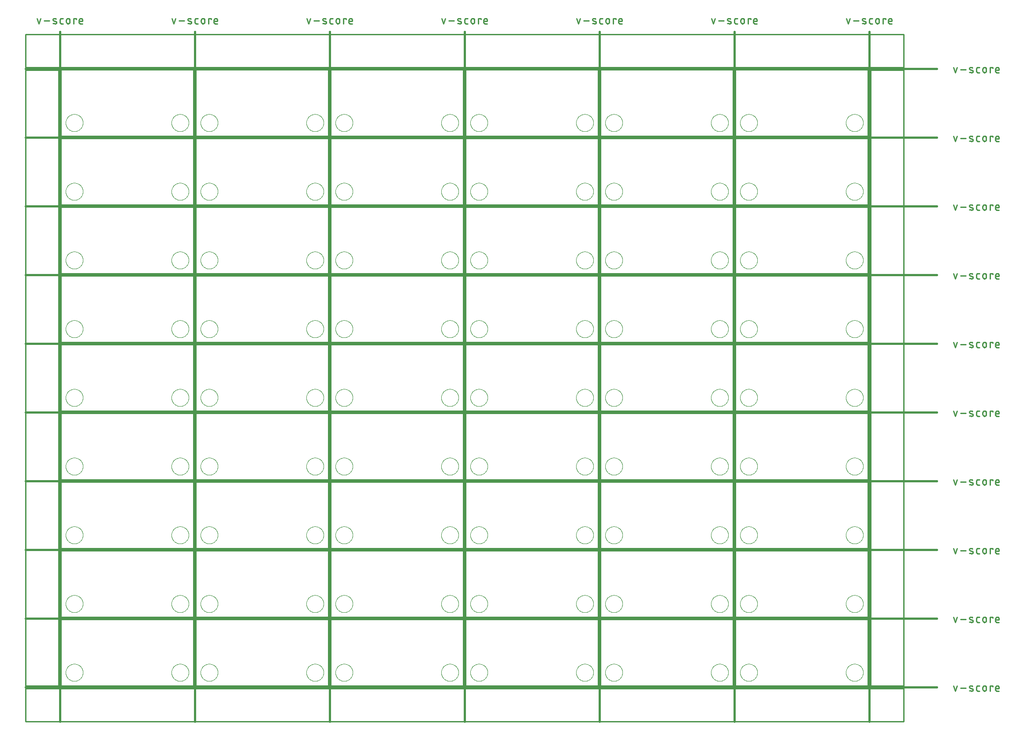
<source format=gko>
G04 EAGLE Gerber RS-274X export*
G75*
%MOMM*%
%FSLAX34Y34*%
%LPD*%
%IN*%
%IPPOS*%
%AMOC8*
5,1,8,0,0,1.08239X$1,22.5*%
G01*
%ADD10C,0.127000*%
%ADD11C,0.381000*%
%ADD12C,0.279400*%
%ADD13C,0.254000*%
%ADD14C,0.000000*%


D10*
X0Y0D02*
X0Y127000D01*
X254000Y127000D01*
X254000Y0D01*
X0Y0D01*
X259080Y0D02*
X259080Y127000D01*
X513080Y127000D01*
X513080Y0D01*
X259080Y0D01*
X518160Y0D02*
X518160Y127000D01*
X772160Y127000D01*
X772160Y0D01*
X518160Y0D01*
X777240Y0D02*
X777240Y127000D01*
X1031240Y127000D01*
X1031240Y0D01*
X777240Y0D01*
X1036320Y0D02*
X1036320Y127000D01*
X1290320Y127000D01*
X1290320Y0D01*
X1036320Y0D01*
X1295400Y0D02*
X1295400Y127000D01*
X1549400Y127000D01*
X1549400Y0D01*
X1295400Y0D01*
X0Y132080D02*
X0Y259080D01*
X254000Y259080D01*
X254000Y132080D01*
X0Y132080D01*
X259080Y132080D02*
X259080Y259080D01*
X513080Y259080D01*
X513080Y132080D01*
X259080Y132080D01*
X518160Y132080D02*
X518160Y259080D01*
X772160Y259080D01*
X772160Y132080D01*
X518160Y132080D01*
X777240Y132080D02*
X777240Y259080D01*
X1031240Y259080D01*
X1031240Y132080D01*
X777240Y132080D01*
X1036320Y132080D02*
X1036320Y259080D01*
X1290320Y259080D01*
X1290320Y132080D01*
X1036320Y132080D01*
X1295400Y132080D02*
X1295400Y259080D01*
X1549400Y259080D01*
X1549400Y132080D01*
X1295400Y132080D01*
X0Y264160D02*
X0Y391160D01*
X254000Y391160D01*
X254000Y264160D01*
X0Y264160D01*
X259080Y264160D02*
X259080Y391160D01*
X513080Y391160D01*
X513080Y264160D01*
X259080Y264160D01*
X518160Y264160D02*
X518160Y391160D01*
X772160Y391160D01*
X772160Y264160D01*
X518160Y264160D01*
X777240Y264160D02*
X777240Y391160D01*
X1031240Y391160D01*
X1031240Y264160D01*
X777240Y264160D01*
X1036320Y264160D02*
X1036320Y391160D01*
X1290320Y391160D01*
X1290320Y264160D01*
X1036320Y264160D01*
X1295400Y264160D02*
X1295400Y391160D01*
X1549400Y391160D01*
X1549400Y264160D01*
X1295400Y264160D01*
X0Y396240D02*
X0Y523240D01*
X254000Y523240D01*
X254000Y396240D01*
X0Y396240D01*
X259080Y396240D02*
X259080Y523240D01*
X513080Y523240D01*
X513080Y396240D01*
X259080Y396240D01*
X518160Y396240D02*
X518160Y523240D01*
X772160Y523240D01*
X772160Y396240D01*
X518160Y396240D01*
X777240Y396240D02*
X777240Y523240D01*
X1031240Y523240D01*
X1031240Y396240D01*
X777240Y396240D01*
X1036320Y396240D02*
X1036320Y523240D01*
X1290320Y523240D01*
X1290320Y396240D01*
X1036320Y396240D01*
X1295400Y396240D02*
X1295400Y523240D01*
X1549400Y523240D01*
X1549400Y396240D01*
X1295400Y396240D01*
X0Y528320D02*
X0Y655320D01*
X254000Y655320D01*
X254000Y528320D01*
X0Y528320D01*
X259080Y528320D02*
X259080Y655320D01*
X513080Y655320D01*
X513080Y528320D01*
X259080Y528320D01*
X518160Y528320D02*
X518160Y655320D01*
X772160Y655320D01*
X772160Y528320D01*
X518160Y528320D01*
X777240Y528320D02*
X777240Y655320D01*
X1031240Y655320D01*
X1031240Y528320D01*
X777240Y528320D01*
X1036320Y528320D02*
X1036320Y655320D01*
X1290320Y655320D01*
X1290320Y528320D01*
X1036320Y528320D01*
X1295400Y528320D02*
X1295400Y655320D01*
X1549400Y655320D01*
X1549400Y528320D01*
X1295400Y528320D01*
X0Y660400D02*
X0Y787400D01*
X254000Y787400D01*
X254000Y660400D01*
X0Y660400D01*
X259080Y660400D02*
X259080Y787400D01*
X513080Y787400D01*
X513080Y660400D01*
X259080Y660400D01*
X518160Y660400D02*
X518160Y787400D01*
X772160Y787400D01*
X772160Y660400D01*
X518160Y660400D01*
X777240Y660400D02*
X777240Y787400D01*
X1031240Y787400D01*
X1031240Y660400D01*
X777240Y660400D01*
X1036320Y660400D02*
X1036320Y787400D01*
X1290320Y787400D01*
X1290320Y660400D01*
X1036320Y660400D01*
X1295400Y660400D02*
X1295400Y787400D01*
X1549400Y787400D01*
X1549400Y660400D01*
X1295400Y660400D01*
X0Y792480D02*
X0Y919480D01*
X254000Y919480D01*
X254000Y792480D01*
X0Y792480D01*
X259080Y792480D02*
X259080Y919480D01*
X513080Y919480D01*
X513080Y792480D01*
X259080Y792480D01*
X518160Y792480D02*
X518160Y919480D01*
X772160Y919480D01*
X772160Y792480D01*
X518160Y792480D01*
X777240Y792480D02*
X777240Y919480D01*
X1031240Y919480D01*
X1031240Y792480D01*
X777240Y792480D01*
X1036320Y792480D02*
X1036320Y919480D01*
X1290320Y919480D01*
X1290320Y792480D01*
X1036320Y792480D01*
X1295400Y792480D02*
X1295400Y919480D01*
X1549400Y919480D01*
X1549400Y792480D01*
X1295400Y792480D01*
X0Y924560D02*
X0Y1051560D01*
X254000Y1051560D01*
X254000Y924560D01*
X0Y924560D01*
X259080Y924560D02*
X259080Y1051560D01*
X513080Y1051560D01*
X513080Y924560D01*
X259080Y924560D01*
X518160Y924560D02*
X518160Y1051560D01*
X772160Y1051560D01*
X772160Y924560D01*
X518160Y924560D01*
X777240Y924560D02*
X777240Y1051560D01*
X1031240Y1051560D01*
X1031240Y924560D01*
X777240Y924560D01*
X1036320Y924560D02*
X1036320Y1051560D01*
X1290320Y1051560D01*
X1290320Y924560D01*
X1036320Y924560D01*
X1295400Y924560D02*
X1295400Y1051560D01*
X1549400Y1051560D01*
X1549400Y924560D01*
X1295400Y924560D01*
X0Y1056640D02*
X0Y1183640D01*
X254000Y1183640D01*
X254000Y1056640D01*
X0Y1056640D01*
X259080Y1056640D02*
X259080Y1183640D01*
X513080Y1183640D01*
X513080Y1056640D01*
X259080Y1056640D01*
X518160Y1056640D02*
X518160Y1183640D01*
X772160Y1183640D01*
X772160Y1056640D01*
X518160Y1056640D01*
X777240Y1056640D02*
X777240Y1183640D01*
X1031240Y1183640D01*
X1031240Y1056640D01*
X777240Y1056640D01*
X1036320Y1056640D02*
X1036320Y1183640D01*
X1290320Y1183640D01*
X1290320Y1056640D01*
X1036320Y1056640D01*
X1295400Y1056640D02*
X1295400Y1183640D01*
X1549400Y1183640D01*
X1549400Y1056640D01*
X1295400Y1056640D01*
D11*
X-2540Y1257300D02*
X-2540Y-68580D01*
D12*
X-42921Y1272667D02*
X-46251Y1282658D01*
X-39590Y1282658D02*
X-42921Y1272667D01*
X-32806Y1278495D02*
X-22815Y1278495D01*
X-14261Y1278495D02*
X-10098Y1276830D01*
X-14261Y1278494D02*
X-14346Y1278530D01*
X-14429Y1278570D01*
X-14510Y1278613D01*
X-14590Y1278660D01*
X-14667Y1278710D01*
X-14743Y1278763D01*
X-14816Y1278819D01*
X-14886Y1278879D01*
X-14954Y1278941D01*
X-15019Y1279006D01*
X-15081Y1279074D01*
X-15141Y1279145D01*
X-15197Y1279218D01*
X-15250Y1279293D01*
X-15300Y1279371D01*
X-15346Y1279450D01*
X-15389Y1279532D01*
X-15429Y1279615D01*
X-15465Y1279700D01*
X-15497Y1279786D01*
X-15526Y1279874D01*
X-15550Y1279963D01*
X-15571Y1280053D01*
X-15588Y1280143D01*
X-15602Y1280234D01*
X-15611Y1280326D01*
X-15616Y1280418D01*
X-15618Y1280510D01*
X-15616Y1280602D01*
X-15609Y1280694D01*
X-15599Y1280786D01*
X-15585Y1280877D01*
X-15567Y1280968D01*
X-15545Y1281057D01*
X-15519Y1281146D01*
X-15489Y1281233D01*
X-15456Y1281319D01*
X-15419Y1281403D01*
X-15379Y1281486D01*
X-15335Y1281567D01*
X-15288Y1281646D01*
X-15237Y1281723D01*
X-15183Y1281798D01*
X-15126Y1281871D01*
X-15066Y1281941D01*
X-15003Y1282008D01*
X-14937Y1282072D01*
X-14869Y1282134D01*
X-14798Y1282193D01*
X-14724Y1282248D01*
X-14648Y1282301D01*
X-14570Y1282350D01*
X-14490Y1282396D01*
X-14409Y1282438D01*
X-14325Y1282477D01*
X-14240Y1282512D01*
X-14153Y1282543D01*
X-14065Y1282571D01*
X-13976Y1282595D01*
X-13886Y1282615D01*
X-13796Y1282632D01*
X-13704Y1282644D01*
X-13612Y1282653D01*
X-13520Y1282657D01*
X-13428Y1282658D01*
X-13201Y1282652D01*
X-12974Y1282641D01*
X-12747Y1282624D01*
X-12521Y1282601D01*
X-12295Y1282574D01*
X-12070Y1282540D01*
X-11846Y1282502D01*
X-11623Y1282458D01*
X-11401Y1282409D01*
X-11180Y1282354D01*
X-10961Y1282294D01*
X-10743Y1282229D01*
X-10527Y1282158D01*
X-10313Y1282083D01*
X-10100Y1282002D01*
X-9890Y1281916D01*
X-9681Y1281825D01*
X-10098Y1276830D02*
X-10013Y1276794D01*
X-9930Y1276754D01*
X-9849Y1276711D01*
X-9769Y1276664D01*
X-9692Y1276614D01*
X-9616Y1276561D01*
X-9543Y1276505D01*
X-9473Y1276445D01*
X-9405Y1276383D01*
X-9340Y1276318D01*
X-9278Y1276250D01*
X-9218Y1276179D01*
X-9162Y1276106D01*
X-9109Y1276031D01*
X-9059Y1275953D01*
X-9013Y1275874D01*
X-8970Y1275792D01*
X-8930Y1275709D01*
X-8894Y1275624D01*
X-8862Y1275538D01*
X-8833Y1275450D01*
X-8809Y1275361D01*
X-8788Y1275271D01*
X-8771Y1275181D01*
X-8757Y1275090D01*
X-8748Y1274998D01*
X-8743Y1274906D01*
X-8741Y1274814D01*
X-8743Y1274722D01*
X-8750Y1274630D01*
X-8760Y1274538D01*
X-8774Y1274447D01*
X-8792Y1274356D01*
X-8814Y1274267D01*
X-8840Y1274178D01*
X-8870Y1274091D01*
X-8903Y1274005D01*
X-8940Y1273921D01*
X-8980Y1273838D01*
X-9024Y1273757D01*
X-9071Y1273678D01*
X-9122Y1273601D01*
X-9176Y1273526D01*
X-9233Y1273453D01*
X-9293Y1273383D01*
X-9356Y1273316D01*
X-9422Y1273252D01*
X-9490Y1273190D01*
X-9561Y1273131D01*
X-9635Y1273076D01*
X-9711Y1273023D01*
X-9789Y1272974D01*
X-9869Y1272928D01*
X-9950Y1272886D01*
X-10034Y1272847D01*
X-10119Y1272812D01*
X-10206Y1272781D01*
X-10294Y1272753D01*
X-10383Y1272729D01*
X-10473Y1272709D01*
X-10563Y1272692D01*
X-10655Y1272680D01*
X-10747Y1272671D01*
X-10839Y1272667D01*
X-10931Y1272666D01*
X-10931Y1272667D02*
X-11265Y1272676D01*
X-11598Y1272693D01*
X-11931Y1272717D01*
X-12264Y1272750D01*
X-12595Y1272790D01*
X-12926Y1272838D01*
X-13255Y1272894D01*
X-13583Y1272957D01*
X-13909Y1273029D01*
X-14233Y1273108D01*
X-14556Y1273194D01*
X-14876Y1273289D01*
X-15194Y1273391D01*
X-15510Y1273500D01*
X562Y1272667D02*
X3892Y1272667D01*
X562Y1272667D02*
X464Y1272669D01*
X366Y1272675D01*
X268Y1272684D01*
X171Y1272698D01*
X75Y1272715D01*
X-21Y1272736D01*
X-116Y1272761D01*
X-210Y1272789D01*
X-303Y1272821D01*
X-394Y1272857D01*
X-484Y1272896D01*
X-572Y1272939D01*
X-659Y1272986D01*
X-743Y1273035D01*
X-826Y1273088D01*
X-906Y1273144D01*
X-985Y1273203D01*
X-1060Y1273266D01*
X-1134Y1273331D01*
X-1204Y1273399D01*
X-1272Y1273469D01*
X-1338Y1273543D01*
X-1400Y1273619D01*
X-1459Y1273697D01*
X-1515Y1273777D01*
X-1568Y1273860D01*
X-1618Y1273944D01*
X-1664Y1274031D01*
X-1707Y1274119D01*
X-1746Y1274209D01*
X-1782Y1274300D01*
X-1814Y1274393D01*
X-1842Y1274487D01*
X-1867Y1274582D01*
X-1888Y1274678D01*
X-1905Y1274774D01*
X-1919Y1274871D01*
X-1928Y1274969D01*
X-1934Y1275067D01*
X-1936Y1275165D01*
X-1936Y1280160D01*
X-1934Y1280258D01*
X-1928Y1280356D01*
X-1919Y1280454D01*
X-1905Y1280551D01*
X-1888Y1280647D01*
X-1867Y1280743D01*
X-1842Y1280838D01*
X-1814Y1280932D01*
X-1782Y1281025D01*
X-1746Y1281116D01*
X-1707Y1281206D01*
X-1664Y1281294D01*
X-1617Y1281381D01*
X-1568Y1281465D01*
X-1515Y1281548D01*
X-1459Y1281628D01*
X-1400Y1281706D01*
X-1337Y1281782D01*
X-1272Y1281856D01*
X-1204Y1281926D01*
X-1134Y1281994D01*
X-1060Y1282059D01*
X-984Y1282122D01*
X-906Y1282181D01*
X-826Y1282237D01*
X-743Y1282290D01*
X-659Y1282339D01*
X-572Y1282386D01*
X-484Y1282429D01*
X-394Y1282468D01*
X-303Y1282504D01*
X-210Y1282536D01*
X-116Y1282564D01*
X-21Y1282589D01*
X75Y1282610D01*
X171Y1282627D01*
X268Y1282641D01*
X366Y1282650D01*
X464Y1282656D01*
X562Y1282658D01*
X3892Y1282658D01*
X10022Y1279327D02*
X10022Y1275997D01*
X10022Y1279327D02*
X10024Y1279441D01*
X10030Y1279554D01*
X10039Y1279668D01*
X10053Y1279780D01*
X10070Y1279893D01*
X10092Y1280005D01*
X10117Y1280115D01*
X10145Y1280225D01*
X10178Y1280334D01*
X10214Y1280442D01*
X10254Y1280549D01*
X10298Y1280654D01*
X10345Y1280757D01*
X10395Y1280859D01*
X10449Y1280959D01*
X10507Y1281057D01*
X10568Y1281153D01*
X10631Y1281247D01*
X10699Y1281339D01*
X10769Y1281429D01*
X10842Y1281515D01*
X10918Y1281600D01*
X10997Y1281682D01*
X11079Y1281761D01*
X11164Y1281837D01*
X11250Y1281910D01*
X11340Y1281980D01*
X11432Y1282048D01*
X11526Y1282111D01*
X11622Y1282172D01*
X11720Y1282230D01*
X11820Y1282284D01*
X11922Y1282334D01*
X12025Y1282381D01*
X12130Y1282425D01*
X12237Y1282465D01*
X12345Y1282501D01*
X12454Y1282534D01*
X12564Y1282562D01*
X12674Y1282587D01*
X12786Y1282609D01*
X12899Y1282626D01*
X13011Y1282640D01*
X13125Y1282649D01*
X13238Y1282655D01*
X13352Y1282657D01*
X13466Y1282655D01*
X13579Y1282649D01*
X13693Y1282640D01*
X13805Y1282626D01*
X13918Y1282609D01*
X14030Y1282587D01*
X14140Y1282562D01*
X14250Y1282534D01*
X14359Y1282501D01*
X14467Y1282465D01*
X14574Y1282425D01*
X14679Y1282381D01*
X14782Y1282334D01*
X14884Y1282284D01*
X14984Y1282230D01*
X15082Y1282172D01*
X15178Y1282111D01*
X15272Y1282048D01*
X15364Y1281980D01*
X15454Y1281910D01*
X15540Y1281837D01*
X15625Y1281761D01*
X15707Y1281682D01*
X15786Y1281600D01*
X15862Y1281515D01*
X15935Y1281429D01*
X16005Y1281339D01*
X16073Y1281247D01*
X16136Y1281153D01*
X16197Y1281057D01*
X16255Y1280959D01*
X16309Y1280859D01*
X16359Y1280757D01*
X16406Y1280654D01*
X16450Y1280549D01*
X16490Y1280442D01*
X16526Y1280334D01*
X16559Y1280225D01*
X16587Y1280115D01*
X16612Y1280005D01*
X16634Y1279893D01*
X16651Y1279780D01*
X16665Y1279668D01*
X16674Y1279554D01*
X16680Y1279441D01*
X16682Y1279327D01*
X16682Y1275997D01*
X16680Y1275883D01*
X16674Y1275770D01*
X16665Y1275656D01*
X16651Y1275544D01*
X16634Y1275431D01*
X16612Y1275319D01*
X16587Y1275209D01*
X16559Y1275099D01*
X16526Y1274990D01*
X16490Y1274882D01*
X16450Y1274775D01*
X16406Y1274670D01*
X16359Y1274567D01*
X16309Y1274465D01*
X16255Y1274365D01*
X16197Y1274267D01*
X16136Y1274171D01*
X16073Y1274077D01*
X16005Y1273985D01*
X15935Y1273895D01*
X15862Y1273809D01*
X15786Y1273724D01*
X15707Y1273642D01*
X15625Y1273563D01*
X15540Y1273487D01*
X15454Y1273414D01*
X15364Y1273344D01*
X15272Y1273276D01*
X15178Y1273213D01*
X15082Y1273152D01*
X14984Y1273094D01*
X14884Y1273040D01*
X14782Y1272990D01*
X14679Y1272943D01*
X14574Y1272899D01*
X14467Y1272859D01*
X14359Y1272823D01*
X14250Y1272790D01*
X14140Y1272762D01*
X14030Y1272737D01*
X13918Y1272715D01*
X13805Y1272698D01*
X13693Y1272684D01*
X13579Y1272675D01*
X13466Y1272669D01*
X13352Y1272667D01*
X13238Y1272669D01*
X13125Y1272675D01*
X13011Y1272684D01*
X12899Y1272698D01*
X12786Y1272715D01*
X12674Y1272737D01*
X12564Y1272762D01*
X12454Y1272790D01*
X12345Y1272823D01*
X12237Y1272859D01*
X12130Y1272899D01*
X12025Y1272943D01*
X11922Y1272990D01*
X11820Y1273040D01*
X11720Y1273094D01*
X11622Y1273152D01*
X11526Y1273213D01*
X11432Y1273276D01*
X11340Y1273344D01*
X11250Y1273414D01*
X11164Y1273487D01*
X11079Y1273563D01*
X10997Y1273642D01*
X10918Y1273724D01*
X10842Y1273809D01*
X10769Y1273895D01*
X10699Y1273985D01*
X10631Y1274077D01*
X10568Y1274171D01*
X10507Y1274267D01*
X10449Y1274365D01*
X10395Y1274465D01*
X10345Y1274567D01*
X10298Y1274670D01*
X10254Y1274775D01*
X10214Y1274882D01*
X10178Y1274990D01*
X10145Y1275099D01*
X10117Y1275209D01*
X10092Y1275319D01*
X10070Y1275431D01*
X10053Y1275544D01*
X10039Y1275656D01*
X10030Y1275770D01*
X10024Y1275883D01*
X10022Y1275997D01*
X24218Y1272667D02*
X24218Y1282658D01*
X29213Y1282658D01*
X29213Y1280993D01*
X37008Y1272667D02*
X41171Y1272667D01*
X37008Y1272667D02*
X36910Y1272669D01*
X36812Y1272675D01*
X36714Y1272684D01*
X36617Y1272698D01*
X36521Y1272715D01*
X36425Y1272736D01*
X36330Y1272761D01*
X36236Y1272789D01*
X36143Y1272821D01*
X36052Y1272857D01*
X35962Y1272896D01*
X35874Y1272939D01*
X35787Y1272986D01*
X35703Y1273035D01*
X35620Y1273088D01*
X35540Y1273144D01*
X35462Y1273203D01*
X35386Y1273266D01*
X35312Y1273331D01*
X35242Y1273399D01*
X35174Y1273469D01*
X35109Y1273543D01*
X35046Y1273619D01*
X34987Y1273697D01*
X34931Y1273777D01*
X34878Y1273860D01*
X34829Y1273944D01*
X34782Y1274031D01*
X34739Y1274119D01*
X34700Y1274209D01*
X34664Y1274300D01*
X34632Y1274393D01*
X34604Y1274487D01*
X34579Y1274582D01*
X34558Y1274678D01*
X34541Y1274774D01*
X34527Y1274871D01*
X34518Y1274969D01*
X34512Y1275067D01*
X34510Y1275165D01*
X34510Y1279327D01*
X34511Y1279327D02*
X34513Y1279441D01*
X34519Y1279554D01*
X34528Y1279668D01*
X34542Y1279780D01*
X34559Y1279893D01*
X34581Y1280005D01*
X34606Y1280115D01*
X34634Y1280225D01*
X34667Y1280334D01*
X34703Y1280442D01*
X34743Y1280549D01*
X34787Y1280654D01*
X34834Y1280757D01*
X34884Y1280859D01*
X34938Y1280959D01*
X34996Y1281057D01*
X35057Y1281153D01*
X35120Y1281247D01*
X35188Y1281339D01*
X35258Y1281429D01*
X35331Y1281515D01*
X35407Y1281600D01*
X35486Y1281682D01*
X35568Y1281761D01*
X35653Y1281837D01*
X35739Y1281910D01*
X35829Y1281980D01*
X35921Y1282048D01*
X36015Y1282111D01*
X36111Y1282172D01*
X36209Y1282230D01*
X36309Y1282284D01*
X36411Y1282334D01*
X36514Y1282381D01*
X36619Y1282425D01*
X36726Y1282465D01*
X36834Y1282501D01*
X36943Y1282534D01*
X37053Y1282562D01*
X37163Y1282587D01*
X37275Y1282609D01*
X37388Y1282626D01*
X37500Y1282640D01*
X37614Y1282649D01*
X37727Y1282655D01*
X37841Y1282657D01*
X37955Y1282655D01*
X38068Y1282649D01*
X38182Y1282640D01*
X38294Y1282626D01*
X38407Y1282609D01*
X38519Y1282587D01*
X38629Y1282562D01*
X38739Y1282534D01*
X38848Y1282501D01*
X38956Y1282465D01*
X39063Y1282425D01*
X39168Y1282381D01*
X39271Y1282334D01*
X39373Y1282284D01*
X39473Y1282230D01*
X39571Y1282172D01*
X39667Y1282111D01*
X39761Y1282048D01*
X39853Y1281980D01*
X39943Y1281910D01*
X40029Y1281837D01*
X40114Y1281761D01*
X40196Y1281682D01*
X40275Y1281600D01*
X40351Y1281515D01*
X40424Y1281429D01*
X40494Y1281339D01*
X40562Y1281247D01*
X40625Y1281153D01*
X40686Y1281057D01*
X40744Y1280959D01*
X40798Y1280859D01*
X40848Y1280757D01*
X40895Y1280654D01*
X40939Y1280549D01*
X40979Y1280442D01*
X41015Y1280334D01*
X41048Y1280225D01*
X41076Y1280115D01*
X41101Y1280005D01*
X41123Y1279893D01*
X41140Y1279780D01*
X41154Y1279668D01*
X41163Y1279554D01*
X41169Y1279441D01*
X41171Y1279327D01*
X41171Y1277662D01*
X34510Y1277662D01*
D11*
X256540Y1257300D02*
X256540Y-68580D01*
D12*
X216159Y1272667D02*
X212829Y1282658D01*
X219490Y1282658D02*
X216159Y1272667D01*
X226274Y1278495D02*
X236265Y1278495D01*
X244819Y1278495D02*
X248982Y1276830D01*
X244819Y1278494D02*
X244734Y1278530D01*
X244651Y1278570D01*
X244570Y1278613D01*
X244490Y1278660D01*
X244413Y1278710D01*
X244337Y1278763D01*
X244264Y1278819D01*
X244194Y1278879D01*
X244126Y1278941D01*
X244061Y1279006D01*
X243999Y1279074D01*
X243939Y1279145D01*
X243883Y1279218D01*
X243830Y1279293D01*
X243780Y1279371D01*
X243734Y1279450D01*
X243691Y1279532D01*
X243651Y1279615D01*
X243615Y1279700D01*
X243583Y1279786D01*
X243554Y1279874D01*
X243530Y1279963D01*
X243509Y1280053D01*
X243492Y1280143D01*
X243478Y1280234D01*
X243469Y1280326D01*
X243464Y1280418D01*
X243462Y1280510D01*
X243464Y1280602D01*
X243471Y1280694D01*
X243481Y1280786D01*
X243495Y1280877D01*
X243513Y1280968D01*
X243535Y1281057D01*
X243561Y1281146D01*
X243591Y1281233D01*
X243624Y1281319D01*
X243661Y1281403D01*
X243701Y1281486D01*
X243745Y1281567D01*
X243792Y1281646D01*
X243843Y1281723D01*
X243897Y1281798D01*
X243954Y1281871D01*
X244014Y1281941D01*
X244077Y1282008D01*
X244143Y1282072D01*
X244211Y1282134D01*
X244282Y1282193D01*
X244356Y1282248D01*
X244432Y1282301D01*
X244510Y1282350D01*
X244590Y1282396D01*
X244671Y1282438D01*
X244755Y1282477D01*
X244840Y1282512D01*
X244927Y1282543D01*
X245015Y1282571D01*
X245104Y1282595D01*
X245194Y1282615D01*
X245284Y1282632D01*
X245376Y1282644D01*
X245468Y1282653D01*
X245560Y1282657D01*
X245652Y1282658D01*
X245879Y1282652D01*
X246106Y1282641D01*
X246333Y1282624D01*
X246559Y1282601D01*
X246785Y1282574D01*
X247010Y1282540D01*
X247234Y1282502D01*
X247457Y1282458D01*
X247679Y1282409D01*
X247900Y1282354D01*
X248119Y1282294D01*
X248337Y1282229D01*
X248553Y1282158D01*
X248767Y1282083D01*
X248980Y1282002D01*
X249190Y1281916D01*
X249399Y1281825D01*
X248982Y1276830D02*
X249067Y1276794D01*
X249150Y1276754D01*
X249231Y1276711D01*
X249311Y1276664D01*
X249388Y1276614D01*
X249464Y1276561D01*
X249537Y1276505D01*
X249607Y1276445D01*
X249675Y1276383D01*
X249740Y1276318D01*
X249802Y1276250D01*
X249862Y1276179D01*
X249918Y1276106D01*
X249971Y1276031D01*
X250021Y1275953D01*
X250067Y1275874D01*
X250110Y1275792D01*
X250150Y1275709D01*
X250186Y1275624D01*
X250218Y1275538D01*
X250247Y1275450D01*
X250271Y1275361D01*
X250292Y1275271D01*
X250309Y1275181D01*
X250323Y1275090D01*
X250332Y1274998D01*
X250337Y1274906D01*
X250339Y1274814D01*
X250337Y1274722D01*
X250330Y1274630D01*
X250320Y1274538D01*
X250306Y1274447D01*
X250288Y1274356D01*
X250266Y1274267D01*
X250240Y1274178D01*
X250210Y1274091D01*
X250177Y1274005D01*
X250140Y1273921D01*
X250100Y1273838D01*
X250056Y1273757D01*
X250009Y1273678D01*
X249958Y1273601D01*
X249904Y1273526D01*
X249847Y1273453D01*
X249787Y1273383D01*
X249724Y1273316D01*
X249658Y1273252D01*
X249590Y1273190D01*
X249519Y1273131D01*
X249445Y1273076D01*
X249369Y1273023D01*
X249291Y1272974D01*
X249211Y1272928D01*
X249130Y1272886D01*
X249046Y1272847D01*
X248961Y1272812D01*
X248874Y1272781D01*
X248786Y1272753D01*
X248697Y1272729D01*
X248607Y1272709D01*
X248517Y1272692D01*
X248425Y1272680D01*
X248333Y1272671D01*
X248241Y1272667D01*
X248149Y1272666D01*
X248149Y1272667D02*
X247815Y1272676D01*
X247482Y1272693D01*
X247149Y1272717D01*
X246816Y1272750D01*
X246485Y1272790D01*
X246154Y1272838D01*
X245825Y1272894D01*
X245497Y1272957D01*
X245171Y1273029D01*
X244847Y1273108D01*
X244524Y1273194D01*
X244204Y1273289D01*
X243886Y1273391D01*
X243570Y1273500D01*
X259642Y1272667D02*
X262972Y1272667D01*
X259642Y1272667D02*
X259544Y1272669D01*
X259446Y1272675D01*
X259348Y1272684D01*
X259251Y1272698D01*
X259155Y1272715D01*
X259059Y1272736D01*
X258964Y1272761D01*
X258870Y1272789D01*
X258777Y1272821D01*
X258686Y1272857D01*
X258596Y1272896D01*
X258508Y1272939D01*
X258421Y1272986D01*
X258337Y1273035D01*
X258254Y1273088D01*
X258174Y1273144D01*
X258096Y1273203D01*
X258020Y1273266D01*
X257946Y1273331D01*
X257876Y1273399D01*
X257808Y1273469D01*
X257743Y1273543D01*
X257680Y1273619D01*
X257621Y1273697D01*
X257565Y1273777D01*
X257512Y1273860D01*
X257463Y1273944D01*
X257416Y1274031D01*
X257373Y1274119D01*
X257334Y1274209D01*
X257298Y1274300D01*
X257266Y1274393D01*
X257238Y1274487D01*
X257213Y1274582D01*
X257192Y1274678D01*
X257175Y1274774D01*
X257161Y1274871D01*
X257152Y1274969D01*
X257146Y1275067D01*
X257144Y1275165D01*
X257144Y1280160D01*
X257146Y1280258D01*
X257152Y1280356D01*
X257161Y1280454D01*
X257175Y1280551D01*
X257192Y1280647D01*
X257213Y1280743D01*
X257238Y1280838D01*
X257266Y1280932D01*
X257298Y1281025D01*
X257334Y1281116D01*
X257373Y1281206D01*
X257416Y1281294D01*
X257463Y1281381D01*
X257512Y1281465D01*
X257565Y1281548D01*
X257621Y1281628D01*
X257680Y1281707D01*
X257743Y1281782D01*
X257808Y1281856D01*
X257876Y1281926D01*
X257946Y1281994D01*
X258020Y1282060D01*
X258096Y1282122D01*
X258174Y1282181D01*
X258254Y1282237D01*
X258337Y1282290D01*
X258421Y1282340D01*
X258508Y1282386D01*
X258596Y1282429D01*
X258686Y1282468D01*
X258777Y1282504D01*
X258870Y1282536D01*
X258964Y1282564D01*
X259059Y1282589D01*
X259155Y1282610D01*
X259251Y1282627D01*
X259348Y1282641D01*
X259446Y1282650D01*
X259544Y1282656D01*
X259642Y1282658D01*
X262972Y1282658D01*
X269102Y1279327D02*
X269102Y1275997D01*
X269102Y1279327D02*
X269104Y1279441D01*
X269110Y1279554D01*
X269119Y1279668D01*
X269133Y1279780D01*
X269150Y1279893D01*
X269172Y1280005D01*
X269197Y1280115D01*
X269225Y1280225D01*
X269258Y1280334D01*
X269294Y1280442D01*
X269334Y1280549D01*
X269378Y1280654D01*
X269425Y1280757D01*
X269475Y1280859D01*
X269529Y1280959D01*
X269587Y1281057D01*
X269648Y1281153D01*
X269711Y1281247D01*
X269779Y1281339D01*
X269849Y1281429D01*
X269922Y1281515D01*
X269998Y1281600D01*
X270077Y1281682D01*
X270159Y1281761D01*
X270244Y1281837D01*
X270330Y1281910D01*
X270420Y1281980D01*
X270512Y1282048D01*
X270606Y1282111D01*
X270702Y1282172D01*
X270800Y1282230D01*
X270900Y1282284D01*
X271002Y1282334D01*
X271105Y1282381D01*
X271210Y1282425D01*
X271317Y1282465D01*
X271425Y1282501D01*
X271534Y1282534D01*
X271644Y1282562D01*
X271754Y1282587D01*
X271866Y1282609D01*
X271979Y1282626D01*
X272091Y1282640D01*
X272205Y1282649D01*
X272318Y1282655D01*
X272432Y1282657D01*
X272546Y1282655D01*
X272659Y1282649D01*
X272773Y1282640D01*
X272885Y1282626D01*
X272998Y1282609D01*
X273110Y1282587D01*
X273220Y1282562D01*
X273330Y1282534D01*
X273439Y1282501D01*
X273547Y1282465D01*
X273654Y1282425D01*
X273759Y1282381D01*
X273862Y1282334D01*
X273964Y1282284D01*
X274064Y1282230D01*
X274162Y1282172D01*
X274258Y1282111D01*
X274352Y1282048D01*
X274444Y1281980D01*
X274534Y1281910D01*
X274620Y1281837D01*
X274705Y1281761D01*
X274787Y1281682D01*
X274866Y1281600D01*
X274942Y1281515D01*
X275015Y1281429D01*
X275085Y1281339D01*
X275153Y1281247D01*
X275216Y1281153D01*
X275277Y1281057D01*
X275335Y1280959D01*
X275389Y1280859D01*
X275439Y1280757D01*
X275486Y1280654D01*
X275530Y1280549D01*
X275570Y1280442D01*
X275606Y1280334D01*
X275639Y1280225D01*
X275667Y1280115D01*
X275692Y1280005D01*
X275714Y1279893D01*
X275731Y1279780D01*
X275745Y1279668D01*
X275754Y1279554D01*
X275760Y1279441D01*
X275762Y1279327D01*
X275762Y1275997D01*
X275760Y1275883D01*
X275754Y1275770D01*
X275745Y1275656D01*
X275731Y1275544D01*
X275714Y1275431D01*
X275692Y1275319D01*
X275667Y1275209D01*
X275639Y1275099D01*
X275606Y1274990D01*
X275570Y1274882D01*
X275530Y1274775D01*
X275486Y1274670D01*
X275439Y1274567D01*
X275389Y1274465D01*
X275335Y1274365D01*
X275277Y1274267D01*
X275216Y1274171D01*
X275153Y1274077D01*
X275085Y1273985D01*
X275015Y1273895D01*
X274942Y1273809D01*
X274866Y1273724D01*
X274787Y1273642D01*
X274705Y1273563D01*
X274620Y1273487D01*
X274534Y1273414D01*
X274444Y1273344D01*
X274352Y1273276D01*
X274258Y1273213D01*
X274162Y1273152D01*
X274064Y1273094D01*
X273964Y1273040D01*
X273862Y1272990D01*
X273759Y1272943D01*
X273654Y1272899D01*
X273547Y1272859D01*
X273439Y1272823D01*
X273330Y1272790D01*
X273220Y1272762D01*
X273110Y1272737D01*
X272998Y1272715D01*
X272885Y1272698D01*
X272773Y1272684D01*
X272659Y1272675D01*
X272546Y1272669D01*
X272432Y1272667D01*
X272318Y1272669D01*
X272205Y1272675D01*
X272091Y1272684D01*
X271979Y1272698D01*
X271866Y1272715D01*
X271754Y1272737D01*
X271644Y1272762D01*
X271534Y1272790D01*
X271425Y1272823D01*
X271317Y1272859D01*
X271210Y1272899D01*
X271105Y1272943D01*
X271002Y1272990D01*
X270900Y1273040D01*
X270800Y1273094D01*
X270702Y1273152D01*
X270606Y1273213D01*
X270512Y1273276D01*
X270420Y1273344D01*
X270330Y1273414D01*
X270244Y1273487D01*
X270159Y1273563D01*
X270077Y1273642D01*
X269998Y1273724D01*
X269922Y1273809D01*
X269849Y1273895D01*
X269779Y1273985D01*
X269711Y1274077D01*
X269648Y1274171D01*
X269587Y1274267D01*
X269529Y1274365D01*
X269475Y1274465D01*
X269425Y1274567D01*
X269378Y1274670D01*
X269334Y1274775D01*
X269294Y1274882D01*
X269258Y1274990D01*
X269225Y1275099D01*
X269197Y1275209D01*
X269172Y1275319D01*
X269150Y1275431D01*
X269133Y1275544D01*
X269119Y1275656D01*
X269110Y1275770D01*
X269104Y1275883D01*
X269102Y1275997D01*
X283298Y1272667D02*
X283298Y1282658D01*
X288293Y1282658D01*
X288293Y1280993D01*
X296088Y1272667D02*
X300251Y1272667D01*
X296088Y1272667D02*
X295990Y1272669D01*
X295892Y1272675D01*
X295794Y1272684D01*
X295697Y1272698D01*
X295601Y1272715D01*
X295505Y1272736D01*
X295410Y1272761D01*
X295316Y1272789D01*
X295223Y1272821D01*
X295132Y1272857D01*
X295042Y1272896D01*
X294954Y1272939D01*
X294867Y1272986D01*
X294783Y1273035D01*
X294700Y1273088D01*
X294620Y1273144D01*
X294542Y1273203D01*
X294466Y1273266D01*
X294392Y1273331D01*
X294322Y1273399D01*
X294254Y1273469D01*
X294189Y1273543D01*
X294126Y1273619D01*
X294067Y1273697D01*
X294011Y1273777D01*
X293958Y1273860D01*
X293909Y1273944D01*
X293862Y1274031D01*
X293819Y1274119D01*
X293780Y1274209D01*
X293744Y1274300D01*
X293712Y1274393D01*
X293684Y1274487D01*
X293659Y1274582D01*
X293638Y1274678D01*
X293621Y1274774D01*
X293607Y1274871D01*
X293598Y1274969D01*
X293592Y1275067D01*
X293590Y1275165D01*
X293590Y1279327D01*
X293591Y1279327D02*
X293593Y1279441D01*
X293599Y1279554D01*
X293608Y1279668D01*
X293622Y1279780D01*
X293639Y1279893D01*
X293661Y1280005D01*
X293686Y1280115D01*
X293714Y1280225D01*
X293747Y1280334D01*
X293783Y1280442D01*
X293823Y1280549D01*
X293867Y1280654D01*
X293914Y1280757D01*
X293964Y1280859D01*
X294018Y1280959D01*
X294076Y1281057D01*
X294137Y1281153D01*
X294200Y1281247D01*
X294268Y1281339D01*
X294338Y1281429D01*
X294411Y1281515D01*
X294487Y1281600D01*
X294566Y1281682D01*
X294648Y1281761D01*
X294733Y1281837D01*
X294819Y1281910D01*
X294909Y1281980D01*
X295001Y1282048D01*
X295095Y1282111D01*
X295191Y1282172D01*
X295289Y1282230D01*
X295389Y1282284D01*
X295491Y1282334D01*
X295594Y1282381D01*
X295699Y1282425D01*
X295806Y1282465D01*
X295914Y1282501D01*
X296023Y1282534D01*
X296133Y1282562D01*
X296243Y1282587D01*
X296355Y1282609D01*
X296468Y1282626D01*
X296580Y1282640D01*
X296694Y1282649D01*
X296807Y1282655D01*
X296921Y1282657D01*
X297035Y1282655D01*
X297148Y1282649D01*
X297262Y1282640D01*
X297374Y1282626D01*
X297487Y1282609D01*
X297599Y1282587D01*
X297709Y1282562D01*
X297819Y1282534D01*
X297928Y1282501D01*
X298036Y1282465D01*
X298143Y1282425D01*
X298248Y1282381D01*
X298351Y1282334D01*
X298453Y1282284D01*
X298553Y1282230D01*
X298651Y1282172D01*
X298747Y1282111D01*
X298841Y1282048D01*
X298933Y1281980D01*
X299023Y1281910D01*
X299109Y1281837D01*
X299194Y1281761D01*
X299276Y1281682D01*
X299355Y1281600D01*
X299431Y1281515D01*
X299504Y1281429D01*
X299574Y1281339D01*
X299642Y1281247D01*
X299705Y1281153D01*
X299766Y1281057D01*
X299824Y1280959D01*
X299878Y1280859D01*
X299928Y1280757D01*
X299975Y1280654D01*
X300019Y1280549D01*
X300059Y1280442D01*
X300095Y1280334D01*
X300128Y1280225D01*
X300156Y1280115D01*
X300181Y1280005D01*
X300203Y1279893D01*
X300220Y1279780D01*
X300234Y1279668D01*
X300243Y1279554D01*
X300249Y1279441D01*
X300251Y1279327D01*
X300251Y1277662D01*
X293590Y1277662D01*
D11*
X515620Y1257300D02*
X515620Y-68580D01*
D12*
X475239Y1272667D02*
X471909Y1282658D01*
X478570Y1282658D02*
X475239Y1272667D01*
X485354Y1278495D02*
X495345Y1278495D01*
X503899Y1278495D02*
X508062Y1276830D01*
X503899Y1278494D02*
X503814Y1278530D01*
X503731Y1278570D01*
X503650Y1278613D01*
X503570Y1278660D01*
X503493Y1278710D01*
X503417Y1278763D01*
X503344Y1278819D01*
X503274Y1278879D01*
X503206Y1278941D01*
X503141Y1279006D01*
X503079Y1279074D01*
X503019Y1279145D01*
X502963Y1279218D01*
X502910Y1279293D01*
X502860Y1279371D01*
X502814Y1279450D01*
X502771Y1279532D01*
X502731Y1279615D01*
X502695Y1279700D01*
X502663Y1279786D01*
X502634Y1279874D01*
X502610Y1279963D01*
X502589Y1280053D01*
X502572Y1280143D01*
X502558Y1280234D01*
X502549Y1280326D01*
X502544Y1280418D01*
X502542Y1280510D01*
X502544Y1280602D01*
X502551Y1280694D01*
X502561Y1280786D01*
X502575Y1280877D01*
X502593Y1280968D01*
X502615Y1281057D01*
X502641Y1281146D01*
X502671Y1281233D01*
X502704Y1281319D01*
X502741Y1281403D01*
X502781Y1281486D01*
X502825Y1281567D01*
X502872Y1281646D01*
X502923Y1281723D01*
X502977Y1281798D01*
X503034Y1281871D01*
X503094Y1281941D01*
X503157Y1282008D01*
X503223Y1282072D01*
X503291Y1282134D01*
X503362Y1282193D01*
X503436Y1282248D01*
X503512Y1282301D01*
X503590Y1282350D01*
X503670Y1282396D01*
X503751Y1282438D01*
X503835Y1282477D01*
X503920Y1282512D01*
X504007Y1282543D01*
X504095Y1282571D01*
X504184Y1282595D01*
X504274Y1282615D01*
X504364Y1282632D01*
X504456Y1282644D01*
X504548Y1282653D01*
X504640Y1282657D01*
X504732Y1282658D01*
X504959Y1282652D01*
X505186Y1282641D01*
X505413Y1282624D01*
X505639Y1282601D01*
X505865Y1282574D01*
X506090Y1282540D01*
X506314Y1282502D01*
X506537Y1282458D01*
X506759Y1282409D01*
X506980Y1282354D01*
X507199Y1282294D01*
X507417Y1282229D01*
X507633Y1282158D01*
X507847Y1282083D01*
X508060Y1282002D01*
X508270Y1281916D01*
X508479Y1281825D01*
X508062Y1276830D02*
X508147Y1276794D01*
X508230Y1276754D01*
X508311Y1276711D01*
X508391Y1276664D01*
X508468Y1276614D01*
X508544Y1276561D01*
X508617Y1276505D01*
X508687Y1276445D01*
X508755Y1276383D01*
X508820Y1276318D01*
X508882Y1276250D01*
X508942Y1276179D01*
X508998Y1276106D01*
X509051Y1276031D01*
X509101Y1275953D01*
X509147Y1275874D01*
X509190Y1275792D01*
X509230Y1275709D01*
X509266Y1275624D01*
X509298Y1275538D01*
X509327Y1275450D01*
X509351Y1275361D01*
X509372Y1275271D01*
X509389Y1275181D01*
X509403Y1275090D01*
X509412Y1274998D01*
X509417Y1274906D01*
X509419Y1274814D01*
X509417Y1274722D01*
X509410Y1274630D01*
X509400Y1274538D01*
X509386Y1274447D01*
X509368Y1274356D01*
X509346Y1274267D01*
X509320Y1274178D01*
X509290Y1274091D01*
X509257Y1274005D01*
X509220Y1273921D01*
X509180Y1273838D01*
X509136Y1273757D01*
X509089Y1273678D01*
X509038Y1273601D01*
X508984Y1273526D01*
X508927Y1273453D01*
X508867Y1273383D01*
X508804Y1273316D01*
X508738Y1273252D01*
X508670Y1273190D01*
X508599Y1273131D01*
X508525Y1273076D01*
X508449Y1273023D01*
X508371Y1272974D01*
X508291Y1272928D01*
X508210Y1272886D01*
X508126Y1272847D01*
X508041Y1272812D01*
X507954Y1272781D01*
X507866Y1272753D01*
X507777Y1272729D01*
X507687Y1272709D01*
X507597Y1272692D01*
X507505Y1272680D01*
X507413Y1272671D01*
X507321Y1272667D01*
X507229Y1272666D01*
X507229Y1272667D02*
X506895Y1272676D01*
X506562Y1272693D01*
X506229Y1272717D01*
X505896Y1272750D01*
X505565Y1272790D01*
X505234Y1272838D01*
X504905Y1272894D01*
X504577Y1272957D01*
X504251Y1273029D01*
X503927Y1273108D01*
X503604Y1273194D01*
X503284Y1273289D01*
X502966Y1273391D01*
X502650Y1273500D01*
X518722Y1272667D02*
X522052Y1272667D01*
X518722Y1272667D02*
X518624Y1272669D01*
X518526Y1272675D01*
X518428Y1272684D01*
X518331Y1272698D01*
X518235Y1272715D01*
X518139Y1272736D01*
X518044Y1272761D01*
X517950Y1272789D01*
X517857Y1272821D01*
X517766Y1272857D01*
X517676Y1272896D01*
X517588Y1272939D01*
X517501Y1272986D01*
X517417Y1273035D01*
X517334Y1273088D01*
X517254Y1273144D01*
X517176Y1273203D01*
X517100Y1273266D01*
X517026Y1273331D01*
X516956Y1273399D01*
X516888Y1273469D01*
X516823Y1273543D01*
X516760Y1273619D01*
X516701Y1273697D01*
X516645Y1273777D01*
X516592Y1273860D01*
X516543Y1273944D01*
X516496Y1274031D01*
X516453Y1274119D01*
X516414Y1274209D01*
X516378Y1274300D01*
X516346Y1274393D01*
X516318Y1274487D01*
X516293Y1274582D01*
X516272Y1274678D01*
X516255Y1274774D01*
X516241Y1274871D01*
X516232Y1274969D01*
X516226Y1275067D01*
X516224Y1275165D01*
X516224Y1280160D01*
X516226Y1280258D01*
X516232Y1280356D01*
X516241Y1280454D01*
X516255Y1280551D01*
X516272Y1280647D01*
X516293Y1280743D01*
X516318Y1280838D01*
X516346Y1280932D01*
X516378Y1281025D01*
X516414Y1281116D01*
X516453Y1281206D01*
X516496Y1281294D01*
X516543Y1281381D01*
X516592Y1281465D01*
X516645Y1281548D01*
X516701Y1281628D01*
X516760Y1281707D01*
X516823Y1281782D01*
X516888Y1281856D01*
X516956Y1281926D01*
X517026Y1281994D01*
X517100Y1282060D01*
X517176Y1282122D01*
X517254Y1282181D01*
X517334Y1282237D01*
X517417Y1282290D01*
X517501Y1282340D01*
X517588Y1282386D01*
X517676Y1282429D01*
X517766Y1282468D01*
X517857Y1282504D01*
X517950Y1282536D01*
X518044Y1282564D01*
X518139Y1282589D01*
X518235Y1282610D01*
X518331Y1282627D01*
X518428Y1282641D01*
X518526Y1282650D01*
X518624Y1282656D01*
X518722Y1282658D01*
X522052Y1282658D01*
X528182Y1279327D02*
X528182Y1275997D01*
X528182Y1279327D02*
X528184Y1279441D01*
X528190Y1279554D01*
X528199Y1279668D01*
X528213Y1279780D01*
X528230Y1279893D01*
X528252Y1280005D01*
X528277Y1280115D01*
X528305Y1280225D01*
X528338Y1280334D01*
X528374Y1280442D01*
X528414Y1280549D01*
X528458Y1280654D01*
X528505Y1280757D01*
X528555Y1280859D01*
X528609Y1280959D01*
X528667Y1281057D01*
X528728Y1281153D01*
X528791Y1281247D01*
X528859Y1281339D01*
X528929Y1281429D01*
X529002Y1281515D01*
X529078Y1281600D01*
X529157Y1281682D01*
X529239Y1281761D01*
X529324Y1281837D01*
X529410Y1281910D01*
X529500Y1281980D01*
X529592Y1282048D01*
X529686Y1282111D01*
X529782Y1282172D01*
X529880Y1282230D01*
X529980Y1282284D01*
X530082Y1282334D01*
X530185Y1282381D01*
X530290Y1282425D01*
X530397Y1282465D01*
X530505Y1282501D01*
X530614Y1282534D01*
X530724Y1282562D01*
X530834Y1282587D01*
X530946Y1282609D01*
X531059Y1282626D01*
X531171Y1282640D01*
X531285Y1282649D01*
X531398Y1282655D01*
X531512Y1282657D01*
X531626Y1282655D01*
X531739Y1282649D01*
X531853Y1282640D01*
X531965Y1282626D01*
X532078Y1282609D01*
X532190Y1282587D01*
X532300Y1282562D01*
X532410Y1282534D01*
X532519Y1282501D01*
X532627Y1282465D01*
X532734Y1282425D01*
X532839Y1282381D01*
X532942Y1282334D01*
X533044Y1282284D01*
X533144Y1282230D01*
X533242Y1282172D01*
X533338Y1282111D01*
X533432Y1282048D01*
X533524Y1281980D01*
X533614Y1281910D01*
X533700Y1281837D01*
X533785Y1281761D01*
X533867Y1281682D01*
X533946Y1281600D01*
X534022Y1281515D01*
X534095Y1281429D01*
X534165Y1281339D01*
X534233Y1281247D01*
X534296Y1281153D01*
X534357Y1281057D01*
X534415Y1280959D01*
X534469Y1280859D01*
X534519Y1280757D01*
X534566Y1280654D01*
X534610Y1280549D01*
X534650Y1280442D01*
X534686Y1280334D01*
X534719Y1280225D01*
X534747Y1280115D01*
X534772Y1280005D01*
X534794Y1279893D01*
X534811Y1279780D01*
X534825Y1279668D01*
X534834Y1279554D01*
X534840Y1279441D01*
X534842Y1279327D01*
X534842Y1275997D01*
X534840Y1275883D01*
X534834Y1275770D01*
X534825Y1275656D01*
X534811Y1275544D01*
X534794Y1275431D01*
X534772Y1275319D01*
X534747Y1275209D01*
X534719Y1275099D01*
X534686Y1274990D01*
X534650Y1274882D01*
X534610Y1274775D01*
X534566Y1274670D01*
X534519Y1274567D01*
X534469Y1274465D01*
X534415Y1274365D01*
X534357Y1274267D01*
X534296Y1274171D01*
X534233Y1274077D01*
X534165Y1273985D01*
X534095Y1273895D01*
X534022Y1273809D01*
X533946Y1273724D01*
X533867Y1273642D01*
X533785Y1273563D01*
X533700Y1273487D01*
X533614Y1273414D01*
X533524Y1273344D01*
X533432Y1273276D01*
X533338Y1273213D01*
X533242Y1273152D01*
X533144Y1273094D01*
X533044Y1273040D01*
X532942Y1272990D01*
X532839Y1272943D01*
X532734Y1272899D01*
X532627Y1272859D01*
X532519Y1272823D01*
X532410Y1272790D01*
X532300Y1272762D01*
X532190Y1272737D01*
X532078Y1272715D01*
X531965Y1272698D01*
X531853Y1272684D01*
X531739Y1272675D01*
X531626Y1272669D01*
X531512Y1272667D01*
X531398Y1272669D01*
X531285Y1272675D01*
X531171Y1272684D01*
X531059Y1272698D01*
X530946Y1272715D01*
X530834Y1272737D01*
X530724Y1272762D01*
X530614Y1272790D01*
X530505Y1272823D01*
X530397Y1272859D01*
X530290Y1272899D01*
X530185Y1272943D01*
X530082Y1272990D01*
X529980Y1273040D01*
X529880Y1273094D01*
X529782Y1273152D01*
X529686Y1273213D01*
X529592Y1273276D01*
X529500Y1273344D01*
X529410Y1273414D01*
X529324Y1273487D01*
X529239Y1273563D01*
X529157Y1273642D01*
X529078Y1273724D01*
X529002Y1273809D01*
X528929Y1273895D01*
X528859Y1273985D01*
X528791Y1274077D01*
X528728Y1274171D01*
X528667Y1274267D01*
X528609Y1274365D01*
X528555Y1274465D01*
X528505Y1274567D01*
X528458Y1274670D01*
X528414Y1274775D01*
X528374Y1274882D01*
X528338Y1274990D01*
X528305Y1275099D01*
X528277Y1275209D01*
X528252Y1275319D01*
X528230Y1275431D01*
X528213Y1275544D01*
X528199Y1275656D01*
X528190Y1275770D01*
X528184Y1275883D01*
X528182Y1275997D01*
X542378Y1272667D02*
X542378Y1282658D01*
X547373Y1282658D01*
X547373Y1280993D01*
X555168Y1272667D02*
X559331Y1272667D01*
X555168Y1272667D02*
X555070Y1272669D01*
X554972Y1272675D01*
X554874Y1272684D01*
X554777Y1272698D01*
X554681Y1272715D01*
X554585Y1272736D01*
X554490Y1272761D01*
X554396Y1272789D01*
X554303Y1272821D01*
X554212Y1272857D01*
X554122Y1272896D01*
X554034Y1272939D01*
X553947Y1272986D01*
X553863Y1273035D01*
X553780Y1273088D01*
X553700Y1273144D01*
X553622Y1273203D01*
X553546Y1273266D01*
X553472Y1273331D01*
X553402Y1273399D01*
X553334Y1273469D01*
X553269Y1273543D01*
X553206Y1273619D01*
X553147Y1273697D01*
X553091Y1273777D01*
X553038Y1273860D01*
X552989Y1273944D01*
X552942Y1274031D01*
X552899Y1274119D01*
X552860Y1274209D01*
X552824Y1274300D01*
X552792Y1274393D01*
X552764Y1274487D01*
X552739Y1274582D01*
X552718Y1274678D01*
X552701Y1274774D01*
X552687Y1274871D01*
X552678Y1274969D01*
X552672Y1275067D01*
X552670Y1275165D01*
X552670Y1279327D01*
X552671Y1279327D02*
X552673Y1279441D01*
X552679Y1279554D01*
X552688Y1279668D01*
X552702Y1279780D01*
X552719Y1279893D01*
X552741Y1280005D01*
X552766Y1280115D01*
X552794Y1280225D01*
X552827Y1280334D01*
X552863Y1280442D01*
X552903Y1280549D01*
X552947Y1280654D01*
X552994Y1280757D01*
X553044Y1280859D01*
X553098Y1280959D01*
X553156Y1281057D01*
X553217Y1281153D01*
X553280Y1281247D01*
X553348Y1281339D01*
X553418Y1281429D01*
X553491Y1281515D01*
X553567Y1281600D01*
X553646Y1281682D01*
X553728Y1281761D01*
X553813Y1281837D01*
X553899Y1281910D01*
X553989Y1281980D01*
X554081Y1282048D01*
X554175Y1282111D01*
X554271Y1282172D01*
X554369Y1282230D01*
X554469Y1282284D01*
X554571Y1282334D01*
X554674Y1282381D01*
X554779Y1282425D01*
X554886Y1282465D01*
X554994Y1282501D01*
X555103Y1282534D01*
X555213Y1282562D01*
X555323Y1282587D01*
X555435Y1282609D01*
X555548Y1282626D01*
X555660Y1282640D01*
X555774Y1282649D01*
X555887Y1282655D01*
X556001Y1282657D01*
X556115Y1282655D01*
X556228Y1282649D01*
X556342Y1282640D01*
X556454Y1282626D01*
X556567Y1282609D01*
X556679Y1282587D01*
X556789Y1282562D01*
X556899Y1282534D01*
X557008Y1282501D01*
X557116Y1282465D01*
X557223Y1282425D01*
X557328Y1282381D01*
X557431Y1282334D01*
X557533Y1282284D01*
X557633Y1282230D01*
X557731Y1282172D01*
X557827Y1282111D01*
X557921Y1282048D01*
X558013Y1281980D01*
X558103Y1281910D01*
X558189Y1281837D01*
X558274Y1281761D01*
X558356Y1281682D01*
X558435Y1281600D01*
X558511Y1281515D01*
X558584Y1281429D01*
X558654Y1281339D01*
X558722Y1281247D01*
X558785Y1281153D01*
X558846Y1281057D01*
X558904Y1280959D01*
X558958Y1280859D01*
X559008Y1280757D01*
X559055Y1280654D01*
X559099Y1280549D01*
X559139Y1280442D01*
X559175Y1280334D01*
X559208Y1280225D01*
X559236Y1280115D01*
X559261Y1280005D01*
X559283Y1279893D01*
X559300Y1279780D01*
X559314Y1279668D01*
X559323Y1279554D01*
X559329Y1279441D01*
X559331Y1279327D01*
X559331Y1277662D01*
X552670Y1277662D01*
D11*
X774700Y1257300D02*
X774700Y-68580D01*
D12*
X734319Y1272667D02*
X730989Y1282658D01*
X737650Y1282658D02*
X734319Y1272667D01*
X744434Y1278495D02*
X754425Y1278495D01*
X762979Y1278495D02*
X767142Y1276830D01*
X762979Y1278494D02*
X762894Y1278530D01*
X762811Y1278570D01*
X762730Y1278613D01*
X762650Y1278660D01*
X762573Y1278710D01*
X762497Y1278763D01*
X762424Y1278819D01*
X762354Y1278879D01*
X762286Y1278941D01*
X762221Y1279006D01*
X762159Y1279074D01*
X762099Y1279145D01*
X762043Y1279218D01*
X761990Y1279293D01*
X761940Y1279371D01*
X761894Y1279450D01*
X761851Y1279532D01*
X761811Y1279615D01*
X761775Y1279700D01*
X761743Y1279786D01*
X761714Y1279874D01*
X761690Y1279963D01*
X761669Y1280053D01*
X761652Y1280143D01*
X761638Y1280234D01*
X761629Y1280326D01*
X761624Y1280418D01*
X761622Y1280510D01*
X761624Y1280602D01*
X761631Y1280694D01*
X761641Y1280786D01*
X761655Y1280877D01*
X761673Y1280968D01*
X761695Y1281057D01*
X761721Y1281146D01*
X761751Y1281233D01*
X761784Y1281319D01*
X761821Y1281403D01*
X761861Y1281486D01*
X761905Y1281567D01*
X761952Y1281646D01*
X762003Y1281723D01*
X762057Y1281798D01*
X762114Y1281871D01*
X762174Y1281941D01*
X762237Y1282008D01*
X762303Y1282072D01*
X762371Y1282134D01*
X762442Y1282193D01*
X762516Y1282248D01*
X762592Y1282301D01*
X762670Y1282350D01*
X762750Y1282396D01*
X762831Y1282438D01*
X762915Y1282477D01*
X763000Y1282512D01*
X763087Y1282543D01*
X763175Y1282571D01*
X763264Y1282595D01*
X763354Y1282615D01*
X763444Y1282632D01*
X763536Y1282644D01*
X763628Y1282653D01*
X763720Y1282657D01*
X763812Y1282658D01*
X764039Y1282652D01*
X764266Y1282641D01*
X764493Y1282624D01*
X764719Y1282601D01*
X764945Y1282574D01*
X765170Y1282540D01*
X765394Y1282502D01*
X765617Y1282458D01*
X765839Y1282409D01*
X766060Y1282354D01*
X766279Y1282294D01*
X766497Y1282229D01*
X766713Y1282158D01*
X766927Y1282083D01*
X767140Y1282002D01*
X767350Y1281916D01*
X767559Y1281825D01*
X767142Y1276830D02*
X767227Y1276794D01*
X767310Y1276754D01*
X767391Y1276711D01*
X767471Y1276664D01*
X767548Y1276614D01*
X767624Y1276561D01*
X767697Y1276505D01*
X767767Y1276445D01*
X767835Y1276383D01*
X767900Y1276318D01*
X767962Y1276250D01*
X768022Y1276179D01*
X768078Y1276106D01*
X768131Y1276031D01*
X768181Y1275953D01*
X768227Y1275874D01*
X768270Y1275792D01*
X768310Y1275709D01*
X768346Y1275624D01*
X768378Y1275538D01*
X768407Y1275450D01*
X768431Y1275361D01*
X768452Y1275271D01*
X768469Y1275181D01*
X768483Y1275090D01*
X768492Y1274998D01*
X768497Y1274906D01*
X768499Y1274814D01*
X768497Y1274722D01*
X768490Y1274630D01*
X768480Y1274538D01*
X768466Y1274447D01*
X768448Y1274356D01*
X768426Y1274267D01*
X768400Y1274178D01*
X768370Y1274091D01*
X768337Y1274005D01*
X768300Y1273921D01*
X768260Y1273838D01*
X768216Y1273757D01*
X768169Y1273678D01*
X768118Y1273601D01*
X768064Y1273526D01*
X768007Y1273453D01*
X767947Y1273383D01*
X767884Y1273316D01*
X767818Y1273252D01*
X767750Y1273190D01*
X767679Y1273131D01*
X767605Y1273076D01*
X767529Y1273023D01*
X767451Y1272974D01*
X767371Y1272928D01*
X767290Y1272886D01*
X767206Y1272847D01*
X767121Y1272812D01*
X767034Y1272781D01*
X766946Y1272753D01*
X766857Y1272729D01*
X766767Y1272709D01*
X766677Y1272692D01*
X766585Y1272680D01*
X766493Y1272671D01*
X766401Y1272667D01*
X766309Y1272666D01*
X766309Y1272667D02*
X765975Y1272676D01*
X765642Y1272693D01*
X765309Y1272717D01*
X764976Y1272750D01*
X764645Y1272790D01*
X764314Y1272838D01*
X763985Y1272894D01*
X763657Y1272957D01*
X763331Y1273029D01*
X763007Y1273108D01*
X762684Y1273194D01*
X762364Y1273289D01*
X762046Y1273391D01*
X761730Y1273500D01*
X777802Y1272667D02*
X781132Y1272667D01*
X777802Y1272667D02*
X777704Y1272669D01*
X777606Y1272675D01*
X777508Y1272684D01*
X777411Y1272698D01*
X777315Y1272715D01*
X777219Y1272736D01*
X777124Y1272761D01*
X777030Y1272789D01*
X776937Y1272821D01*
X776846Y1272857D01*
X776756Y1272896D01*
X776668Y1272939D01*
X776581Y1272986D01*
X776497Y1273035D01*
X776414Y1273088D01*
X776334Y1273144D01*
X776256Y1273203D01*
X776180Y1273266D01*
X776106Y1273331D01*
X776036Y1273399D01*
X775968Y1273469D01*
X775903Y1273543D01*
X775840Y1273619D01*
X775781Y1273697D01*
X775725Y1273777D01*
X775672Y1273860D01*
X775623Y1273944D01*
X775576Y1274031D01*
X775533Y1274119D01*
X775494Y1274209D01*
X775458Y1274300D01*
X775426Y1274393D01*
X775398Y1274487D01*
X775373Y1274582D01*
X775352Y1274678D01*
X775335Y1274774D01*
X775321Y1274871D01*
X775312Y1274969D01*
X775306Y1275067D01*
X775304Y1275165D01*
X775304Y1280160D01*
X775306Y1280258D01*
X775312Y1280356D01*
X775321Y1280454D01*
X775335Y1280551D01*
X775352Y1280647D01*
X775373Y1280743D01*
X775398Y1280838D01*
X775426Y1280932D01*
X775458Y1281025D01*
X775494Y1281116D01*
X775533Y1281206D01*
X775576Y1281294D01*
X775623Y1281381D01*
X775672Y1281465D01*
X775725Y1281548D01*
X775781Y1281628D01*
X775840Y1281707D01*
X775903Y1281782D01*
X775968Y1281856D01*
X776036Y1281926D01*
X776106Y1281994D01*
X776180Y1282060D01*
X776256Y1282122D01*
X776334Y1282181D01*
X776414Y1282237D01*
X776497Y1282290D01*
X776581Y1282340D01*
X776668Y1282386D01*
X776756Y1282429D01*
X776846Y1282468D01*
X776937Y1282504D01*
X777030Y1282536D01*
X777124Y1282564D01*
X777219Y1282589D01*
X777315Y1282610D01*
X777411Y1282627D01*
X777508Y1282641D01*
X777606Y1282650D01*
X777704Y1282656D01*
X777802Y1282658D01*
X781132Y1282658D01*
X787262Y1279327D02*
X787262Y1275997D01*
X787262Y1279327D02*
X787264Y1279441D01*
X787270Y1279554D01*
X787279Y1279668D01*
X787293Y1279780D01*
X787310Y1279893D01*
X787332Y1280005D01*
X787357Y1280115D01*
X787385Y1280225D01*
X787418Y1280334D01*
X787454Y1280442D01*
X787494Y1280549D01*
X787538Y1280654D01*
X787585Y1280757D01*
X787635Y1280859D01*
X787689Y1280959D01*
X787747Y1281057D01*
X787808Y1281153D01*
X787871Y1281247D01*
X787939Y1281339D01*
X788009Y1281429D01*
X788082Y1281515D01*
X788158Y1281600D01*
X788237Y1281682D01*
X788319Y1281761D01*
X788404Y1281837D01*
X788490Y1281910D01*
X788580Y1281980D01*
X788672Y1282048D01*
X788766Y1282111D01*
X788862Y1282172D01*
X788960Y1282230D01*
X789060Y1282284D01*
X789162Y1282334D01*
X789265Y1282381D01*
X789370Y1282425D01*
X789477Y1282465D01*
X789585Y1282501D01*
X789694Y1282534D01*
X789804Y1282562D01*
X789914Y1282587D01*
X790026Y1282609D01*
X790139Y1282626D01*
X790251Y1282640D01*
X790365Y1282649D01*
X790478Y1282655D01*
X790592Y1282657D01*
X790706Y1282655D01*
X790819Y1282649D01*
X790933Y1282640D01*
X791045Y1282626D01*
X791158Y1282609D01*
X791270Y1282587D01*
X791380Y1282562D01*
X791490Y1282534D01*
X791599Y1282501D01*
X791707Y1282465D01*
X791814Y1282425D01*
X791919Y1282381D01*
X792022Y1282334D01*
X792124Y1282284D01*
X792224Y1282230D01*
X792322Y1282172D01*
X792418Y1282111D01*
X792512Y1282048D01*
X792604Y1281980D01*
X792694Y1281910D01*
X792780Y1281837D01*
X792865Y1281761D01*
X792947Y1281682D01*
X793026Y1281600D01*
X793102Y1281515D01*
X793175Y1281429D01*
X793245Y1281339D01*
X793313Y1281247D01*
X793376Y1281153D01*
X793437Y1281057D01*
X793495Y1280959D01*
X793549Y1280859D01*
X793599Y1280757D01*
X793646Y1280654D01*
X793690Y1280549D01*
X793730Y1280442D01*
X793766Y1280334D01*
X793799Y1280225D01*
X793827Y1280115D01*
X793852Y1280005D01*
X793874Y1279893D01*
X793891Y1279780D01*
X793905Y1279668D01*
X793914Y1279554D01*
X793920Y1279441D01*
X793922Y1279327D01*
X793922Y1275997D01*
X793920Y1275883D01*
X793914Y1275770D01*
X793905Y1275656D01*
X793891Y1275544D01*
X793874Y1275431D01*
X793852Y1275319D01*
X793827Y1275209D01*
X793799Y1275099D01*
X793766Y1274990D01*
X793730Y1274882D01*
X793690Y1274775D01*
X793646Y1274670D01*
X793599Y1274567D01*
X793549Y1274465D01*
X793495Y1274365D01*
X793437Y1274267D01*
X793376Y1274171D01*
X793313Y1274077D01*
X793245Y1273985D01*
X793175Y1273895D01*
X793102Y1273809D01*
X793026Y1273724D01*
X792947Y1273642D01*
X792865Y1273563D01*
X792780Y1273487D01*
X792694Y1273414D01*
X792604Y1273344D01*
X792512Y1273276D01*
X792418Y1273213D01*
X792322Y1273152D01*
X792224Y1273094D01*
X792124Y1273040D01*
X792022Y1272990D01*
X791919Y1272943D01*
X791814Y1272899D01*
X791707Y1272859D01*
X791599Y1272823D01*
X791490Y1272790D01*
X791380Y1272762D01*
X791270Y1272737D01*
X791158Y1272715D01*
X791045Y1272698D01*
X790933Y1272684D01*
X790819Y1272675D01*
X790706Y1272669D01*
X790592Y1272667D01*
X790478Y1272669D01*
X790365Y1272675D01*
X790251Y1272684D01*
X790139Y1272698D01*
X790026Y1272715D01*
X789914Y1272737D01*
X789804Y1272762D01*
X789694Y1272790D01*
X789585Y1272823D01*
X789477Y1272859D01*
X789370Y1272899D01*
X789265Y1272943D01*
X789162Y1272990D01*
X789060Y1273040D01*
X788960Y1273094D01*
X788862Y1273152D01*
X788766Y1273213D01*
X788672Y1273276D01*
X788580Y1273344D01*
X788490Y1273414D01*
X788404Y1273487D01*
X788319Y1273563D01*
X788237Y1273642D01*
X788158Y1273724D01*
X788082Y1273809D01*
X788009Y1273895D01*
X787939Y1273985D01*
X787871Y1274077D01*
X787808Y1274171D01*
X787747Y1274267D01*
X787689Y1274365D01*
X787635Y1274465D01*
X787585Y1274567D01*
X787538Y1274670D01*
X787494Y1274775D01*
X787454Y1274882D01*
X787418Y1274990D01*
X787385Y1275099D01*
X787357Y1275209D01*
X787332Y1275319D01*
X787310Y1275431D01*
X787293Y1275544D01*
X787279Y1275656D01*
X787270Y1275770D01*
X787264Y1275883D01*
X787262Y1275997D01*
X801458Y1272667D02*
X801458Y1282658D01*
X806453Y1282658D01*
X806453Y1280993D01*
X814248Y1272667D02*
X818411Y1272667D01*
X814248Y1272667D02*
X814150Y1272669D01*
X814052Y1272675D01*
X813954Y1272684D01*
X813857Y1272698D01*
X813761Y1272715D01*
X813665Y1272736D01*
X813570Y1272761D01*
X813476Y1272789D01*
X813383Y1272821D01*
X813292Y1272857D01*
X813202Y1272896D01*
X813114Y1272939D01*
X813027Y1272986D01*
X812943Y1273035D01*
X812860Y1273088D01*
X812780Y1273144D01*
X812702Y1273203D01*
X812626Y1273266D01*
X812552Y1273331D01*
X812482Y1273399D01*
X812414Y1273469D01*
X812349Y1273543D01*
X812286Y1273619D01*
X812227Y1273697D01*
X812171Y1273777D01*
X812118Y1273860D01*
X812069Y1273944D01*
X812022Y1274031D01*
X811979Y1274119D01*
X811940Y1274209D01*
X811904Y1274300D01*
X811872Y1274393D01*
X811844Y1274487D01*
X811819Y1274582D01*
X811798Y1274678D01*
X811781Y1274774D01*
X811767Y1274871D01*
X811758Y1274969D01*
X811752Y1275067D01*
X811750Y1275165D01*
X811750Y1279327D01*
X811751Y1279327D02*
X811753Y1279441D01*
X811759Y1279554D01*
X811768Y1279668D01*
X811782Y1279780D01*
X811799Y1279893D01*
X811821Y1280005D01*
X811846Y1280115D01*
X811874Y1280225D01*
X811907Y1280334D01*
X811943Y1280442D01*
X811983Y1280549D01*
X812027Y1280654D01*
X812074Y1280757D01*
X812124Y1280859D01*
X812178Y1280959D01*
X812236Y1281057D01*
X812297Y1281153D01*
X812360Y1281247D01*
X812428Y1281339D01*
X812498Y1281429D01*
X812571Y1281515D01*
X812647Y1281600D01*
X812726Y1281682D01*
X812808Y1281761D01*
X812893Y1281837D01*
X812979Y1281910D01*
X813069Y1281980D01*
X813161Y1282048D01*
X813255Y1282111D01*
X813351Y1282172D01*
X813449Y1282230D01*
X813549Y1282284D01*
X813651Y1282334D01*
X813754Y1282381D01*
X813859Y1282425D01*
X813966Y1282465D01*
X814074Y1282501D01*
X814183Y1282534D01*
X814293Y1282562D01*
X814403Y1282587D01*
X814515Y1282609D01*
X814628Y1282626D01*
X814740Y1282640D01*
X814854Y1282649D01*
X814967Y1282655D01*
X815081Y1282657D01*
X815195Y1282655D01*
X815308Y1282649D01*
X815422Y1282640D01*
X815534Y1282626D01*
X815647Y1282609D01*
X815759Y1282587D01*
X815869Y1282562D01*
X815979Y1282534D01*
X816088Y1282501D01*
X816196Y1282465D01*
X816303Y1282425D01*
X816408Y1282381D01*
X816511Y1282334D01*
X816613Y1282284D01*
X816713Y1282230D01*
X816811Y1282172D01*
X816907Y1282111D01*
X817001Y1282048D01*
X817093Y1281980D01*
X817183Y1281910D01*
X817269Y1281837D01*
X817354Y1281761D01*
X817436Y1281682D01*
X817515Y1281600D01*
X817591Y1281515D01*
X817664Y1281429D01*
X817734Y1281339D01*
X817802Y1281247D01*
X817865Y1281153D01*
X817926Y1281057D01*
X817984Y1280959D01*
X818038Y1280859D01*
X818088Y1280757D01*
X818135Y1280654D01*
X818179Y1280549D01*
X818219Y1280442D01*
X818255Y1280334D01*
X818288Y1280225D01*
X818316Y1280115D01*
X818341Y1280005D01*
X818363Y1279893D01*
X818380Y1279780D01*
X818394Y1279668D01*
X818403Y1279554D01*
X818409Y1279441D01*
X818411Y1279327D01*
X818411Y1277662D01*
X811750Y1277662D01*
D11*
X1033780Y1257300D02*
X1033780Y-68580D01*
D12*
X993399Y1272667D02*
X990069Y1282658D01*
X996730Y1282658D02*
X993399Y1272667D01*
X1003514Y1278495D02*
X1013505Y1278495D01*
X1022059Y1278495D02*
X1026222Y1276830D01*
X1022059Y1278494D02*
X1021974Y1278530D01*
X1021891Y1278570D01*
X1021810Y1278613D01*
X1021730Y1278660D01*
X1021653Y1278710D01*
X1021577Y1278763D01*
X1021504Y1278819D01*
X1021434Y1278879D01*
X1021366Y1278941D01*
X1021301Y1279006D01*
X1021239Y1279074D01*
X1021179Y1279145D01*
X1021123Y1279218D01*
X1021070Y1279293D01*
X1021020Y1279371D01*
X1020974Y1279450D01*
X1020931Y1279532D01*
X1020891Y1279615D01*
X1020855Y1279700D01*
X1020823Y1279786D01*
X1020794Y1279874D01*
X1020770Y1279963D01*
X1020749Y1280053D01*
X1020732Y1280143D01*
X1020718Y1280234D01*
X1020709Y1280326D01*
X1020704Y1280418D01*
X1020702Y1280510D01*
X1020704Y1280602D01*
X1020711Y1280694D01*
X1020721Y1280786D01*
X1020735Y1280877D01*
X1020753Y1280968D01*
X1020775Y1281057D01*
X1020801Y1281146D01*
X1020831Y1281233D01*
X1020864Y1281319D01*
X1020901Y1281403D01*
X1020941Y1281486D01*
X1020985Y1281567D01*
X1021032Y1281646D01*
X1021083Y1281723D01*
X1021137Y1281798D01*
X1021194Y1281871D01*
X1021254Y1281941D01*
X1021317Y1282008D01*
X1021383Y1282072D01*
X1021451Y1282134D01*
X1021522Y1282193D01*
X1021596Y1282248D01*
X1021672Y1282301D01*
X1021750Y1282350D01*
X1021830Y1282396D01*
X1021911Y1282438D01*
X1021995Y1282477D01*
X1022080Y1282512D01*
X1022167Y1282543D01*
X1022255Y1282571D01*
X1022344Y1282595D01*
X1022434Y1282615D01*
X1022524Y1282632D01*
X1022616Y1282644D01*
X1022708Y1282653D01*
X1022800Y1282657D01*
X1022892Y1282658D01*
X1023119Y1282652D01*
X1023346Y1282641D01*
X1023573Y1282624D01*
X1023799Y1282601D01*
X1024025Y1282574D01*
X1024250Y1282540D01*
X1024474Y1282502D01*
X1024697Y1282458D01*
X1024919Y1282409D01*
X1025140Y1282354D01*
X1025359Y1282294D01*
X1025577Y1282229D01*
X1025793Y1282158D01*
X1026007Y1282083D01*
X1026220Y1282002D01*
X1026430Y1281916D01*
X1026639Y1281825D01*
X1026222Y1276830D02*
X1026307Y1276794D01*
X1026390Y1276754D01*
X1026471Y1276711D01*
X1026551Y1276664D01*
X1026628Y1276614D01*
X1026704Y1276561D01*
X1026777Y1276505D01*
X1026847Y1276445D01*
X1026915Y1276383D01*
X1026980Y1276318D01*
X1027042Y1276250D01*
X1027102Y1276179D01*
X1027158Y1276106D01*
X1027211Y1276031D01*
X1027261Y1275953D01*
X1027307Y1275874D01*
X1027350Y1275792D01*
X1027390Y1275709D01*
X1027426Y1275624D01*
X1027458Y1275538D01*
X1027487Y1275450D01*
X1027511Y1275361D01*
X1027532Y1275271D01*
X1027549Y1275181D01*
X1027563Y1275090D01*
X1027572Y1274998D01*
X1027577Y1274906D01*
X1027579Y1274814D01*
X1027577Y1274722D01*
X1027570Y1274630D01*
X1027560Y1274538D01*
X1027546Y1274447D01*
X1027528Y1274356D01*
X1027506Y1274267D01*
X1027480Y1274178D01*
X1027450Y1274091D01*
X1027417Y1274005D01*
X1027380Y1273921D01*
X1027340Y1273838D01*
X1027296Y1273757D01*
X1027249Y1273678D01*
X1027198Y1273601D01*
X1027144Y1273526D01*
X1027087Y1273453D01*
X1027027Y1273383D01*
X1026964Y1273316D01*
X1026898Y1273252D01*
X1026830Y1273190D01*
X1026759Y1273131D01*
X1026685Y1273076D01*
X1026609Y1273023D01*
X1026531Y1272974D01*
X1026451Y1272928D01*
X1026370Y1272886D01*
X1026286Y1272847D01*
X1026201Y1272812D01*
X1026114Y1272781D01*
X1026026Y1272753D01*
X1025937Y1272729D01*
X1025847Y1272709D01*
X1025757Y1272692D01*
X1025665Y1272680D01*
X1025573Y1272671D01*
X1025481Y1272667D01*
X1025389Y1272666D01*
X1025389Y1272667D02*
X1025055Y1272676D01*
X1024722Y1272693D01*
X1024389Y1272717D01*
X1024056Y1272750D01*
X1023725Y1272790D01*
X1023394Y1272838D01*
X1023065Y1272894D01*
X1022737Y1272957D01*
X1022411Y1273029D01*
X1022087Y1273108D01*
X1021764Y1273194D01*
X1021444Y1273289D01*
X1021126Y1273391D01*
X1020810Y1273500D01*
X1036882Y1272667D02*
X1040212Y1272667D01*
X1036882Y1272667D02*
X1036784Y1272669D01*
X1036686Y1272675D01*
X1036588Y1272684D01*
X1036491Y1272698D01*
X1036395Y1272715D01*
X1036299Y1272736D01*
X1036204Y1272761D01*
X1036110Y1272789D01*
X1036017Y1272821D01*
X1035926Y1272857D01*
X1035836Y1272896D01*
X1035748Y1272939D01*
X1035661Y1272986D01*
X1035577Y1273035D01*
X1035494Y1273088D01*
X1035414Y1273144D01*
X1035336Y1273203D01*
X1035260Y1273266D01*
X1035186Y1273331D01*
X1035116Y1273399D01*
X1035048Y1273469D01*
X1034983Y1273543D01*
X1034920Y1273619D01*
X1034861Y1273697D01*
X1034805Y1273777D01*
X1034752Y1273860D01*
X1034703Y1273944D01*
X1034656Y1274031D01*
X1034613Y1274119D01*
X1034574Y1274209D01*
X1034538Y1274300D01*
X1034506Y1274393D01*
X1034478Y1274487D01*
X1034453Y1274582D01*
X1034432Y1274678D01*
X1034415Y1274774D01*
X1034401Y1274871D01*
X1034392Y1274969D01*
X1034386Y1275067D01*
X1034384Y1275165D01*
X1034384Y1280160D01*
X1034386Y1280258D01*
X1034392Y1280356D01*
X1034401Y1280454D01*
X1034415Y1280551D01*
X1034432Y1280647D01*
X1034453Y1280743D01*
X1034478Y1280838D01*
X1034506Y1280932D01*
X1034538Y1281025D01*
X1034574Y1281116D01*
X1034613Y1281206D01*
X1034656Y1281294D01*
X1034703Y1281381D01*
X1034752Y1281465D01*
X1034805Y1281548D01*
X1034861Y1281628D01*
X1034920Y1281707D01*
X1034983Y1281782D01*
X1035048Y1281856D01*
X1035116Y1281926D01*
X1035186Y1281994D01*
X1035260Y1282060D01*
X1035336Y1282122D01*
X1035414Y1282181D01*
X1035494Y1282237D01*
X1035577Y1282290D01*
X1035661Y1282340D01*
X1035748Y1282386D01*
X1035836Y1282429D01*
X1035926Y1282468D01*
X1036017Y1282504D01*
X1036110Y1282536D01*
X1036204Y1282564D01*
X1036299Y1282589D01*
X1036395Y1282610D01*
X1036491Y1282627D01*
X1036588Y1282641D01*
X1036686Y1282650D01*
X1036784Y1282656D01*
X1036882Y1282658D01*
X1040212Y1282658D01*
X1046342Y1279327D02*
X1046342Y1275997D01*
X1046342Y1279327D02*
X1046344Y1279441D01*
X1046350Y1279554D01*
X1046359Y1279668D01*
X1046373Y1279780D01*
X1046390Y1279893D01*
X1046412Y1280005D01*
X1046437Y1280115D01*
X1046465Y1280225D01*
X1046498Y1280334D01*
X1046534Y1280442D01*
X1046574Y1280549D01*
X1046618Y1280654D01*
X1046665Y1280757D01*
X1046715Y1280859D01*
X1046769Y1280959D01*
X1046827Y1281057D01*
X1046888Y1281153D01*
X1046951Y1281247D01*
X1047019Y1281339D01*
X1047089Y1281429D01*
X1047162Y1281515D01*
X1047238Y1281600D01*
X1047317Y1281682D01*
X1047399Y1281761D01*
X1047484Y1281837D01*
X1047570Y1281910D01*
X1047660Y1281980D01*
X1047752Y1282048D01*
X1047846Y1282111D01*
X1047942Y1282172D01*
X1048040Y1282230D01*
X1048140Y1282284D01*
X1048242Y1282334D01*
X1048345Y1282381D01*
X1048450Y1282425D01*
X1048557Y1282465D01*
X1048665Y1282501D01*
X1048774Y1282534D01*
X1048884Y1282562D01*
X1048994Y1282587D01*
X1049106Y1282609D01*
X1049219Y1282626D01*
X1049331Y1282640D01*
X1049445Y1282649D01*
X1049558Y1282655D01*
X1049672Y1282657D01*
X1049786Y1282655D01*
X1049899Y1282649D01*
X1050013Y1282640D01*
X1050125Y1282626D01*
X1050238Y1282609D01*
X1050350Y1282587D01*
X1050460Y1282562D01*
X1050570Y1282534D01*
X1050679Y1282501D01*
X1050787Y1282465D01*
X1050894Y1282425D01*
X1050999Y1282381D01*
X1051102Y1282334D01*
X1051204Y1282284D01*
X1051304Y1282230D01*
X1051402Y1282172D01*
X1051498Y1282111D01*
X1051592Y1282048D01*
X1051684Y1281980D01*
X1051774Y1281910D01*
X1051860Y1281837D01*
X1051945Y1281761D01*
X1052027Y1281682D01*
X1052106Y1281600D01*
X1052182Y1281515D01*
X1052255Y1281429D01*
X1052325Y1281339D01*
X1052393Y1281247D01*
X1052456Y1281153D01*
X1052517Y1281057D01*
X1052575Y1280959D01*
X1052629Y1280859D01*
X1052679Y1280757D01*
X1052726Y1280654D01*
X1052770Y1280549D01*
X1052810Y1280442D01*
X1052846Y1280334D01*
X1052879Y1280225D01*
X1052907Y1280115D01*
X1052932Y1280005D01*
X1052954Y1279893D01*
X1052971Y1279780D01*
X1052985Y1279668D01*
X1052994Y1279554D01*
X1053000Y1279441D01*
X1053002Y1279327D01*
X1053002Y1275997D01*
X1053000Y1275883D01*
X1052994Y1275770D01*
X1052985Y1275656D01*
X1052971Y1275544D01*
X1052954Y1275431D01*
X1052932Y1275319D01*
X1052907Y1275209D01*
X1052879Y1275099D01*
X1052846Y1274990D01*
X1052810Y1274882D01*
X1052770Y1274775D01*
X1052726Y1274670D01*
X1052679Y1274567D01*
X1052629Y1274465D01*
X1052575Y1274365D01*
X1052517Y1274267D01*
X1052456Y1274171D01*
X1052393Y1274077D01*
X1052325Y1273985D01*
X1052255Y1273895D01*
X1052182Y1273809D01*
X1052106Y1273724D01*
X1052027Y1273642D01*
X1051945Y1273563D01*
X1051860Y1273487D01*
X1051774Y1273414D01*
X1051684Y1273344D01*
X1051592Y1273276D01*
X1051498Y1273213D01*
X1051402Y1273152D01*
X1051304Y1273094D01*
X1051204Y1273040D01*
X1051102Y1272990D01*
X1050999Y1272943D01*
X1050894Y1272899D01*
X1050787Y1272859D01*
X1050679Y1272823D01*
X1050570Y1272790D01*
X1050460Y1272762D01*
X1050350Y1272737D01*
X1050238Y1272715D01*
X1050125Y1272698D01*
X1050013Y1272684D01*
X1049899Y1272675D01*
X1049786Y1272669D01*
X1049672Y1272667D01*
X1049558Y1272669D01*
X1049445Y1272675D01*
X1049331Y1272684D01*
X1049219Y1272698D01*
X1049106Y1272715D01*
X1048994Y1272737D01*
X1048884Y1272762D01*
X1048774Y1272790D01*
X1048665Y1272823D01*
X1048557Y1272859D01*
X1048450Y1272899D01*
X1048345Y1272943D01*
X1048242Y1272990D01*
X1048140Y1273040D01*
X1048040Y1273094D01*
X1047942Y1273152D01*
X1047846Y1273213D01*
X1047752Y1273276D01*
X1047660Y1273344D01*
X1047570Y1273414D01*
X1047484Y1273487D01*
X1047399Y1273563D01*
X1047317Y1273642D01*
X1047238Y1273724D01*
X1047162Y1273809D01*
X1047089Y1273895D01*
X1047019Y1273985D01*
X1046951Y1274077D01*
X1046888Y1274171D01*
X1046827Y1274267D01*
X1046769Y1274365D01*
X1046715Y1274465D01*
X1046665Y1274567D01*
X1046618Y1274670D01*
X1046574Y1274775D01*
X1046534Y1274882D01*
X1046498Y1274990D01*
X1046465Y1275099D01*
X1046437Y1275209D01*
X1046412Y1275319D01*
X1046390Y1275431D01*
X1046373Y1275544D01*
X1046359Y1275656D01*
X1046350Y1275770D01*
X1046344Y1275883D01*
X1046342Y1275997D01*
X1060538Y1272667D02*
X1060538Y1282658D01*
X1065533Y1282658D01*
X1065533Y1280993D01*
X1073328Y1272667D02*
X1077491Y1272667D01*
X1073328Y1272667D02*
X1073230Y1272669D01*
X1073132Y1272675D01*
X1073034Y1272684D01*
X1072937Y1272698D01*
X1072841Y1272715D01*
X1072745Y1272736D01*
X1072650Y1272761D01*
X1072556Y1272789D01*
X1072463Y1272821D01*
X1072372Y1272857D01*
X1072282Y1272896D01*
X1072194Y1272939D01*
X1072107Y1272986D01*
X1072023Y1273035D01*
X1071940Y1273088D01*
X1071860Y1273144D01*
X1071782Y1273203D01*
X1071706Y1273266D01*
X1071632Y1273331D01*
X1071562Y1273399D01*
X1071494Y1273469D01*
X1071429Y1273543D01*
X1071366Y1273619D01*
X1071307Y1273697D01*
X1071251Y1273777D01*
X1071198Y1273860D01*
X1071149Y1273944D01*
X1071102Y1274031D01*
X1071059Y1274119D01*
X1071020Y1274209D01*
X1070984Y1274300D01*
X1070952Y1274393D01*
X1070924Y1274487D01*
X1070899Y1274582D01*
X1070878Y1274678D01*
X1070861Y1274774D01*
X1070847Y1274871D01*
X1070838Y1274969D01*
X1070832Y1275067D01*
X1070830Y1275165D01*
X1070830Y1279327D01*
X1070831Y1279327D02*
X1070833Y1279441D01*
X1070839Y1279554D01*
X1070848Y1279668D01*
X1070862Y1279780D01*
X1070879Y1279893D01*
X1070901Y1280005D01*
X1070926Y1280115D01*
X1070954Y1280225D01*
X1070987Y1280334D01*
X1071023Y1280442D01*
X1071063Y1280549D01*
X1071107Y1280654D01*
X1071154Y1280757D01*
X1071204Y1280859D01*
X1071258Y1280959D01*
X1071316Y1281057D01*
X1071377Y1281153D01*
X1071440Y1281247D01*
X1071508Y1281339D01*
X1071578Y1281429D01*
X1071651Y1281515D01*
X1071727Y1281600D01*
X1071806Y1281682D01*
X1071888Y1281761D01*
X1071973Y1281837D01*
X1072059Y1281910D01*
X1072149Y1281980D01*
X1072241Y1282048D01*
X1072335Y1282111D01*
X1072431Y1282172D01*
X1072529Y1282230D01*
X1072629Y1282284D01*
X1072731Y1282334D01*
X1072834Y1282381D01*
X1072939Y1282425D01*
X1073046Y1282465D01*
X1073154Y1282501D01*
X1073263Y1282534D01*
X1073373Y1282562D01*
X1073483Y1282587D01*
X1073595Y1282609D01*
X1073708Y1282626D01*
X1073820Y1282640D01*
X1073934Y1282649D01*
X1074047Y1282655D01*
X1074161Y1282657D01*
X1074275Y1282655D01*
X1074388Y1282649D01*
X1074502Y1282640D01*
X1074614Y1282626D01*
X1074727Y1282609D01*
X1074839Y1282587D01*
X1074949Y1282562D01*
X1075059Y1282534D01*
X1075168Y1282501D01*
X1075276Y1282465D01*
X1075383Y1282425D01*
X1075488Y1282381D01*
X1075591Y1282334D01*
X1075693Y1282284D01*
X1075793Y1282230D01*
X1075891Y1282172D01*
X1075987Y1282111D01*
X1076081Y1282048D01*
X1076173Y1281980D01*
X1076263Y1281910D01*
X1076349Y1281837D01*
X1076434Y1281761D01*
X1076516Y1281682D01*
X1076595Y1281600D01*
X1076671Y1281515D01*
X1076744Y1281429D01*
X1076814Y1281339D01*
X1076882Y1281247D01*
X1076945Y1281153D01*
X1077006Y1281057D01*
X1077064Y1280959D01*
X1077118Y1280859D01*
X1077168Y1280757D01*
X1077215Y1280654D01*
X1077259Y1280549D01*
X1077299Y1280442D01*
X1077335Y1280334D01*
X1077368Y1280225D01*
X1077396Y1280115D01*
X1077421Y1280005D01*
X1077443Y1279893D01*
X1077460Y1279780D01*
X1077474Y1279668D01*
X1077483Y1279554D01*
X1077489Y1279441D01*
X1077491Y1279327D01*
X1077491Y1277662D01*
X1070830Y1277662D01*
D11*
X1292860Y1257300D02*
X1292860Y-68580D01*
D12*
X1252479Y1272667D02*
X1249149Y1282658D01*
X1255810Y1282658D02*
X1252479Y1272667D01*
X1262594Y1278495D02*
X1272585Y1278495D01*
X1281139Y1278495D02*
X1285302Y1276830D01*
X1281139Y1278494D02*
X1281054Y1278530D01*
X1280971Y1278570D01*
X1280890Y1278613D01*
X1280810Y1278660D01*
X1280733Y1278710D01*
X1280657Y1278763D01*
X1280584Y1278819D01*
X1280514Y1278879D01*
X1280446Y1278941D01*
X1280381Y1279006D01*
X1280319Y1279074D01*
X1280259Y1279145D01*
X1280203Y1279218D01*
X1280150Y1279293D01*
X1280100Y1279371D01*
X1280054Y1279450D01*
X1280011Y1279532D01*
X1279971Y1279615D01*
X1279935Y1279700D01*
X1279903Y1279786D01*
X1279874Y1279874D01*
X1279850Y1279963D01*
X1279829Y1280053D01*
X1279812Y1280143D01*
X1279798Y1280234D01*
X1279789Y1280326D01*
X1279784Y1280418D01*
X1279782Y1280510D01*
X1279784Y1280602D01*
X1279791Y1280694D01*
X1279801Y1280786D01*
X1279815Y1280877D01*
X1279833Y1280968D01*
X1279855Y1281057D01*
X1279881Y1281146D01*
X1279911Y1281233D01*
X1279944Y1281319D01*
X1279981Y1281403D01*
X1280021Y1281486D01*
X1280065Y1281567D01*
X1280112Y1281646D01*
X1280163Y1281723D01*
X1280217Y1281798D01*
X1280274Y1281871D01*
X1280334Y1281941D01*
X1280397Y1282008D01*
X1280463Y1282072D01*
X1280531Y1282134D01*
X1280602Y1282193D01*
X1280676Y1282248D01*
X1280752Y1282301D01*
X1280830Y1282350D01*
X1280910Y1282396D01*
X1280991Y1282438D01*
X1281075Y1282477D01*
X1281160Y1282512D01*
X1281247Y1282543D01*
X1281335Y1282571D01*
X1281424Y1282595D01*
X1281514Y1282615D01*
X1281604Y1282632D01*
X1281696Y1282644D01*
X1281788Y1282653D01*
X1281880Y1282657D01*
X1281972Y1282658D01*
X1282199Y1282652D01*
X1282426Y1282641D01*
X1282653Y1282624D01*
X1282879Y1282601D01*
X1283105Y1282574D01*
X1283330Y1282540D01*
X1283554Y1282502D01*
X1283777Y1282458D01*
X1283999Y1282409D01*
X1284220Y1282354D01*
X1284439Y1282294D01*
X1284657Y1282229D01*
X1284873Y1282158D01*
X1285087Y1282083D01*
X1285300Y1282002D01*
X1285510Y1281916D01*
X1285719Y1281825D01*
X1285302Y1276830D02*
X1285387Y1276794D01*
X1285470Y1276754D01*
X1285551Y1276711D01*
X1285631Y1276664D01*
X1285708Y1276614D01*
X1285784Y1276561D01*
X1285857Y1276505D01*
X1285927Y1276445D01*
X1285995Y1276383D01*
X1286060Y1276318D01*
X1286122Y1276250D01*
X1286182Y1276179D01*
X1286238Y1276106D01*
X1286291Y1276031D01*
X1286341Y1275953D01*
X1286387Y1275874D01*
X1286430Y1275792D01*
X1286470Y1275709D01*
X1286506Y1275624D01*
X1286538Y1275538D01*
X1286567Y1275450D01*
X1286591Y1275361D01*
X1286612Y1275271D01*
X1286629Y1275181D01*
X1286643Y1275090D01*
X1286652Y1274998D01*
X1286657Y1274906D01*
X1286659Y1274814D01*
X1286657Y1274722D01*
X1286650Y1274630D01*
X1286640Y1274538D01*
X1286626Y1274447D01*
X1286608Y1274356D01*
X1286586Y1274267D01*
X1286560Y1274178D01*
X1286530Y1274091D01*
X1286497Y1274005D01*
X1286460Y1273921D01*
X1286420Y1273838D01*
X1286376Y1273757D01*
X1286329Y1273678D01*
X1286278Y1273601D01*
X1286224Y1273526D01*
X1286167Y1273453D01*
X1286107Y1273383D01*
X1286044Y1273316D01*
X1285978Y1273252D01*
X1285910Y1273190D01*
X1285839Y1273131D01*
X1285765Y1273076D01*
X1285689Y1273023D01*
X1285611Y1272974D01*
X1285531Y1272928D01*
X1285450Y1272886D01*
X1285366Y1272847D01*
X1285281Y1272812D01*
X1285194Y1272781D01*
X1285106Y1272753D01*
X1285017Y1272729D01*
X1284927Y1272709D01*
X1284837Y1272692D01*
X1284745Y1272680D01*
X1284653Y1272671D01*
X1284561Y1272667D01*
X1284469Y1272666D01*
X1284469Y1272667D02*
X1284135Y1272676D01*
X1283802Y1272693D01*
X1283469Y1272717D01*
X1283136Y1272750D01*
X1282805Y1272790D01*
X1282474Y1272838D01*
X1282145Y1272894D01*
X1281817Y1272957D01*
X1281491Y1273029D01*
X1281167Y1273108D01*
X1280844Y1273194D01*
X1280524Y1273289D01*
X1280206Y1273391D01*
X1279890Y1273500D01*
X1295962Y1272667D02*
X1299292Y1272667D01*
X1295962Y1272667D02*
X1295864Y1272669D01*
X1295766Y1272675D01*
X1295668Y1272684D01*
X1295571Y1272698D01*
X1295475Y1272715D01*
X1295379Y1272736D01*
X1295284Y1272761D01*
X1295190Y1272789D01*
X1295097Y1272821D01*
X1295006Y1272857D01*
X1294916Y1272896D01*
X1294828Y1272939D01*
X1294741Y1272986D01*
X1294657Y1273035D01*
X1294574Y1273088D01*
X1294494Y1273144D01*
X1294416Y1273203D01*
X1294340Y1273266D01*
X1294266Y1273331D01*
X1294196Y1273399D01*
X1294128Y1273469D01*
X1294063Y1273543D01*
X1294000Y1273619D01*
X1293941Y1273697D01*
X1293885Y1273777D01*
X1293832Y1273860D01*
X1293783Y1273944D01*
X1293736Y1274031D01*
X1293693Y1274119D01*
X1293654Y1274209D01*
X1293618Y1274300D01*
X1293586Y1274393D01*
X1293558Y1274487D01*
X1293533Y1274582D01*
X1293512Y1274678D01*
X1293495Y1274774D01*
X1293481Y1274871D01*
X1293472Y1274969D01*
X1293466Y1275067D01*
X1293464Y1275165D01*
X1293464Y1280160D01*
X1293466Y1280258D01*
X1293472Y1280356D01*
X1293481Y1280454D01*
X1293495Y1280551D01*
X1293512Y1280647D01*
X1293533Y1280743D01*
X1293558Y1280838D01*
X1293586Y1280932D01*
X1293618Y1281025D01*
X1293654Y1281116D01*
X1293693Y1281206D01*
X1293736Y1281294D01*
X1293783Y1281381D01*
X1293832Y1281465D01*
X1293885Y1281548D01*
X1293941Y1281628D01*
X1294000Y1281707D01*
X1294063Y1281782D01*
X1294128Y1281856D01*
X1294196Y1281926D01*
X1294266Y1281994D01*
X1294340Y1282060D01*
X1294416Y1282122D01*
X1294494Y1282181D01*
X1294574Y1282237D01*
X1294657Y1282290D01*
X1294741Y1282340D01*
X1294828Y1282386D01*
X1294916Y1282429D01*
X1295006Y1282468D01*
X1295097Y1282504D01*
X1295190Y1282536D01*
X1295284Y1282564D01*
X1295379Y1282589D01*
X1295475Y1282610D01*
X1295571Y1282627D01*
X1295668Y1282641D01*
X1295766Y1282650D01*
X1295864Y1282656D01*
X1295962Y1282658D01*
X1299292Y1282658D01*
X1305422Y1279327D02*
X1305422Y1275997D01*
X1305422Y1279327D02*
X1305424Y1279441D01*
X1305430Y1279554D01*
X1305439Y1279668D01*
X1305453Y1279780D01*
X1305470Y1279893D01*
X1305492Y1280005D01*
X1305517Y1280115D01*
X1305545Y1280225D01*
X1305578Y1280334D01*
X1305614Y1280442D01*
X1305654Y1280549D01*
X1305698Y1280654D01*
X1305745Y1280757D01*
X1305795Y1280859D01*
X1305849Y1280959D01*
X1305907Y1281057D01*
X1305968Y1281153D01*
X1306031Y1281247D01*
X1306099Y1281339D01*
X1306169Y1281429D01*
X1306242Y1281515D01*
X1306318Y1281600D01*
X1306397Y1281682D01*
X1306479Y1281761D01*
X1306564Y1281837D01*
X1306650Y1281910D01*
X1306740Y1281980D01*
X1306832Y1282048D01*
X1306926Y1282111D01*
X1307022Y1282172D01*
X1307120Y1282230D01*
X1307220Y1282284D01*
X1307322Y1282334D01*
X1307425Y1282381D01*
X1307530Y1282425D01*
X1307637Y1282465D01*
X1307745Y1282501D01*
X1307854Y1282534D01*
X1307964Y1282562D01*
X1308074Y1282587D01*
X1308186Y1282609D01*
X1308299Y1282626D01*
X1308411Y1282640D01*
X1308525Y1282649D01*
X1308638Y1282655D01*
X1308752Y1282657D01*
X1308866Y1282655D01*
X1308979Y1282649D01*
X1309093Y1282640D01*
X1309205Y1282626D01*
X1309318Y1282609D01*
X1309430Y1282587D01*
X1309540Y1282562D01*
X1309650Y1282534D01*
X1309759Y1282501D01*
X1309867Y1282465D01*
X1309974Y1282425D01*
X1310079Y1282381D01*
X1310182Y1282334D01*
X1310284Y1282284D01*
X1310384Y1282230D01*
X1310482Y1282172D01*
X1310578Y1282111D01*
X1310672Y1282048D01*
X1310764Y1281980D01*
X1310854Y1281910D01*
X1310940Y1281837D01*
X1311025Y1281761D01*
X1311107Y1281682D01*
X1311186Y1281600D01*
X1311262Y1281515D01*
X1311335Y1281429D01*
X1311405Y1281339D01*
X1311473Y1281247D01*
X1311536Y1281153D01*
X1311597Y1281057D01*
X1311655Y1280959D01*
X1311709Y1280859D01*
X1311759Y1280757D01*
X1311806Y1280654D01*
X1311850Y1280549D01*
X1311890Y1280442D01*
X1311926Y1280334D01*
X1311959Y1280225D01*
X1311987Y1280115D01*
X1312012Y1280005D01*
X1312034Y1279893D01*
X1312051Y1279780D01*
X1312065Y1279668D01*
X1312074Y1279554D01*
X1312080Y1279441D01*
X1312082Y1279327D01*
X1312082Y1275997D01*
X1312080Y1275883D01*
X1312074Y1275770D01*
X1312065Y1275656D01*
X1312051Y1275544D01*
X1312034Y1275431D01*
X1312012Y1275319D01*
X1311987Y1275209D01*
X1311959Y1275099D01*
X1311926Y1274990D01*
X1311890Y1274882D01*
X1311850Y1274775D01*
X1311806Y1274670D01*
X1311759Y1274567D01*
X1311709Y1274465D01*
X1311655Y1274365D01*
X1311597Y1274267D01*
X1311536Y1274171D01*
X1311473Y1274077D01*
X1311405Y1273985D01*
X1311335Y1273895D01*
X1311262Y1273809D01*
X1311186Y1273724D01*
X1311107Y1273642D01*
X1311025Y1273563D01*
X1310940Y1273487D01*
X1310854Y1273414D01*
X1310764Y1273344D01*
X1310672Y1273276D01*
X1310578Y1273213D01*
X1310482Y1273152D01*
X1310384Y1273094D01*
X1310284Y1273040D01*
X1310182Y1272990D01*
X1310079Y1272943D01*
X1309974Y1272899D01*
X1309867Y1272859D01*
X1309759Y1272823D01*
X1309650Y1272790D01*
X1309540Y1272762D01*
X1309430Y1272737D01*
X1309318Y1272715D01*
X1309205Y1272698D01*
X1309093Y1272684D01*
X1308979Y1272675D01*
X1308866Y1272669D01*
X1308752Y1272667D01*
X1308638Y1272669D01*
X1308525Y1272675D01*
X1308411Y1272684D01*
X1308299Y1272698D01*
X1308186Y1272715D01*
X1308074Y1272737D01*
X1307964Y1272762D01*
X1307854Y1272790D01*
X1307745Y1272823D01*
X1307637Y1272859D01*
X1307530Y1272899D01*
X1307425Y1272943D01*
X1307322Y1272990D01*
X1307220Y1273040D01*
X1307120Y1273094D01*
X1307022Y1273152D01*
X1306926Y1273213D01*
X1306832Y1273276D01*
X1306740Y1273344D01*
X1306650Y1273414D01*
X1306564Y1273487D01*
X1306479Y1273563D01*
X1306397Y1273642D01*
X1306318Y1273724D01*
X1306242Y1273809D01*
X1306169Y1273895D01*
X1306099Y1273985D01*
X1306031Y1274077D01*
X1305968Y1274171D01*
X1305907Y1274267D01*
X1305849Y1274365D01*
X1305795Y1274465D01*
X1305745Y1274567D01*
X1305698Y1274670D01*
X1305654Y1274775D01*
X1305614Y1274882D01*
X1305578Y1274990D01*
X1305545Y1275099D01*
X1305517Y1275209D01*
X1305492Y1275319D01*
X1305470Y1275431D01*
X1305453Y1275544D01*
X1305439Y1275656D01*
X1305430Y1275770D01*
X1305424Y1275883D01*
X1305422Y1275997D01*
X1319618Y1272667D02*
X1319618Y1282658D01*
X1324613Y1282658D01*
X1324613Y1280993D01*
X1332408Y1272667D02*
X1336571Y1272667D01*
X1332408Y1272667D02*
X1332310Y1272669D01*
X1332212Y1272675D01*
X1332114Y1272684D01*
X1332017Y1272698D01*
X1331921Y1272715D01*
X1331825Y1272736D01*
X1331730Y1272761D01*
X1331636Y1272789D01*
X1331543Y1272821D01*
X1331452Y1272857D01*
X1331362Y1272896D01*
X1331274Y1272939D01*
X1331187Y1272986D01*
X1331103Y1273035D01*
X1331020Y1273088D01*
X1330940Y1273144D01*
X1330862Y1273203D01*
X1330786Y1273266D01*
X1330712Y1273331D01*
X1330642Y1273399D01*
X1330574Y1273469D01*
X1330509Y1273543D01*
X1330446Y1273619D01*
X1330387Y1273697D01*
X1330331Y1273777D01*
X1330278Y1273860D01*
X1330229Y1273944D01*
X1330182Y1274031D01*
X1330139Y1274119D01*
X1330100Y1274209D01*
X1330064Y1274300D01*
X1330032Y1274393D01*
X1330004Y1274487D01*
X1329979Y1274582D01*
X1329958Y1274678D01*
X1329941Y1274774D01*
X1329927Y1274871D01*
X1329918Y1274969D01*
X1329912Y1275067D01*
X1329910Y1275165D01*
X1329910Y1279327D01*
X1329911Y1279327D02*
X1329913Y1279441D01*
X1329919Y1279554D01*
X1329928Y1279668D01*
X1329942Y1279780D01*
X1329959Y1279893D01*
X1329981Y1280005D01*
X1330006Y1280115D01*
X1330034Y1280225D01*
X1330067Y1280334D01*
X1330103Y1280442D01*
X1330143Y1280549D01*
X1330187Y1280654D01*
X1330234Y1280757D01*
X1330284Y1280859D01*
X1330338Y1280959D01*
X1330396Y1281057D01*
X1330457Y1281153D01*
X1330520Y1281247D01*
X1330588Y1281339D01*
X1330658Y1281429D01*
X1330731Y1281515D01*
X1330807Y1281600D01*
X1330886Y1281682D01*
X1330968Y1281761D01*
X1331053Y1281837D01*
X1331139Y1281910D01*
X1331229Y1281980D01*
X1331321Y1282048D01*
X1331415Y1282111D01*
X1331511Y1282172D01*
X1331609Y1282230D01*
X1331709Y1282284D01*
X1331811Y1282334D01*
X1331914Y1282381D01*
X1332019Y1282425D01*
X1332126Y1282465D01*
X1332234Y1282501D01*
X1332343Y1282534D01*
X1332453Y1282562D01*
X1332563Y1282587D01*
X1332675Y1282609D01*
X1332788Y1282626D01*
X1332900Y1282640D01*
X1333014Y1282649D01*
X1333127Y1282655D01*
X1333241Y1282657D01*
X1333355Y1282655D01*
X1333468Y1282649D01*
X1333582Y1282640D01*
X1333694Y1282626D01*
X1333807Y1282609D01*
X1333919Y1282587D01*
X1334029Y1282562D01*
X1334139Y1282534D01*
X1334248Y1282501D01*
X1334356Y1282465D01*
X1334463Y1282425D01*
X1334568Y1282381D01*
X1334671Y1282334D01*
X1334773Y1282284D01*
X1334873Y1282230D01*
X1334971Y1282172D01*
X1335067Y1282111D01*
X1335161Y1282048D01*
X1335253Y1281980D01*
X1335343Y1281910D01*
X1335429Y1281837D01*
X1335514Y1281761D01*
X1335596Y1281682D01*
X1335675Y1281600D01*
X1335751Y1281515D01*
X1335824Y1281429D01*
X1335894Y1281339D01*
X1335962Y1281247D01*
X1336025Y1281153D01*
X1336086Y1281057D01*
X1336144Y1280959D01*
X1336198Y1280859D01*
X1336248Y1280757D01*
X1336295Y1280654D01*
X1336339Y1280549D01*
X1336379Y1280442D01*
X1336415Y1280334D01*
X1336448Y1280225D01*
X1336476Y1280115D01*
X1336501Y1280005D01*
X1336523Y1279893D01*
X1336540Y1279780D01*
X1336554Y1279668D01*
X1336563Y1279554D01*
X1336569Y1279441D01*
X1336571Y1279327D01*
X1336571Y1277662D01*
X1329910Y1277662D01*
D11*
X1551940Y1257300D02*
X1551940Y-68580D01*
D12*
X1511559Y1272667D02*
X1508229Y1282658D01*
X1514890Y1282658D02*
X1511559Y1272667D01*
X1521674Y1278495D02*
X1531665Y1278495D01*
X1540219Y1278495D02*
X1544382Y1276830D01*
X1540219Y1278494D02*
X1540134Y1278530D01*
X1540051Y1278570D01*
X1539970Y1278613D01*
X1539890Y1278660D01*
X1539813Y1278710D01*
X1539737Y1278763D01*
X1539664Y1278819D01*
X1539594Y1278879D01*
X1539526Y1278941D01*
X1539461Y1279006D01*
X1539399Y1279074D01*
X1539339Y1279145D01*
X1539283Y1279218D01*
X1539230Y1279293D01*
X1539180Y1279371D01*
X1539134Y1279450D01*
X1539091Y1279532D01*
X1539051Y1279615D01*
X1539015Y1279700D01*
X1538983Y1279786D01*
X1538954Y1279874D01*
X1538930Y1279963D01*
X1538909Y1280053D01*
X1538892Y1280143D01*
X1538878Y1280234D01*
X1538869Y1280326D01*
X1538864Y1280418D01*
X1538862Y1280510D01*
X1538864Y1280602D01*
X1538871Y1280694D01*
X1538881Y1280786D01*
X1538895Y1280877D01*
X1538913Y1280968D01*
X1538935Y1281057D01*
X1538961Y1281146D01*
X1538991Y1281233D01*
X1539024Y1281319D01*
X1539061Y1281403D01*
X1539101Y1281486D01*
X1539145Y1281567D01*
X1539192Y1281646D01*
X1539243Y1281723D01*
X1539297Y1281798D01*
X1539354Y1281871D01*
X1539414Y1281941D01*
X1539477Y1282008D01*
X1539543Y1282072D01*
X1539611Y1282134D01*
X1539682Y1282193D01*
X1539756Y1282248D01*
X1539832Y1282301D01*
X1539910Y1282350D01*
X1539990Y1282396D01*
X1540071Y1282438D01*
X1540155Y1282477D01*
X1540240Y1282512D01*
X1540327Y1282543D01*
X1540415Y1282571D01*
X1540504Y1282595D01*
X1540594Y1282615D01*
X1540684Y1282632D01*
X1540776Y1282644D01*
X1540868Y1282653D01*
X1540960Y1282657D01*
X1541052Y1282658D01*
X1541279Y1282652D01*
X1541506Y1282641D01*
X1541733Y1282624D01*
X1541959Y1282601D01*
X1542185Y1282574D01*
X1542410Y1282540D01*
X1542634Y1282502D01*
X1542857Y1282458D01*
X1543079Y1282409D01*
X1543300Y1282354D01*
X1543519Y1282294D01*
X1543737Y1282229D01*
X1543953Y1282158D01*
X1544167Y1282083D01*
X1544380Y1282002D01*
X1544590Y1281916D01*
X1544799Y1281825D01*
X1544382Y1276830D02*
X1544467Y1276794D01*
X1544550Y1276754D01*
X1544631Y1276711D01*
X1544711Y1276664D01*
X1544788Y1276614D01*
X1544864Y1276561D01*
X1544937Y1276505D01*
X1545007Y1276445D01*
X1545075Y1276383D01*
X1545140Y1276318D01*
X1545202Y1276250D01*
X1545262Y1276179D01*
X1545318Y1276106D01*
X1545371Y1276031D01*
X1545421Y1275953D01*
X1545467Y1275874D01*
X1545510Y1275792D01*
X1545550Y1275709D01*
X1545586Y1275624D01*
X1545618Y1275538D01*
X1545647Y1275450D01*
X1545671Y1275361D01*
X1545692Y1275271D01*
X1545709Y1275181D01*
X1545723Y1275090D01*
X1545732Y1274998D01*
X1545737Y1274906D01*
X1545739Y1274814D01*
X1545737Y1274722D01*
X1545730Y1274630D01*
X1545720Y1274538D01*
X1545706Y1274447D01*
X1545688Y1274356D01*
X1545666Y1274267D01*
X1545640Y1274178D01*
X1545610Y1274091D01*
X1545577Y1274005D01*
X1545540Y1273921D01*
X1545500Y1273838D01*
X1545456Y1273757D01*
X1545409Y1273678D01*
X1545358Y1273601D01*
X1545304Y1273526D01*
X1545247Y1273453D01*
X1545187Y1273383D01*
X1545124Y1273316D01*
X1545058Y1273252D01*
X1544990Y1273190D01*
X1544919Y1273131D01*
X1544845Y1273076D01*
X1544769Y1273023D01*
X1544691Y1272974D01*
X1544611Y1272928D01*
X1544530Y1272886D01*
X1544446Y1272847D01*
X1544361Y1272812D01*
X1544274Y1272781D01*
X1544186Y1272753D01*
X1544097Y1272729D01*
X1544007Y1272709D01*
X1543917Y1272692D01*
X1543825Y1272680D01*
X1543733Y1272671D01*
X1543641Y1272667D01*
X1543549Y1272666D01*
X1543549Y1272667D02*
X1543215Y1272676D01*
X1542882Y1272693D01*
X1542549Y1272717D01*
X1542216Y1272750D01*
X1541885Y1272790D01*
X1541554Y1272838D01*
X1541225Y1272894D01*
X1540897Y1272957D01*
X1540571Y1273029D01*
X1540247Y1273108D01*
X1539924Y1273194D01*
X1539604Y1273289D01*
X1539286Y1273391D01*
X1538970Y1273500D01*
X1555042Y1272667D02*
X1558372Y1272667D01*
X1555042Y1272667D02*
X1554944Y1272669D01*
X1554846Y1272675D01*
X1554748Y1272684D01*
X1554651Y1272698D01*
X1554555Y1272715D01*
X1554459Y1272736D01*
X1554364Y1272761D01*
X1554270Y1272789D01*
X1554177Y1272821D01*
X1554086Y1272857D01*
X1553996Y1272896D01*
X1553908Y1272939D01*
X1553821Y1272986D01*
X1553737Y1273035D01*
X1553654Y1273088D01*
X1553574Y1273144D01*
X1553496Y1273203D01*
X1553420Y1273266D01*
X1553346Y1273331D01*
X1553276Y1273399D01*
X1553208Y1273469D01*
X1553143Y1273543D01*
X1553080Y1273619D01*
X1553021Y1273697D01*
X1552965Y1273777D01*
X1552912Y1273860D01*
X1552863Y1273944D01*
X1552816Y1274031D01*
X1552773Y1274119D01*
X1552734Y1274209D01*
X1552698Y1274300D01*
X1552666Y1274393D01*
X1552638Y1274487D01*
X1552613Y1274582D01*
X1552592Y1274678D01*
X1552575Y1274774D01*
X1552561Y1274871D01*
X1552552Y1274969D01*
X1552546Y1275067D01*
X1552544Y1275165D01*
X1552544Y1280160D01*
X1552546Y1280258D01*
X1552552Y1280356D01*
X1552561Y1280454D01*
X1552575Y1280551D01*
X1552592Y1280647D01*
X1552613Y1280743D01*
X1552638Y1280838D01*
X1552666Y1280932D01*
X1552698Y1281025D01*
X1552734Y1281116D01*
X1552773Y1281206D01*
X1552816Y1281294D01*
X1552863Y1281381D01*
X1552912Y1281465D01*
X1552965Y1281548D01*
X1553021Y1281628D01*
X1553080Y1281707D01*
X1553143Y1281782D01*
X1553208Y1281856D01*
X1553276Y1281926D01*
X1553346Y1281994D01*
X1553420Y1282060D01*
X1553496Y1282122D01*
X1553574Y1282181D01*
X1553654Y1282237D01*
X1553737Y1282290D01*
X1553821Y1282340D01*
X1553908Y1282386D01*
X1553996Y1282429D01*
X1554086Y1282468D01*
X1554177Y1282504D01*
X1554270Y1282536D01*
X1554364Y1282564D01*
X1554459Y1282589D01*
X1554555Y1282610D01*
X1554651Y1282627D01*
X1554748Y1282641D01*
X1554846Y1282650D01*
X1554944Y1282656D01*
X1555042Y1282658D01*
X1558372Y1282658D01*
X1564502Y1279327D02*
X1564502Y1275997D01*
X1564502Y1279327D02*
X1564504Y1279441D01*
X1564510Y1279554D01*
X1564519Y1279668D01*
X1564533Y1279780D01*
X1564550Y1279893D01*
X1564572Y1280005D01*
X1564597Y1280115D01*
X1564625Y1280225D01*
X1564658Y1280334D01*
X1564694Y1280442D01*
X1564734Y1280549D01*
X1564778Y1280654D01*
X1564825Y1280757D01*
X1564875Y1280859D01*
X1564929Y1280959D01*
X1564987Y1281057D01*
X1565048Y1281153D01*
X1565111Y1281247D01*
X1565179Y1281339D01*
X1565249Y1281429D01*
X1565322Y1281515D01*
X1565398Y1281600D01*
X1565477Y1281682D01*
X1565559Y1281761D01*
X1565644Y1281837D01*
X1565730Y1281910D01*
X1565820Y1281980D01*
X1565912Y1282048D01*
X1566006Y1282111D01*
X1566102Y1282172D01*
X1566200Y1282230D01*
X1566300Y1282284D01*
X1566402Y1282334D01*
X1566505Y1282381D01*
X1566610Y1282425D01*
X1566717Y1282465D01*
X1566825Y1282501D01*
X1566934Y1282534D01*
X1567044Y1282562D01*
X1567154Y1282587D01*
X1567266Y1282609D01*
X1567379Y1282626D01*
X1567491Y1282640D01*
X1567605Y1282649D01*
X1567718Y1282655D01*
X1567832Y1282657D01*
X1567946Y1282655D01*
X1568059Y1282649D01*
X1568173Y1282640D01*
X1568285Y1282626D01*
X1568398Y1282609D01*
X1568510Y1282587D01*
X1568620Y1282562D01*
X1568730Y1282534D01*
X1568839Y1282501D01*
X1568947Y1282465D01*
X1569054Y1282425D01*
X1569159Y1282381D01*
X1569262Y1282334D01*
X1569364Y1282284D01*
X1569464Y1282230D01*
X1569562Y1282172D01*
X1569658Y1282111D01*
X1569752Y1282048D01*
X1569844Y1281980D01*
X1569934Y1281910D01*
X1570020Y1281837D01*
X1570105Y1281761D01*
X1570187Y1281682D01*
X1570266Y1281600D01*
X1570342Y1281515D01*
X1570415Y1281429D01*
X1570485Y1281339D01*
X1570553Y1281247D01*
X1570616Y1281153D01*
X1570677Y1281057D01*
X1570735Y1280959D01*
X1570789Y1280859D01*
X1570839Y1280757D01*
X1570886Y1280654D01*
X1570930Y1280549D01*
X1570970Y1280442D01*
X1571006Y1280334D01*
X1571039Y1280225D01*
X1571067Y1280115D01*
X1571092Y1280005D01*
X1571114Y1279893D01*
X1571131Y1279780D01*
X1571145Y1279668D01*
X1571154Y1279554D01*
X1571160Y1279441D01*
X1571162Y1279327D01*
X1571162Y1275997D01*
X1571160Y1275883D01*
X1571154Y1275770D01*
X1571145Y1275656D01*
X1571131Y1275544D01*
X1571114Y1275431D01*
X1571092Y1275319D01*
X1571067Y1275209D01*
X1571039Y1275099D01*
X1571006Y1274990D01*
X1570970Y1274882D01*
X1570930Y1274775D01*
X1570886Y1274670D01*
X1570839Y1274567D01*
X1570789Y1274465D01*
X1570735Y1274365D01*
X1570677Y1274267D01*
X1570616Y1274171D01*
X1570553Y1274077D01*
X1570485Y1273985D01*
X1570415Y1273895D01*
X1570342Y1273809D01*
X1570266Y1273724D01*
X1570187Y1273642D01*
X1570105Y1273563D01*
X1570020Y1273487D01*
X1569934Y1273414D01*
X1569844Y1273344D01*
X1569752Y1273276D01*
X1569658Y1273213D01*
X1569562Y1273152D01*
X1569464Y1273094D01*
X1569364Y1273040D01*
X1569262Y1272990D01*
X1569159Y1272943D01*
X1569054Y1272899D01*
X1568947Y1272859D01*
X1568839Y1272823D01*
X1568730Y1272790D01*
X1568620Y1272762D01*
X1568510Y1272737D01*
X1568398Y1272715D01*
X1568285Y1272698D01*
X1568173Y1272684D01*
X1568059Y1272675D01*
X1567946Y1272669D01*
X1567832Y1272667D01*
X1567718Y1272669D01*
X1567605Y1272675D01*
X1567491Y1272684D01*
X1567379Y1272698D01*
X1567266Y1272715D01*
X1567154Y1272737D01*
X1567044Y1272762D01*
X1566934Y1272790D01*
X1566825Y1272823D01*
X1566717Y1272859D01*
X1566610Y1272899D01*
X1566505Y1272943D01*
X1566402Y1272990D01*
X1566300Y1273040D01*
X1566200Y1273094D01*
X1566102Y1273152D01*
X1566006Y1273213D01*
X1565912Y1273276D01*
X1565820Y1273344D01*
X1565730Y1273414D01*
X1565644Y1273487D01*
X1565559Y1273563D01*
X1565477Y1273642D01*
X1565398Y1273724D01*
X1565322Y1273809D01*
X1565249Y1273895D01*
X1565179Y1273985D01*
X1565111Y1274077D01*
X1565048Y1274171D01*
X1564987Y1274267D01*
X1564929Y1274365D01*
X1564875Y1274465D01*
X1564825Y1274567D01*
X1564778Y1274670D01*
X1564734Y1274775D01*
X1564694Y1274882D01*
X1564658Y1274990D01*
X1564625Y1275099D01*
X1564597Y1275209D01*
X1564572Y1275319D01*
X1564550Y1275431D01*
X1564533Y1275544D01*
X1564519Y1275656D01*
X1564510Y1275770D01*
X1564504Y1275883D01*
X1564502Y1275997D01*
X1578698Y1272667D02*
X1578698Y1282658D01*
X1583693Y1282658D01*
X1583693Y1280993D01*
X1591488Y1272667D02*
X1595651Y1272667D01*
X1591488Y1272667D02*
X1591390Y1272669D01*
X1591292Y1272675D01*
X1591194Y1272684D01*
X1591097Y1272698D01*
X1591001Y1272715D01*
X1590905Y1272736D01*
X1590810Y1272761D01*
X1590716Y1272789D01*
X1590623Y1272821D01*
X1590532Y1272857D01*
X1590442Y1272896D01*
X1590354Y1272939D01*
X1590267Y1272986D01*
X1590183Y1273035D01*
X1590100Y1273088D01*
X1590020Y1273144D01*
X1589942Y1273203D01*
X1589866Y1273266D01*
X1589792Y1273331D01*
X1589722Y1273399D01*
X1589654Y1273469D01*
X1589589Y1273543D01*
X1589526Y1273619D01*
X1589467Y1273697D01*
X1589411Y1273777D01*
X1589358Y1273860D01*
X1589309Y1273944D01*
X1589262Y1274031D01*
X1589219Y1274119D01*
X1589180Y1274209D01*
X1589144Y1274300D01*
X1589112Y1274393D01*
X1589084Y1274487D01*
X1589059Y1274582D01*
X1589038Y1274678D01*
X1589021Y1274774D01*
X1589007Y1274871D01*
X1588998Y1274969D01*
X1588992Y1275067D01*
X1588990Y1275165D01*
X1588990Y1279327D01*
X1588991Y1279327D02*
X1588993Y1279441D01*
X1588999Y1279554D01*
X1589008Y1279668D01*
X1589022Y1279780D01*
X1589039Y1279893D01*
X1589061Y1280005D01*
X1589086Y1280115D01*
X1589114Y1280225D01*
X1589147Y1280334D01*
X1589183Y1280442D01*
X1589223Y1280549D01*
X1589267Y1280654D01*
X1589314Y1280757D01*
X1589364Y1280859D01*
X1589418Y1280959D01*
X1589476Y1281057D01*
X1589537Y1281153D01*
X1589600Y1281247D01*
X1589668Y1281339D01*
X1589738Y1281429D01*
X1589811Y1281515D01*
X1589887Y1281600D01*
X1589966Y1281682D01*
X1590048Y1281761D01*
X1590133Y1281837D01*
X1590219Y1281910D01*
X1590309Y1281980D01*
X1590401Y1282048D01*
X1590495Y1282111D01*
X1590591Y1282172D01*
X1590689Y1282230D01*
X1590789Y1282284D01*
X1590891Y1282334D01*
X1590994Y1282381D01*
X1591099Y1282425D01*
X1591206Y1282465D01*
X1591314Y1282501D01*
X1591423Y1282534D01*
X1591533Y1282562D01*
X1591643Y1282587D01*
X1591755Y1282609D01*
X1591868Y1282626D01*
X1591980Y1282640D01*
X1592094Y1282649D01*
X1592207Y1282655D01*
X1592321Y1282657D01*
X1592435Y1282655D01*
X1592548Y1282649D01*
X1592662Y1282640D01*
X1592774Y1282626D01*
X1592887Y1282609D01*
X1592999Y1282587D01*
X1593109Y1282562D01*
X1593219Y1282534D01*
X1593328Y1282501D01*
X1593436Y1282465D01*
X1593543Y1282425D01*
X1593648Y1282381D01*
X1593751Y1282334D01*
X1593853Y1282284D01*
X1593953Y1282230D01*
X1594051Y1282172D01*
X1594147Y1282111D01*
X1594241Y1282048D01*
X1594333Y1281980D01*
X1594423Y1281910D01*
X1594509Y1281837D01*
X1594594Y1281761D01*
X1594676Y1281682D01*
X1594755Y1281600D01*
X1594831Y1281515D01*
X1594904Y1281429D01*
X1594974Y1281339D01*
X1595042Y1281247D01*
X1595105Y1281153D01*
X1595166Y1281057D01*
X1595224Y1280959D01*
X1595278Y1280859D01*
X1595328Y1280757D01*
X1595375Y1280654D01*
X1595419Y1280549D01*
X1595459Y1280442D01*
X1595495Y1280334D01*
X1595528Y1280225D01*
X1595556Y1280115D01*
X1595581Y1280005D01*
X1595603Y1279893D01*
X1595620Y1279780D01*
X1595634Y1279668D01*
X1595643Y1279554D01*
X1595649Y1279441D01*
X1595651Y1279327D01*
X1595651Y1277662D01*
X1588990Y1277662D01*
D11*
X1681480Y-2540D02*
X-68580Y-2540D01*
D12*
X1713969Y-42D02*
X1717299Y-10033D01*
X1720630Y-42D01*
X1727414Y-4205D02*
X1737405Y-4205D01*
X1745959Y-4205D02*
X1750122Y-5870D01*
X1745959Y-4206D02*
X1745874Y-4170D01*
X1745791Y-4130D01*
X1745710Y-4087D01*
X1745630Y-4040D01*
X1745553Y-3990D01*
X1745477Y-3937D01*
X1745404Y-3881D01*
X1745334Y-3821D01*
X1745266Y-3759D01*
X1745201Y-3694D01*
X1745139Y-3626D01*
X1745079Y-3555D01*
X1745023Y-3482D01*
X1744970Y-3407D01*
X1744920Y-3329D01*
X1744874Y-3250D01*
X1744831Y-3168D01*
X1744791Y-3085D01*
X1744755Y-3000D01*
X1744723Y-2914D01*
X1744694Y-2826D01*
X1744670Y-2737D01*
X1744649Y-2647D01*
X1744632Y-2557D01*
X1744618Y-2466D01*
X1744609Y-2374D01*
X1744604Y-2282D01*
X1744602Y-2190D01*
X1744604Y-2098D01*
X1744611Y-2006D01*
X1744621Y-1914D01*
X1744635Y-1823D01*
X1744653Y-1732D01*
X1744675Y-1643D01*
X1744701Y-1554D01*
X1744731Y-1467D01*
X1744764Y-1381D01*
X1744801Y-1297D01*
X1744841Y-1214D01*
X1744885Y-1133D01*
X1744932Y-1054D01*
X1744983Y-977D01*
X1745037Y-902D01*
X1745094Y-829D01*
X1745154Y-759D01*
X1745217Y-692D01*
X1745283Y-628D01*
X1745351Y-566D01*
X1745422Y-507D01*
X1745496Y-452D01*
X1745572Y-399D01*
X1745650Y-350D01*
X1745730Y-304D01*
X1745811Y-262D01*
X1745895Y-223D01*
X1745980Y-188D01*
X1746067Y-157D01*
X1746155Y-129D01*
X1746244Y-105D01*
X1746334Y-85D01*
X1746424Y-68D01*
X1746516Y-56D01*
X1746608Y-47D01*
X1746700Y-43D01*
X1746792Y-42D01*
X1747019Y-48D01*
X1747246Y-59D01*
X1747473Y-76D01*
X1747699Y-99D01*
X1747925Y-126D01*
X1748150Y-160D01*
X1748374Y-198D01*
X1748597Y-242D01*
X1748819Y-291D01*
X1749040Y-346D01*
X1749259Y-406D01*
X1749477Y-471D01*
X1749693Y-542D01*
X1749907Y-617D01*
X1750120Y-698D01*
X1750330Y-784D01*
X1750539Y-875D01*
X1750122Y-5870D02*
X1750207Y-5906D01*
X1750290Y-5946D01*
X1750371Y-5989D01*
X1750451Y-6036D01*
X1750528Y-6086D01*
X1750604Y-6139D01*
X1750677Y-6195D01*
X1750747Y-6255D01*
X1750815Y-6317D01*
X1750880Y-6382D01*
X1750942Y-6450D01*
X1751002Y-6521D01*
X1751058Y-6594D01*
X1751111Y-6669D01*
X1751161Y-6747D01*
X1751207Y-6826D01*
X1751250Y-6908D01*
X1751290Y-6991D01*
X1751326Y-7076D01*
X1751358Y-7162D01*
X1751387Y-7250D01*
X1751411Y-7339D01*
X1751432Y-7429D01*
X1751449Y-7519D01*
X1751463Y-7610D01*
X1751472Y-7702D01*
X1751477Y-7794D01*
X1751479Y-7886D01*
X1751477Y-7978D01*
X1751470Y-8070D01*
X1751460Y-8162D01*
X1751446Y-8253D01*
X1751428Y-8344D01*
X1751406Y-8433D01*
X1751380Y-8522D01*
X1751350Y-8609D01*
X1751317Y-8695D01*
X1751280Y-8779D01*
X1751240Y-8862D01*
X1751196Y-8943D01*
X1751149Y-9022D01*
X1751098Y-9099D01*
X1751044Y-9174D01*
X1750987Y-9247D01*
X1750927Y-9317D01*
X1750864Y-9384D01*
X1750798Y-9448D01*
X1750730Y-9510D01*
X1750659Y-9569D01*
X1750585Y-9624D01*
X1750509Y-9677D01*
X1750431Y-9726D01*
X1750351Y-9772D01*
X1750270Y-9814D01*
X1750186Y-9853D01*
X1750101Y-9888D01*
X1750014Y-9919D01*
X1749926Y-9947D01*
X1749837Y-9971D01*
X1749747Y-9991D01*
X1749657Y-10008D01*
X1749565Y-10020D01*
X1749473Y-10029D01*
X1749381Y-10033D01*
X1749289Y-10034D01*
X1749289Y-10033D02*
X1748955Y-10024D01*
X1748622Y-10007D01*
X1748289Y-9983D01*
X1747956Y-9950D01*
X1747625Y-9910D01*
X1747294Y-9862D01*
X1746965Y-9806D01*
X1746637Y-9743D01*
X1746311Y-9671D01*
X1745987Y-9592D01*
X1745664Y-9506D01*
X1745344Y-9411D01*
X1745026Y-9309D01*
X1744710Y-9200D01*
X1760782Y-10033D02*
X1764112Y-10033D01*
X1760782Y-10033D02*
X1760684Y-10031D01*
X1760586Y-10025D01*
X1760488Y-10016D01*
X1760391Y-10002D01*
X1760295Y-9985D01*
X1760199Y-9964D01*
X1760104Y-9939D01*
X1760010Y-9911D01*
X1759917Y-9879D01*
X1759826Y-9843D01*
X1759736Y-9804D01*
X1759648Y-9761D01*
X1759561Y-9714D01*
X1759477Y-9665D01*
X1759394Y-9612D01*
X1759314Y-9556D01*
X1759236Y-9497D01*
X1759160Y-9435D01*
X1759086Y-9369D01*
X1759016Y-9301D01*
X1758948Y-9231D01*
X1758883Y-9157D01*
X1758820Y-9082D01*
X1758761Y-9003D01*
X1758705Y-8923D01*
X1758652Y-8840D01*
X1758603Y-8756D01*
X1758556Y-8669D01*
X1758513Y-8581D01*
X1758474Y-8491D01*
X1758438Y-8400D01*
X1758406Y-8307D01*
X1758378Y-8213D01*
X1758353Y-8118D01*
X1758332Y-8022D01*
X1758315Y-7926D01*
X1758301Y-7829D01*
X1758292Y-7731D01*
X1758286Y-7633D01*
X1758284Y-7535D01*
X1758284Y-2540D01*
X1758286Y-2442D01*
X1758292Y-2344D01*
X1758301Y-2246D01*
X1758315Y-2149D01*
X1758332Y-2053D01*
X1758353Y-1957D01*
X1758378Y-1862D01*
X1758406Y-1768D01*
X1758438Y-1675D01*
X1758474Y-1584D01*
X1758513Y-1494D01*
X1758556Y-1406D01*
X1758603Y-1319D01*
X1758652Y-1235D01*
X1758705Y-1152D01*
X1758761Y-1072D01*
X1758820Y-994D01*
X1758883Y-918D01*
X1758948Y-844D01*
X1759016Y-774D01*
X1759086Y-706D01*
X1759160Y-641D01*
X1759236Y-578D01*
X1759314Y-519D01*
X1759394Y-463D01*
X1759477Y-410D01*
X1759561Y-361D01*
X1759648Y-314D01*
X1759736Y-271D01*
X1759826Y-232D01*
X1759917Y-196D01*
X1760010Y-164D01*
X1760104Y-136D01*
X1760199Y-111D01*
X1760295Y-90D01*
X1760391Y-73D01*
X1760488Y-59D01*
X1760586Y-50D01*
X1760684Y-44D01*
X1760782Y-42D01*
X1764112Y-42D01*
X1770242Y-3373D02*
X1770242Y-6703D01*
X1770242Y-3373D02*
X1770244Y-3259D01*
X1770250Y-3146D01*
X1770259Y-3032D01*
X1770273Y-2920D01*
X1770290Y-2807D01*
X1770312Y-2695D01*
X1770337Y-2585D01*
X1770365Y-2475D01*
X1770398Y-2366D01*
X1770434Y-2258D01*
X1770474Y-2151D01*
X1770518Y-2046D01*
X1770565Y-1943D01*
X1770615Y-1841D01*
X1770669Y-1741D01*
X1770727Y-1643D01*
X1770788Y-1547D01*
X1770851Y-1453D01*
X1770919Y-1361D01*
X1770989Y-1271D01*
X1771062Y-1185D01*
X1771138Y-1100D01*
X1771217Y-1018D01*
X1771299Y-939D01*
X1771384Y-863D01*
X1771470Y-790D01*
X1771560Y-720D01*
X1771652Y-652D01*
X1771746Y-589D01*
X1771842Y-528D01*
X1771940Y-470D01*
X1772040Y-416D01*
X1772142Y-366D01*
X1772245Y-319D01*
X1772350Y-275D01*
X1772457Y-235D01*
X1772565Y-199D01*
X1772674Y-166D01*
X1772784Y-138D01*
X1772894Y-113D01*
X1773006Y-91D01*
X1773119Y-74D01*
X1773231Y-60D01*
X1773345Y-51D01*
X1773458Y-45D01*
X1773572Y-43D01*
X1773686Y-45D01*
X1773799Y-51D01*
X1773913Y-60D01*
X1774025Y-74D01*
X1774138Y-91D01*
X1774250Y-113D01*
X1774360Y-138D01*
X1774470Y-166D01*
X1774579Y-199D01*
X1774687Y-235D01*
X1774794Y-275D01*
X1774899Y-319D01*
X1775002Y-366D01*
X1775104Y-416D01*
X1775204Y-470D01*
X1775302Y-528D01*
X1775398Y-589D01*
X1775492Y-652D01*
X1775584Y-720D01*
X1775674Y-790D01*
X1775760Y-863D01*
X1775845Y-939D01*
X1775927Y-1018D01*
X1776006Y-1100D01*
X1776082Y-1185D01*
X1776155Y-1271D01*
X1776225Y-1361D01*
X1776293Y-1453D01*
X1776356Y-1547D01*
X1776417Y-1643D01*
X1776475Y-1741D01*
X1776529Y-1841D01*
X1776579Y-1943D01*
X1776626Y-2046D01*
X1776670Y-2151D01*
X1776710Y-2258D01*
X1776746Y-2366D01*
X1776779Y-2475D01*
X1776807Y-2585D01*
X1776832Y-2695D01*
X1776854Y-2807D01*
X1776871Y-2920D01*
X1776885Y-3032D01*
X1776894Y-3146D01*
X1776900Y-3259D01*
X1776902Y-3373D01*
X1776902Y-6703D01*
X1776900Y-6817D01*
X1776894Y-6930D01*
X1776885Y-7044D01*
X1776871Y-7156D01*
X1776854Y-7269D01*
X1776832Y-7381D01*
X1776807Y-7491D01*
X1776779Y-7601D01*
X1776746Y-7710D01*
X1776710Y-7818D01*
X1776670Y-7925D01*
X1776626Y-8030D01*
X1776579Y-8133D01*
X1776529Y-8235D01*
X1776475Y-8335D01*
X1776417Y-8433D01*
X1776356Y-8529D01*
X1776293Y-8623D01*
X1776225Y-8715D01*
X1776155Y-8805D01*
X1776082Y-8891D01*
X1776006Y-8976D01*
X1775927Y-9058D01*
X1775845Y-9137D01*
X1775760Y-9213D01*
X1775674Y-9286D01*
X1775584Y-9356D01*
X1775492Y-9424D01*
X1775398Y-9487D01*
X1775302Y-9548D01*
X1775204Y-9606D01*
X1775104Y-9660D01*
X1775002Y-9710D01*
X1774899Y-9757D01*
X1774794Y-9801D01*
X1774687Y-9841D01*
X1774579Y-9877D01*
X1774470Y-9910D01*
X1774360Y-9938D01*
X1774250Y-9963D01*
X1774138Y-9985D01*
X1774025Y-10002D01*
X1773913Y-10016D01*
X1773799Y-10025D01*
X1773686Y-10031D01*
X1773572Y-10033D01*
X1773458Y-10031D01*
X1773345Y-10025D01*
X1773231Y-10016D01*
X1773119Y-10002D01*
X1773006Y-9985D01*
X1772894Y-9963D01*
X1772784Y-9938D01*
X1772674Y-9910D01*
X1772565Y-9877D01*
X1772457Y-9841D01*
X1772350Y-9801D01*
X1772245Y-9757D01*
X1772142Y-9710D01*
X1772040Y-9660D01*
X1771940Y-9606D01*
X1771842Y-9548D01*
X1771746Y-9487D01*
X1771652Y-9424D01*
X1771560Y-9356D01*
X1771470Y-9286D01*
X1771384Y-9213D01*
X1771299Y-9137D01*
X1771217Y-9058D01*
X1771138Y-8976D01*
X1771062Y-8891D01*
X1770989Y-8805D01*
X1770919Y-8715D01*
X1770851Y-8623D01*
X1770788Y-8529D01*
X1770727Y-8433D01*
X1770669Y-8335D01*
X1770615Y-8235D01*
X1770565Y-8133D01*
X1770518Y-8030D01*
X1770474Y-7925D01*
X1770434Y-7818D01*
X1770398Y-7710D01*
X1770365Y-7601D01*
X1770337Y-7491D01*
X1770312Y-7381D01*
X1770290Y-7269D01*
X1770273Y-7156D01*
X1770259Y-7044D01*
X1770250Y-6930D01*
X1770244Y-6817D01*
X1770242Y-6703D01*
X1784438Y-10033D02*
X1784438Y-42D01*
X1789433Y-42D01*
X1789433Y-1707D01*
X1797228Y-10033D02*
X1801391Y-10033D01*
X1797228Y-10033D02*
X1797130Y-10031D01*
X1797032Y-10025D01*
X1796934Y-10016D01*
X1796837Y-10002D01*
X1796741Y-9985D01*
X1796645Y-9964D01*
X1796550Y-9939D01*
X1796456Y-9911D01*
X1796363Y-9879D01*
X1796272Y-9843D01*
X1796182Y-9804D01*
X1796094Y-9761D01*
X1796007Y-9714D01*
X1795923Y-9665D01*
X1795840Y-9612D01*
X1795760Y-9556D01*
X1795682Y-9497D01*
X1795606Y-9435D01*
X1795532Y-9369D01*
X1795462Y-9301D01*
X1795394Y-9231D01*
X1795329Y-9157D01*
X1795266Y-9082D01*
X1795207Y-9003D01*
X1795151Y-8923D01*
X1795098Y-8840D01*
X1795049Y-8756D01*
X1795002Y-8669D01*
X1794959Y-8581D01*
X1794920Y-8491D01*
X1794884Y-8400D01*
X1794852Y-8307D01*
X1794824Y-8213D01*
X1794799Y-8118D01*
X1794778Y-8022D01*
X1794761Y-7926D01*
X1794747Y-7829D01*
X1794738Y-7731D01*
X1794732Y-7633D01*
X1794730Y-7535D01*
X1794730Y-3373D01*
X1794731Y-3373D02*
X1794733Y-3259D01*
X1794739Y-3146D01*
X1794748Y-3032D01*
X1794762Y-2920D01*
X1794779Y-2807D01*
X1794801Y-2695D01*
X1794826Y-2585D01*
X1794854Y-2475D01*
X1794887Y-2366D01*
X1794923Y-2258D01*
X1794963Y-2151D01*
X1795007Y-2046D01*
X1795054Y-1943D01*
X1795104Y-1841D01*
X1795158Y-1741D01*
X1795216Y-1643D01*
X1795277Y-1547D01*
X1795340Y-1453D01*
X1795408Y-1361D01*
X1795478Y-1271D01*
X1795551Y-1185D01*
X1795627Y-1100D01*
X1795706Y-1018D01*
X1795788Y-939D01*
X1795873Y-863D01*
X1795959Y-790D01*
X1796049Y-720D01*
X1796141Y-652D01*
X1796235Y-589D01*
X1796331Y-528D01*
X1796429Y-470D01*
X1796529Y-416D01*
X1796631Y-366D01*
X1796734Y-319D01*
X1796839Y-275D01*
X1796946Y-235D01*
X1797054Y-199D01*
X1797163Y-166D01*
X1797273Y-138D01*
X1797383Y-113D01*
X1797495Y-91D01*
X1797608Y-74D01*
X1797720Y-60D01*
X1797834Y-51D01*
X1797947Y-45D01*
X1798061Y-43D01*
X1798175Y-45D01*
X1798288Y-51D01*
X1798402Y-60D01*
X1798514Y-74D01*
X1798627Y-91D01*
X1798739Y-113D01*
X1798849Y-138D01*
X1798959Y-166D01*
X1799068Y-199D01*
X1799176Y-235D01*
X1799283Y-275D01*
X1799388Y-319D01*
X1799491Y-366D01*
X1799593Y-416D01*
X1799693Y-470D01*
X1799791Y-528D01*
X1799887Y-589D01*
X1799981Y-652D01*
X1800073Y-720D01*
X1800163Y-790D01*
X1800249Y-863D01*
X1800334Y-939D01*
X1800416Y-1018D01*
X1800495Y-1100D01*
X1800571Y-1185D01*
X1800644Y-1271D01*
X1800714Y-1361D01*
X1800782Y-1453D01*
X1800845Y-1547D01*
X1800906Y-1643D01*
X1800964Y-1741D01*
X1801018Y-1841D01*
X1801068Y-1943D01*
X1801115Y-2046D01*
X1801159Y-2151D01*
X1801199Y-2258D01*
X1801235Y-2366D01*
X1801268Y-2475D01*
X1801296Y-2585D01*
X1801321Y-2695D01*
X1801343Y-2807D01*
X1801360Y-2920D01*
X1801374Y-3032D01*
X1801383Y-3146D01*
X1801389Y-3259D01*
X1801391Y-3373D01*
X1801391Y-5038D01*
X1794730Y-5038D01*
D11*
X1681480Y129540D02*
X-68580Y129540D01*
D12*
X1713969Y132038D02*
X1717299Y122047D01*
X1720630Y132038D01*
X1727414Y127875D02*
X1737405Y127875D01*
X1745959Y127875D02*
X1750122Y126210D01*
X1745959Y127874D02*
X1745874Y127910D01*
X1745791Y127950D01*
X1745710Y127993D01*
X1745630Y128040D01*
X1745553Y128090D01*
X1745477Y128143D01*
X1745404Y128199D01*
X1745334Y128259D01*
X1745266Y128321D01*
X1745201Y128386D01*
X1745139Y128454D01*
X1745079Y128525D01*
X1745023Y128598D01*
X1744970Y128673D01*
X1744920Y128751D01*
X1744874Y128830D01*
X1744831Y128912D01*
X1744791Y128995D01*
X1744755Y129080D01*
X1744723Y129166D01*
X1744694Y129254D01*
X1744670Y129343D01*
X1744649Y129433D01*
X1744632Y129523D01*
X1744618Y129614D01*
X1744609Y129706D01*
X1744604Y129798D01*
X1744602Y129890D01*
X1744604Y129982D01*
X1744611Y130074D01*
X1744621Y130166D01*
X1744635Y130257D01*
X1744653Y130348D01*
X1744675Y130437D01*
X1744701Y130526D01*
X1744731Y130613D01*
X1744764Y130699D01*
X1744801Y130783D01*
X1744841Y130866D01*
X1744885Y130947D01*
X1744932Y131026D01*
X1744983Y131103D01*
X1745037Y131178D01*
X1745094Y131251D01*
X1745154Y131321D01*
X1745217Y131388D01*
X1745283Y131452D01*
X1745351Y131514D01*
X1745422Y131573D01*
X1745496Y131628D01*
X1745572Y131681D01*
X1745650Y131730D01*
X1745730Y131776D01*
X1745811Y131818D01*
X1745895Y131857D01*
X1745980Y131892D01*
X1746067Y131923D01*
X1746155Y131951D01*
X1746244Y131975D01*
X1746334Y131995D01*
X1746424Y132012D01*
X1746516Y132024D01*
X1746608Y132033D01*
X1746700Y132037D01*
X1746792Y132038D01*
X1747019Y132032D01*
X1747246Y132021D01*
X1747473Y132004D01*
X1747699Y131981D01*
X1747925Y131954D01*
X1748150Y131920D01*
X1748374Y131882D01*
X1748597Y131838D01*
X1748819Y131789D01*
X1749040Y131734D01*
X1749259Y131674D01*
X1749477Y131609D01*
X1749693Y131538D01*
X1749907Y131463D01*
X1750120Y131382D01*
X1750330Y131296D01*
X1750539Y131205D01*
X1750122Y126210D02*
X1750207Y126174D01*
X1750290Y126134D01*
X1750371Y126091D01*
X1750451Y126044D01*
X1750528Y125994D01*
X1750604Y125941D01*
X1750677Y125885D01*
X1750747Y125825D01*
X1750815Y125763D01*
X1750880Y125698D01*
X1750942Y125630D01*
X1751002Y125559D01*
X1751058Y125486D01*
X1751111Y125411D01*
X1751161Y125333D01*
X1751207Y125254D01*
X1751250Y125172D01*
X1751290Y125089D01*
X1751326Y125004D01*
X1751358Y124918D01*
X1751387Y124830D01*
X1751411Y124741D01*
X1751432Y124651D01*
X1751449Y124561D01*
X1751463Y124470D01*
X1751472Y124378D01*
X1751477Y124286D01*
X1751479Y124194D01*
X1751477Y124102D01*
X1751470Y124010D01*
X1751460Y123918D01*
X1751446Y123827D01*
X1751428Y123736D01*
X1751406Y123647D01*
X1751380Y123558D01*
X1751350Y123471D01*
X1751317Y123385D01*
X1751280Y123301D01*
X1751240Y123218D01*
X1751196Y123137D01*
X1751149Y123058D01*
X1751098Y122981D01*
X1751044Y122906D01*
X1750987Y122833D01*
X1750927Y122763D01*
X1750864Y122696D01*
X1750798Y122632D01*
X1750730Y122570D01*
X1750659Y122511D01*
X1750585Y122456D01*
X1750509Y122403D01*
X1750431Y122354D01*
X1750351Y122308D01*
X1750270Y122266D01*
X1750186Y122227D01*
X1750101Y122192D01*
X1750014Y122161D01*
X1749926Y122133D01*
X1749837Y122109D01*
X1749747Y122089D01*
X1749657Y122072D01*
X1749565Y122060D01*
X1749473Y122051D01*
X1749381Y122047D01*
X1749289Y122046D01*
X1749289Y122047D02*
X1748955Y122056D01*
X1748622Y122073D01*
X1748289Y122097D01*
X1747956Y122130D01*
X1747625Y122170D01*
X1747294Y122218D01*
X1746965Y122274D01*
X1746637Y122337D01*
X1746311Y122409D01*
X1745987Y122488D01*
X1745664Y122574D01*
X1745344Y122669D01*
X1745026Y122771D01*
X1744710Y122880D01*
X1760782Y122047D02*
X1764112Y122047D01*
X1760782Y122047D02*
X1760684Y122049D01*
X1760586Y122055D01*
X1760488Y122064D01*
X1760391Y122078D01*
X1760295Y122095D01*
X1760199Y122116D01*
X1760104Y122141D01*
X1760010Y122169D01*
X1759917Y122201D01*
X1759826Y122237D01*
X1759736Y122276D01*
X1759648Y122319D01*
X1759561Y122366D01*
X1759477Y122415D01*
X1759394Y122468D01*
X1759314Y122524D01*
X1759236Y122583D01*
X1759160Y122646D01*
X1759086Y122711D01*
X1759016Y122779D01*
X1758948Y122849D01*
X1758883Y122923D01*
X1758820Y122999D01*
X1758761Y123077D01*
X1758705Y123157D01*
X1758652Y123240D01*
X1758603Y123324D01*
X1758556Y123411D01*
X1758513Y123499D01*
X1758474Y123589D01*
X1758438Y123680D01*
X1758406Y123773D01*
X1758378Y123867D01*
X1758353Y123962D01*
X1758332Y124058D01*
X1758315Y124154D01*
X1758301Y124251D01*
X1758292Y124349D01*
X1758286Y124447D01*
X1758284Y124545D01*
X1758284Y129540D01*
X1758286Y129638D01*
X1758292Y129736D01*
X1758301Y129834D01*
X1758315Y129931D01*
X1758332Y130027D01*
X1758353Y130123D01*
X1758378Y130218D01*
X1758406Y130312D01*
X1758438Y130405D01*
X1758474Y130496D01*
X1758513Y130586D01*
X1758556Y130674D01*
X1758603Y130761D01*
X1758652Y130845D01*
X1758705Y130928D01*
X1758761Y131008D01*
X1758820Y131087D01*
X1758883Y131162D01*
X1758948Y131236D01*
X1759016Y131306D01*
X1759086Y131374D01*
X1759160Y131440D01*
X1759236Y131502D01*
X1759314Y131561D01*
X1759394Y131617D01*
X1759477Y131670D01*
X1759561Y131720D01*
X1759648Y131766D01*
X1759736Y131809D01*
X1759826Y131848D01*
X1759917Y131884D01*
X1760010Y131916D01*
X1760104Y131944D01*
X1760199Y131969D01*
X1760295Y131990D01*
X1760391Y132007D01*
X1760488Y132021D01*
X1760586Y132030D01*
X1760684Y132036D01*
X1760782Y132038D01*
X1764112Y132038D01*
X1770242Y128707D02*
X1770242Y125377D01*
X1770242Y128707D02*
X1770244Y128821D01*
X1770250Y128934D01*
X1770259Y129048D01*
X1770273Y129160D01*
X1770290Y129273D01*
X1770312Y129385D01*
X1770337Y129495D01*
X1770365Y129605D01*
X1770398Y129714D01*
X1770434Y129822D01*
X1770474Y129929D01*
X1770518Y130034D01*
X1770565Y130137D01*
X1770615Y130239D01*
X1770669Y130339D01*
X1770727Y130437D01*
X1770788Y130533D01*
X1770851Y130627D01*
X1770919Y130719D01*
X1770989Y130809D01*
X1771062Y130895D01*
X1771138Y130980D01*
X1771217Y131062D01*
X1771299Y131141D01*
X1771384Y131217D01*
X1771470Y131290D01*
X1771560Y131360D01*
X1771652Y131428D01*
X1771746Y131491D01*
X1771842Y131552D01*
X1771940Y131610D01*
X1772040Y131664D01*
X1772142Y131714D01*
X1772245Y131761D01*
X1772350Y131805D01*
X1772457Y131845D01*
X1772565Y131881D01*
X1772674Y131914D01*
X1772784Y131942D01*
X1772894Y131967D01*
X1773006Y131989D01*
X1773119Y132006D01*
X1773231Y132020D01*
X1773345Y132029D01*
X1773458Y132035D01*
X1773572Y132037D01*
X1773686Y132035D01*
X1773799Y132029D01*
X1773913Y132020D01*
X1774025Y132006D01*
X1774138Y131989D01*
X1774250Y131967D01*
X1774360Y131942D01*
X1774470Y131914D01*
X1774579Y131881D01*
X1774687Y131845D01*
X1774794Y131805D01*
X1774899Y131761D01*
X1775002Y131714D01*
X1775104Y131664D01*
X1775204Y131610D01*
X1775302Y131552D01*
X1775398Y131491D01*
X1775492Y131428D01*
X1775584Y131360D01*
X1775674Y131290D01*
X1775760Y131217D01*
X1775845Y131141D01*
X1775927Y131062D01*
X1776006Y130980D01*
X1776082Y130895D01*
X1776155Y130809D01*
X1776225Y130719D01*
X1776293Y130627D01*
X1776356Y130533D01*
X1776417Y130437D01*
X1776475Y130339D01*
X1776529Y130239D01*
X1776579Y130137D01*
X1776626Y130034D01*
X1776670Y129929D01*
X1776710Y129822D01*
X1776746Y129714D01*
X1776779Y129605D01*
X1776807Y129495D01*
X1776832Y129385D01*
X1776854Y129273D01*
X1776871Y129160D01*
X1776885Y129048D01*
X1776894Y128934D01*
X1776900Y128821D01*
X1776902Y128707D01*
X1776902Y125377D01*
X1776900Y125263D01*
X1776894Y125150D01*
X1776885Y125036D01*
X1776871Y124924D01*
X1776854Y124811D01*
X1776832Y124699D01*
X1776807Y124589D01*
X1776779Y124479D01*
X1776746Y124370D01*
X1776710Y124262D01*
X1776670Y124155D01*
X1776626Y124050D01*
X1776579Y123947D01*
X1776529Y123845D01*
X1776475Y123745D01*
X1776417Y123647D01*
X1776356Y123551D01*
X1776293Y123457D01*
X1776225Y123365D01*
X1776155Y123275D01*
X1776082Y123189D01*
X1776006Y123104D01*
X1775927Y123022D01*
X1775845Y122943D01*
X1775760Y122867D01*
X1775674Y122794D01*
X1775584Y122724D01*
X1775492Y122656D01*
X1775398Y122593D01*
X1775302Y122532D01*
X1775204Y122474D01*
X1775104Y122420D01*
X1775002Y122370D01*
X1774899Y122323D01*
X1774794Y122279D01*
X1774687Y122239D01*
X1774579Y122203D01*
X1774470Y122170D01*
X1774360Y122142D01*
X1774250Y122117D01*
X1774138Y122095D01*
X1774025Y122078D01*
X1773913Y122064D01*
X1773799Y122055D01*
X1773686Y122049D01*
X1773572Y122047D01*
X1773458Y122049D01*
X1773345Y122055D01*
X1773231Y122064D01*
X1773119Y122078D01*
X1773006Y122095D01*
X1772894Y122117D01*
X1772784Y122142D01*
X1772674Y122170D01*
X1772565Y122203D01*
X1772457Y122239D01*
X1772350Y122279D01*
X1772245Y122323D01*
X1772142Y122370D01*
X1772040Y122420D01*
X1771940Y122474D01*
X1771842Y122532D01*
X1771746Y122593D01*
X1771652Y122656D01*
X1771560Y122724D01*
X1771470Y122794D01*
X1771384Y122867D01*
X1771299Y122943D01*
X1771217Y123022D01*
X1771138Y123104D01*
X1771062Y123189D01*
X1770989Y123275D01*
X1770919Y123365D01*
X1770851Y123457D01*
X1770788Y123551D01*
X1770727Y123647D01*
X1770669Y123745D01*
X1770615Y123845D01*
X1770565Y123947D01*
X1770518Y124050D01*
X1770474Y124155D01*
X1770434Y124262D01*
X1770398Y124370D01*
X1770365Y124479D01*
X1770337Y124589D01*
X1770312Y124699D01*
X1770290Y124811D01*
X1770273Y124924D01*
X1770259Y125036D01*
X1770250Y125150D01*
X1770244Y125263D01*
X1770242Y125377D01*
X1784438Y122047D02*
X1784438Y132038D01*
X1789433Y132038D01*
X1789433Y130373D01*
X1797228Y122047D02*
X1801391Y122047D01*
X1797228Y122047D02*
X1797130Y122049D01*
X1797032Y122055D01*
X1796934Y122064D01*
X1796837Y122078D01*
X1796741Y122095D01*
X1796645Y122116D01*
X1796550Y122141D01*
X1796456Y122169D01*
X1796363Y122201D01*
X1796272Y122237D01*
X1796182Y122276D01*
X1796094Y122319D01*
X1796007Y122366D01*
X1795923Y122415D01*
X1795840Y122468D01*
X1795760Y122524D01*
X1795682Y122583D01*
X1795606Y122646D01*
X1795532Y122711D01*
X1795462Y122779D01*
X1795394Y122849D01*
X1795329Y122923D01*
X1795266Y122999D01*
X1795207Y123077D01*
X1795151Y123157D01*
X1795098Y123240D01*
X1795049Y123324D01*
X1795002Y123411D01*
X1794959Y123499D01*
X1794920Y123589D01*
X1794884Y123680D01*
X1794852Y123773D01*
X1794824Y123867D01*
X1794799Y123962D01*
X1794778Y124058D01*
X1794761Y124154D01*
X1794747Y124251D01*
X1794738Y124349D01*
X1794732Y124447D01*
X1794730Y124545D01*
X1794730Y128707D01*
X1794731Y128707D02*
X1794733Y128821D01*
X1794739Y128934D01*
X1794748Y129048D01*
X1794762Y129160D01*
X1794779Y129273D01*
X1794801Y129385D01*
X1794826Y129495D01*
X1794854Y129605D01*
X1794887Y129714D01*
X1794923Y129822D01*
X1794963Y129929D01*
X1795007Y130034D01*
X1795054Y130137D01*
X1795104Y130239D01*
X1795158Y130339D01*
X1795216Y130437D01*
X1795277Y130533D01*
X1795340Y130627D01*
X1795408Y130719D01*
X1795478Y130809D01*
X1795551Y130895D01*
X1795627Y130980D01*
X1795706Y131062D01*
X1795788Y131141D01*
X1795873Y131217D01*
X1795959Y131290D01*
X1796049Y131360D01*
X1796141Y131428D01*
X1796235Y131491D01*
X1796331Y131552D01*
X1796429Y131610D01*
X1796529Y131664D01*
X1796631Y131714D01*
X1796734Y131761D01*
X1796839Y131805D01*
X1796946Y131845D01*
X1797054Y131881D01*
X1797163Y131914D01*
X1797273Y131942D01*
X1797383Y131967D01*
X1797495Y131989D01*
X1797608Y132006D01*
X1797720Y132020D01*
X1797834Y132029D01*
X1797947Y132035D01*
X1798061Y132037D01*
X1798175Y132035D01*
X1798288Y132029D01*
X1798402Y132020D01*
X1798514Y132006D01*
X1798627Y131989D01*
X1798739Y131967D01*
X1798849Y131942D01*
X1798959Y131914D01*
X1799068Y131881D01*
X1799176Y131845D01*
X1799283Y131805D01*
X1799388Y131761D01*
X1799491Y131714D01*
X1799593Y131664D01*
X1799693Y131610D01*
X1799791Y131552D01*
X1799887Y131491D01*
X1799981Y131428D01*
X1800073Y131360D01*
X1800163Y131290D01*
X1800249Y131217D01*
X1800334Y131141D01*
X1800416Y131062D01*
X1800495Y130980D01*
X1800571Y130895D01*
X1800644Y130809D01*
X1800714Y130719D01*
X1800782Y130627D01*
X1800845Y130533D01*
X1800906Y130437D01*
X1800964Y130339D01*
X1801018Y130239D01*
X1801068Y130137D01*
X1801115Y130034D01*
X1801159Y129929D01*
X1801199Y129822D01*
X1801235Y129714D01*
X1801268Y129605D01*
X1801296Y129495D01*
X1801321Y129385D01*
X1801343Y129273D01*
X1801360Y129160D01*
X1801374Y129048D01*
X1801383Y128934D01*
X1801389Y128821D01*
X1801391Y128707D01*
X1801391Y127042D01*
X1794730Y127042D01*
D11*
X1681480Y261620D02*
X-68580Y261620D01*
D12*
X1713969Y264118D02*
X1717299Y254127D01*
X1720630Y264118D01*
X1727414Y259955D02*
X1737405Y259955D01*
X1745959Y259955D02*
X1750122Y258290D01*
X1745959Y259954D02*
X1745874Y259990D01*
X1745791Y260030D01*
X1745710Y260073D01*
X1745630Y260120D01*
X1745553Y260170D01*
X1745477Y260223D01*
X1745404Y260279D01*
X1745334Y260339D01*
X1745266Y260401D01*
X1745201Y260466D01*
X1745139Y260534D01*
X1745079Y260605D01*
X1745023Y260678D01*
X1744970Y260753D01*
X1744920Y260831D01*
X1744874Y260910D01*
X1744831Y260992D01*
X1744791Y261075D01*
X1744755Y261160D01*
X1744723Y261246D01*
X1744694Y261334D01*
X1744670Y261423D01*
X1744649Y261513D01*
X1744632Y261603D01*
X1744618Y261694D01*
X1744609Y261786D01*
X1744604Y261878D01*
X1744602Y261970D01*
X1744604Y262062D01*
X1744611Y262154D01*
X1744621Y262246D01*
X1744635Y262337D01*
X1744653Y262428D01*
X1744675Y262517D01*
X1744701Y262606D01*
X1744731Y262693D01*
X1744764Y262779D01*
X1744801Y262863D01*
X1744841Y262946D01*
X1744885Y263027D01*
X1744932Y263106D01*
X1744983Y263183D01*
X1745037Y263258D01*
X1745094Y263331D01*
X1745154Y263401D01*
X1745217Y263468D01*
X1745283Y263532D01*
X1745351Y263594D01*
X1745422Y263653D01*
X1745496Y263708D01*
X1745572Y263761D01*
X1745650Y263810D01*
X1745730Y263856D01*
X1745811Y263898D01*
X1745895Y263937D01*
X1745980Y263972D01*
X1746067Y264003D01*
X1746155Y264031D01*
X1746244Y264055D01*
X1746334Y264075D01*
X1746424Y264092D01*
X1746516Y264104D01*
X1746608Y264113D01*
X1746700Y264117D01*
X1746792Y264118D01*
X1747019Y264112D01*
X1747246Y264101D01*
X1747473Y264084D01*
X1747699Y264061D01*
X1747925Y264034D01*
X1748150Y264000D01*
X1748374Y263962D01*
X1748597Y263918D01*
X1748819Y263869D01*
X1749040Y263814D01*
X1749259Y263754D01*
X1749477Y263689D01*
X1749693Y263618D01*
X1749907Y263543D01*
X1750120Y263462D01*
X1750330Y263376D01*
X1750539Y263285D01*
X1750122Y258290D02*
X1750207Y258254D01*
X1750290Y258214D01*
X1750371Y258171D01*
X1750451Y258124D01*
X1750528Y258074D01*
X1750604Y258021D01*
X1750677Y257965D01*
X1750747Y257905D01*
X1750815Y257843D01*
X1750880Y257778D01*
X1750942Y257710D01*
X1751002Y257639D01*
X1751058Y257566D01*
X1751111Y257491D01*
X1751161Y257413D01*
X1751207Y257334D01*
X1751250Y257252D01*
X1751290Y257169D01*
X1751326Y257084D01*
X1751358Y256998D01*
X1751387Y256910D01*
X1751411Y256821D01*
X1751432Y256731D01*
X1751449Y256641D01*
X1751463Y256550D01*
X1751472Y256458D01*
X1751477Y256366D01*
X1751479Y256274D01*
X1751477Y256182D01*
X1751470Y256090D01*
X1751460Y255998D01*
X1751446Y255907D01*
X1751428Y255816D01*
X1751406Y255727D01*
X1751380Y255638D01*
X1751350Y255551D01*
X1751317Y255465D01*
X1751280Y255381D01*
X1751240Y255298D01*
X1751196Y255217D01*
X1751149Y255138D01*
X1751098Y255061D01*
X1751044Y254986D01*
X1750987Y254913D01*
X1750927Y254843D01*
X1750864Y254776D01*
X1750798Y254712D01*
X1750730Y254650D01*
X1750659Y254591D01*
X1750585Y254536D01*
X1750509Y254483D01*
X1750431Y254434D01*
X1750351Y254388D01*
X1750270Y254346D01*
X1750186Y254307D01*
X1750101Y254272D01*
X1750014Y254241D01*
X1749926Y254213D01*
X1749837Y254189D01*
X1749747Y254169D01*
X1749657Y254152D01*
X1749565Y254140D01*
X1749473Y254131D01*
X1749381Y254127D01*
X1749289Y254126D01*
X1749289Y254127D02*
X1748955Y254136D01*
X1748622Y254153D01*
X1748289Y254177D01*
X1747956Y254210D01*
X1747625Y254250D01*
X1747294Y254298D01*
X1746965Y254354D01*
X1746637Y254417D01*
X1746311Y254489D01*
X1745987Y254568D01*
X1745664Y254654D01*
X1745344Y254749D01*
X1745026Y254851D01*
X1744710Y254960D01*
X1760782Y254127D02*
X1764112Y254127D01*
X1760782Y254127D02*
X1760684Y254129D01*
X1760586Y254135D01*
X1760488Y254144D01*
X1760391Y254158D01*
X1760295Y254175D01*
X1760199Y254196D01*
X1760104Y254221D01*
X1760010Y254249D01*
X1759917Y254281D01*
X1759826Y254317D01*
X1759736Y254356D01*
X1759648Y254399D01*
X1759561Y254446D01*
X1759477Y254495D01*
X1759394Y254548D01*
X1759314Y254604D01*
X1759236Y254663D01*
X1759160Y254726D01*
X1759086Y254791D01*
X1759016Y254859D01*
X1758948Y254929D01*
X1758883Y255003D01*
X1758820Y255079D01*
X1758761Y255157D01*
X1758705Y255237D01*
X1758652Y255320D01*
X1758603Y255404D01*
X1758556Y255491D01*
X1758513Y255579D01*
X1758474Y255669D01*
X1758438Y255760D01*
X1758406Y255853D01*
X1758378Y255947D01*
X1758353Y256042D01*
X1758332Y256138D01*
X1758315Y256234D01*
X1758301Y256331D01*
X1758292Y256429D01*
X1758286Y256527D01*
X1758284Y256625D01*
X1758284Y261620D01*
X1758286Y261718D01*
X1758292Y261816D01*
X1758301Y261914D01*
X1758315Y262011D01*
X1758332Y262107D01*
X1758353Y262203D01*
X1758378Y262298D01*
X1758406Y262392D01*
X1758438Y262485D01*
X1758474Y262576D01*
X1758513Y262666D01*
X1758556Y262754D01*
X1758603Y262841D01*
X1758652Y262925D01*
X1758705Y263008D01*
X1758761Y263088D01*
X1758820Y263167D01*
X1758883Y263242D01*
X1758948Y263316D01*
X1759016Y263386D01*
X1759086Y263454D01*
X1759160Y263520D01*
X1759236Y263582D01*
X1759314Y263641D01*
X1759394Y263697D01*
X1759477Y263750D01*
X1759561Y263800D01*
X1759648Y263846D01*
X1759736Y263889D01*
X1759826Y263928D01*
X1759917Y263964D01*
X1760010Y263996D01*
X1760104Y264024D01*
X1760199Y264049D01*
X1760295Y264070D01*
X1760391Y264087D01*
X1760488Y264101D01*
X1760586Y264110D01*
X1760684Y264116D01*
X1760782Y264118D01*
X1764112Y264118D01*
X1770242Y260787D02*
X1770242Y257457D01*
X1770242Y260787D02*
X1770244Y260901D01*
X1770250Y261014D01*
X1770259Y261128D01*
X1770273Y261240D01*
X1770290Y261353D01*
X1770312Y261465D01*
X1770337Y261575D01*
X1770365Y261685D01*
X1770398Y261794D01*
X1770434Y261902D01*
X1770474Y262009D01*
X1770518Y262114D01*
X1770565Y262217D01*
X1770615Y262319D01*
X1770669Y262419D01*
X1770727Y262517D01*
X1770788Y262613D01*
X1770851Y262707D01*
X1770919Y262799D01*
X1770989Y262889D01*
X1771062Y262975D01*
X1771138Y263060D01*
X1771217Y263142D01*
X1771299Y263221D01*
X1771384Y263297D01*
X1771470Y263370D01*
X1771560Y263440D01*
X1771652Y263508D01*
X1771746Y263571D01*
X1771842Y263632D01*
X1771940Y263690D01*
X1772040Y263744D01*
X1772142Y263794D01*
X1772245Y263841D01*
X1772350Y263885D01*
X1772457Y263925D01*
X1772565Y263961D01*
X1772674Y263994D01*
X1772784Y264022D01*
X1772894Y264047D01*
X1773006Y264069D01*
X1773119Y264086D01*
X1773231Y264100D01*
X1773345Y264109D01*
X1773458Y264115D01*
X1773572Y264117D01*
X1773686Y264115D01*
X1773799Y264109D01*
X1773913Y264100D01*
X1774025Y264086D01*
X1774138Y264069D01*
X1774250Y264047D01*
X1774360Y264022D01*
X1774470Y263994D01*
X1774579Y263961D01*
X1774687Y263925D01*
X1774794Y263885D01*
X1774899Y263841D01*
X1775002Y263794D01*
X1775104Y263744D01*
X1775204Y263690D01*
X1775302Y263632D01*
X1775398Y263571D01*
X1775492Y263508D01*
X1775584Y263440D01*
X1775674Y263370D01*
X1775760Y263297D01*
X1775845Y263221D01*
X1775927Y263142D01*
X1776006Y263060D01*
X1776082Y262975D01*
X1776155Y262889D01*
X1776225Y262799D01*
X1776293Y262707D01*
X1776356Y262613D01*
X1776417Y262517D01*
X1776475Y262419D01*
X1776529Y262319D01*
X1776579Y262217D01*
X1776626Y262114D01*
X1776670Y262009D01*
X1776710Y261902D01*
X1776746Y261794D01*
X1776779Y261685D01*
X1776807Y261575D01*
X1776832Y261465D01*
X1776854Y261353D01*
X1776871Y261240D01*
X1776885Y261128D01*
X1776894Y261014D01*
X1776900Y260901D01*
X1776902Y260787D01*
X1776902Y257457D01*
X1776900Y257343D01*
X1776894Y257230D01*
X1776885Y257116D01*
X1776871Y257004D01*
X1776854Y256891D01*
X1776832Y256779D01*
X1776807Y256669D01*
X1776779Y256559D01*
X1776746Y256450D01*
X1776710Y256342D01*
X1776670Y256235D01*
X1776626Y256130D01*
X1776579Y256027D01*
X1776529Y255925D01*
X1776475Y255825D01*
X1776417Y255727D01*
X1776356Y255631D01*
X1776293Y255537D01*
X1776225Y255445D01*
X1776155Y255355D01*
X1776082Y255269D01*
X1776006Y255184D01*
X1775927Y255102D01*
X1775845Y255023D01*
X1775760Y254947D01*
X1775674Y254874D01*
X1775584Y254804D01*
X1775492Y254736D01*
X1775398Y254673D01*
X1775302Y254612D01*
X1775204Y254554D01*
X1775104Y254500D01*
X1775002Y254450D01*
X1774899Y254403D01*
X1774794Y254359D01*
X1774687Y254319D01*
X1774579Y254283D01*
X1774470Y254250D01*
X1774360Y254222D01*
X1774250Y254197D01*
X1774138Y254175D01*
X1774025Y254158D01*
X1773913Y254144D01*
X1773799Y254135D01*
X1773686Y254129D01*
X1773572Y254127D01*
X1773458Y254129D01*
X1773345Y254135D01*
X1773231Y254144D01*
X1773119Y254158D01*
X1773006Y254175D01*
X1772894Y254197D01*
X1772784Y254222D01*
X1772674Y254250D01*
X1772565Y254283D01*
X1772457Y254319D01*
X1772350Y254359D01*
X1772245Y254403D01*
X1772142Y254450D01*
X1772040Y254500D01*
X1771940Y254554D01*
X1771842Y254612D01*
X1771746Y254673D01*
X1771652Y254736D01*
X1771560Y254804D01*
X1771470Y254874D01*
X1771384Y254947D01*
X1771299Y255023D01*
X1771217Y255102D01*
X1771138Y255184D01*
X1771062Y255269D01*
X1770989Y255355D01*
X1770919Y255445D01*
X1770851Y255537D01*
X1770788Y255631D01*
X1770727Y255727D01*
X1770669Y255825D01*
X1770615Y255925D01*
X1770565Y256027D01*
X1770518Y256130D01*
X1770474Y256235D01*
X1770434Y256342D01*
X1770398Y256450D01*
X1770365Y256559D01*
X1770337Y256669D01*
X1770312Y256779D01*
X1770290Y256891D01*
X1770273Y257004D01*
X1770259Y257116D01*
X1770250Y257230D01*
X1770244Y257343D01*
X1770242Y257457D01*
X1784438Y254127D02*
X1784438Y264118D01*
X1789433Y264118D01*
X1789433Y262453D01*
X1797228Y254127D02*
X1801391Y254127D01*
X1797228Y254127D02*
X1797130Y254129D01*
X1797032Y254135D01*
X1796934Y254144D01*
X1796837Y254158D01*
X1796741Y254175D01*
X1796645Y254196D01*
X1796550Y254221D01*
X1796456Y254249D01*
X1796363Y254281D01*
X1796272Y254317D01*
X1796182Y254356D01*
X1796094Y254399D01*
X1796007Y254446D01*
X1795923Y254495D01*
X1795840Y254548D01*
X1795760Y254604D01*
X1795682Y254663D01*
X1795606Y254726D01*
X1795532Y254791D01*
X1795462Y254859D01*
X1795394Y254929D01*
X1795329Y255003D01*
X1795266Y255079D01*
X1795207Y255157D01*
X1795151Y255237D01*
X1795098Y255320D01*
X1795049Y255404D01*
X1795002Y255491D01*
X1794959Y255579D01*
X1794920Y255669D01*
X1794884Y255760D01*
X1794852Y255853D01*
X1794824Y255947D01*
X1794799Y256042D01*
X1794778Y256138D01*
X1794761Y256234D01*
X1794747Y256331D01*
X1794738Y256429D01*
X1794732Y256527D01*
X1794730Y256625D01*
X1794730Y260787D01*
X1794731Y260787D02*
X1794733Y260901D01*
X1794739Y261014D01*
X1794748Y261128D01*
X1794762Y261240D01*
X1794779Y261353D01*
X1794801Y261465D01*
X1794826Y261575D01*
X1794854Y261685D01*
X1794887Y261794D01*
X1794923Y261902D01*
X1794963Y262009D01*
X1795007Y262114D01*
X1795054Y262217D01*
X1795104Y262319D01*
X1795158Y262419D01*
X1795216Y262517D01*
X1795277Y262613D01*
X1795340Y262707D01*
X1795408Y262799D01*
X1795478Y262889D01*
X1795551Y262975D01*
X1795627Y263060D01*
X1795706Y263142D01*
X1795788Y263221D01*
X1795873Y263297D01*
X1795959Y263370D01*
X1796049Y263440D01*
X1796141Y263508D01*
X1796235Y263571D01*
X1796331Y263632D01*
X1796429Y263690D01*
X1796529Y263744D01*
X1796631Y263794D01*
X1796734Y263841D01*
X1796839Y263885D01*
X1796946Y263925D01*
X1797054Y263961D01*
X1797163Y263994D01*
X1797273Y264022D01*
X1797383Y264047D01*
X1797495Y264069D01*
X1797608Y264086D01*
X1797720Y264100D01*
X1797834Y264109D01*
X1797947Y264115D01*
X1798061Y264117D01*
X1798175Y264115D01*
X1798288Y264109D01*
X1798402Y264100D01*
X1798514Y264086D01*
X1798627Y264069D01*
X1798739Y264047D01*
X1798849Y264022D01*
X1798959Y263994D01*
X1799068Y263961D01*
X1799176Y263925D01*
X1799283Y263885D01*
X1799388Y263841D01*
X1799491Y263794D01*
X1799593Y263744D01*
X1799693Y263690D01*
X1799791Y263632D01*
X1799887Y263571D01*
X1799981Y263508D01*
X1800073Y263440D01*
X1800163Y263370D01*
X1800249Y263297D01*
X1800334Y263221D01*
X1800416Y263142D01*
X1800495Y263060D01*
X1800571Y262975D01*
X1800644Y262889D01*
X1800714Y262799D01*
X1800782Y262707D01*
X1800845Y262613D01*
X1800906Y262517D01*
X1800964Y262419D01*
X1801018Y262319D01*
X1801068Y262217D01*
X1801115Y262114D01*
X1801159Y262009D01*
X1801199Y261902D01*
X1801235Y261794D01*
X1801268Y261685D01*
X1801296Y261575D01*
X1801321Y261465D01*
X1801343Y261353D01*
X1801360Y261240D01*
X1801374Y261128D01*
X1801383Y261014D01*
X1801389Y260901D01*
X1801391Y260787D01*
X1801391Y259122D01*
X1794730Y259122D01*
D11*
X1681480Y393700D02*
X-68580Y393700D01*
D12*
X1713969Y396198D02*
X1717299Y386207D01*
X1720630Y396198D01*
X1727414Y392035D02*
X1737405Y392035D01*
X1745959Y392035D02*
X1750122Y390370D01*
X1745959Y392034D02*
X1745874Y392070D01*
X1745791Y392110D01*
X1745710Y392153D01*
X1745630Y392200D01*
X1745553Y392250D01*
X1745477Y392303D01*
X1745404Y392359D01*
X1745334Y392419D01*
X1745266Y392481D01*
X1745201Y392546D01*
X1745139Y392614D01*
X1745079Y392685D01*
X1745023Y392758D01*
X1744970Y392833D01*
X1744920Y392911D01*
X1744874Y392990D01*
X1744831Y393072D01*
X1744791Y393155D01*
X1744755Y393240D01*
X1744723Y393326D01*
X1744694Y393414D01*
X1744670Y393503D01*
X1744649Y393593D01*
X1744632Y393683D01*
X1744618Y393774D01*
X1744609Y393866D01*
X1744604Y393958D01*
X1744602Y394050D01*
X1744604Y394142D01*
X1744611Y394234D01*
X1744621Y394326D01*
X1744635Y394417D01*
X1744653Y394508D01*
X1744675Y394597D01*
X1744701Y394686D01*
X1744731Y394773D01*
X1744764Y394859D01*
X1744801Y394943D01*
X1744841Y395026D01*
X1744885Y395107D01*
X1744932Y395186D01*
X1744983Y395263D01*
X1745037Y395338D01*
X1745094Y395411D01*
X1745154Y395481D01*
X1745217Y395548D01*
X1745283Y395612D01*
X1745351Y395674D01*
X1745422Y395733D01*
X1745496Y395788D01*
X1745572Y395841D01*
X1745650Y395890D01*
X1745730Y395936D01*
X1745811Y395978D01*
X1745895Y396017D01*
X1745980Y396052D01*
X1746067Y396083D01*
X1746155Y396111D01*
X1746244Y396135D01*
X1746334Y396155D01*
X1746424Y396172D01*
X1746516Y396184D01*
X1746608Y396193D01*
X1746700Y396197D01*
X1746792Y396198D01*
X1747019Y396192D01*
X1747246Y396181D01*
X1747473Y396164D01*
X1747699Y396141D01*
X1747925Y396114D01*
X1748150Y396080D01*
X1748374Y396042D01*
X1748597Y395998D01*
X1748819Y395949D01*
X1749040Y395894D01*
X1749259Y395834D01*
X1749477Y395769D01*
X1749693Y395698D01*
X1749907Y395623D01*
X1750120Y395542D01*
X1750330Y395456D01*
X1750539Y395365D01*
X1750122Y390370D02*
X1750207Y390334D01*
X1750290Y390294D01*
X1750371Y390251D01*
X1750451Y390204D01*
X1750528Y390154D01*
X1750604Y390101D01*
X1750677Y390045D01*
X1750747Y389985D01*
X1750815Y389923D01*
X1750880Y389858D01*
X1750942Y389790D01*
X1751002Y389719D01*
X1751058Y389646D01*
X1751111Y389571D01*
X1751161Y389493D01*
X1751207Y389414D01*
X1751250Y389332D01*
X1751290Y389249D01*
X1751326Y389164D01*
X1751358Y389078D01*
X1751387Y388990D01*
X1751411Y388901D01*
X1751432Y388811D01*
X1751449Y388721D01*
X1751463Y388630D01*
X1751472Y388538D01*
X1751477Y388446D01*
X1751479Y388354D01*
X1751477Y388262D01*
X1751470Y388170D01*
X1751460Y388078D01*
X1751446Y387987D01*
X1751428Y387896D01*
X1751406Y387807D01*
X1751380Y387718D01*
X1751350Y387631D01*
X1751317Y387545D01*
X1751280Y387461D01*
X1751240Y387378D01*
X1751196Y387297D01*
X1751149Y387218D01*
X1751098Y387141D01*
X1751044Y387066D01*
X1750987Y386993D01*
X1750927Y386923D01*
X1750864Y386856D01*
X1750798Y386792D01*
X1750730Y386730D01*
X1750659Y386671D01*
X1750585Y386616D01*
X1750509Y386563D01*
X1750431Y386514D01*
X1750351Y386468D01*
X1750270Y386426D01*
X1750186Y386387D01*
X1750101Y386352D01*
X1750014Y386321D01*
X1749926Y386293D01*
X1749837Y386269D01*
X1749747Y386249D01*
X1749657Y386232D01*
X1749565Y386220D01*
X1749473Y386211D01*
X1749381Y386207D01*
X1749289Y386206D01*
X1749289Y386207D02*
X1748955Y386216D01*
X1748622Y386233D01*
X1748289Y386257D01*
X1747956Y386290D01*
X1747625Y386330D01*
X1747294Y386378D01*
X1746965Y386434D01*
X1746637Y386497D01*
X1746311Y386569D01*
X1745987Y386648D01*
X1745664Y386734D01*
X1745344Y386829D01*
X1745026Y386931D01*
X1744710Y387040D01*
X1760782Y386207D02*
X1764112Y386207D01*
X1760782Y386207D02*
X1760684Y386209D01*
X1760586Y386215D01*
X1760488Y386224D01*
X1760391Y386238D01*
X1760295Y386255D01*
X1760199Y386276D01*
X1760104Y386301D01*
X1760010Y386329D01*
X1759917Y386361D01*
X1759826Y386397D01*
X1759736Y386436D01*
X1759648Y386479D01*
X1759561Y386526D01*
X1759477Y386575D01*
X1759394Y386628D01*
X1759314Y386684D01*
X1759236Y386743D01*
X1759160Y386806D01*
X1759086Y386871D01*
X1759016Y386939D01*
X1758948Y387009D01*
X1758883Y387083D01*
X1758820Y387159D01*
X1758761Y387237D01*
X1758705Y387317D01*
X1758652Y387400D01*
X1758603Y387484D01*
X1758556Y387571D01*
X1758513Y387659D01*
X1758474Y387749D01*
X1758438Y387840D01*
X1758406Y387933D01*
X1758378Y388027D01*
X1758353Y388122D01*
X1758332Y388218D01*
X1758315Y388314D01*
X1758301Y388411D01*
X1758292Y388509D01*
X1758286Y388607D01*
X1758284Y388705D01*
X1758284Y393700D01*
X1758286Y393798D01*
X1758292Y393896D01*
X1758301Y393994D01*
X1758315Y394091D01*
X1758332Y394187D01*
X1758353Y394283D01*
X1758378Y394378D01*
X1758406Y394472D01*
X1758438Y394565D01*
X1758474Y394656D01*
X1758513Y394746D01*
X1758556Y394834D01*
X1758603Y394921D01*
X1758652Y395005D01*
X1758705Y395088D01*
X1758761Y395168D01*
X1758820Y395247D01*
X1758883Y395322D01*
X1758948Y395396D01*
X1759016Y395466D01*
X1759086Y395534D01*
X1759160Y395600D01*
X1759236Y395662D01*
X1759314Y395721D01*
X1759394Y395777D01*
X1759477Y395830D01*
X1759561Y395880D01*
X1759648Y395926D01*
X1759736Y395969D01*
X1759826Y396008D01*
X1759917Y396044D01*
X1760010Y396076D01*
X1760104Y396104D01*
X1760199Y396129D01*
X1760295Y396150D01*
X1760391Y396167D01*
X1760488Y396181D01*
X1760586Y396190D01*
X1760684Y396196D01*
X1760782Y396198D01*
X1764112Y396198D01*
X1770242Y392867D02*
X1770242Y389537D01*
X1770242Y392867D02*
X1770244Y392981D01*
X1770250Y393094D01*
X1770259Y393208D01*
X1770273Y393320D01*
X1770290Y393433D01*
X1770312Y393545D01*
X1770337Y393655D01*
X1770365Y393765D01*
X1770398Y393874D01*
X1770434Y393982D01*
X1770474Y394089D01*
X1770518Y394194D01*
X1770565Y394297D01*
X1770615Y394399D01*
X1770669Y394499D01*
X1770727Y394597D01*
X1770788Y394693D01*
X1770851Y394787D01*
X1770919Y394879D01*
X1770989Y394969D01*
X1771062Y395055D01*
X1771138Y395140D01*
X1771217Y395222D01*
X1771299Y395301D01*
X1771384Y395377D01*
X1771470Y395450D01*
X1771560Y395520D01*
X1771652Y395588D01*
X1771746Y395651D01*
X1771842Y395712D01*
X1771940Y395770D01*
X1772040Y395824D01*
X1772142Y395874D01*
X1772245Y395921D01*
X1772350Y395965D01*
X1772457Y396005D01*
X1772565Y396041D01*
X1772674Y396074D01*
X1772784Y396102D01*
X1772894Y396127D01*
X1773006Y396149D01*
X1773119Y396166D01*
X1773231Y396180D01*
X1773345Y396189D01*
X1773458Y396195D01*
X1773572Y396197D01*
X1773686Y396195D01*
X1773799Y396189D01*
X1773913Y396180D01*
X1774025Y396166D01*
X1774138Y396149D01*
X1774250Y396127D01*
X1774360Y396102D01*
X1774470Y396074D01*
X1774579Y396041D01*
X1774687Y396005D01*
X1774794Y395965D01*
X1774899Y395921D01*
X1775002Y395874D01*
X1775104Y395824D01*
X1775204Y395770D01*
X1775302Y395712D01*
X1775398Y395651D01*
X1775492Y395588D01*
X1775584Y395520D01*
X1775674Y395450D01*
X1775760Y395377D01*
X1775845Y395301D01*
X1775927Y395222D01*
X1776006Y395140D01*
X1776082Y395055D01*
X1776155Y394969D01*
X1776225Y394879D01*
X1776293Y394787D01*
X1776356Y394693D01*
X1776417Y394597D01*
X1776475Y394499D01*
X1776529Y394399D01*
X1776579Y394297D01*
X1776626Y394194D01*
X1776670Y394089D01*
X1776710Y393982D01*
X1776746Y393874D01*
X1776779Y393765D01*
X1776807Y393655D01*
X1776832Y393545D01*
X1776854Y393433D01*
X1776871Y393320D01*
X1776885Y393208D01*
X1776894Y393094D01*
X1776900Y392981D01*
X1776902Y392867D01*
X1776902Y389537D01*
X1776900Y389423D01*
X1776894Y389310D01*
X1776885Y389196D01*
X1776871Y389084D01*
X1776854Y388971D01*
X1776832Y388859D01*
X1776807Y388749D01*
X1776779Y388639D01*
X1776746Y388530D01*
X1776710Y388422D01*
X1776670Y388315D01*
X1776626Y388210D01*
X1776579Y388107D01*
X1776529Y388005D01*
X1776475Y387905D01*
X1776417Y387807D01*
X1776356Y387711D01*
X1776293Y387617D01*
X1776225Y387525D01*
X1776155Y387435D01*
X1776082Y387349D01*
X1776006Y387264D01*
X1775927Y387182D01*
X1775845Y387103D01*
X1775760Y387027D01*
X1775674Y386954D01*
X1775584Y386884D01*
X1775492Y386816D01*
X1775398Y386753D01*
X1775302Y386692D01*
X1775204Y386634D01*
X1775104Y386580D01*
X1775002Y386530D01*
X1774899Y386483D01*
X1774794Y386439D01*
X1774687Y386399D01*
X1774579Y386363D01*
X1774470Y386330D01*
X1774360Y386302D01*
X1774250Y386277D01*
X1774138Y386255D01*
X1774025Y386238D01*
X1773913Y386224D01*
X1773799Y386215D01*
X1773686Y386209D01*
X1773572Y386207D01*
X1773458Y386209D01*
X1773345Y386215D01*
X1773231Y386224D01*
X1773119Y386238D01*
X1773006Y386255D01*
X1772894Y386277D01*
X1772784Y386302D01*
X1772674Y386330D01*
X1772565Y386363D01*
X1772457Y386399D01*
X1772350Y386439D01*
X1772245Y386483D01*
X1772142Y386530D01*
X1772040Y386580D01*
X1771940Y386634D01*
X1771842Y386692D01*
X1771746Y386753D01*
X1771652Y386816D01*
X1771560Y386884D01*
X1771470Y386954D01*
X1771384Y387027D01*
X1771299Y387103D01*
X1771217Y387182D01*
X1771138Y387264D01*
X1771062Y387349D01*
X1770989Y387435D01*
X1770919Y387525D01*
X1770851Y387617D01*
X1770788Y387711D01*
X1770727Y387807D01*
X1770669Y387905D01*
X1770615Y388005D01*
X1770565Y388107D01*
X1770518Y388210D01*
X1770474Y388315D01*
X1770434Y388422D01*
X1770398Y388530D01*
X1770365Y388639D01*
X1770337Y388749D01*
X1770312Y388859D01*
X1770290Y388971D01*
X1770273Y389084D01*
X1770259Y389196D01*
X1770250Y389310D01*
X1770244Y389423D01*
X1770242Y389537D01*
X1784438Y386207D02*
X1784438Y396198D01*
X1789433Y396198D01*
X1789433Y394533D01*
X1797228Y386207D02*
X1801391Y386207D01*
X1797228Y386207D02*
X1797130Y386209D01*
X1797032Y386215D01*
X1796934Y386224D01*
X1796837Y386238D01*
X1796741Y386255D01*
X1796645Y386276D01*
X1796550Y386301D01*
X1796456Y386329D01*
X1796363Y386361D01*
X1796272Y386397D01*
X1796182Y386436D01*
X1796094Y386479D01*
X1796007Y386526D01*
X1795923Y386575D01*
X1795840Y386628D01*
X1795760Y386684D01*
X1795682Y386743D01*
X1795606Y386806D01*
X1795532Y386871D01*
X1795462Y386939D01*
X1795394Y387009D01*
X1795329Y387083D01*
X1795266Y387159D01*
X1795207Y387237D01*
X1795151Y387317D01*
X1795098Y387400D01*
X1795049Y387484D01*
X1795002Y387571D01*
X1794959Y387659D01*
X1794920Y387749D01*
X1794884Y387840D01*
X1794852Y387933D01*
X1794824Y388027D01*
X1794799Y388122D01*
X1794778Y388218D01*
X1794761Y388314D01*
X1794747Y388411D01*
X1794738Y388509D01*
X1794732Y388607D01*
X1794730Y388705D01*
X1794730Y392867D01*
X1794731Y392867D02*
X1794733Y392981D01*
X1794739Y393094D01*
X1794748Y393208D01*
X1794762Y393320D01*
X1794779Y393433D01*
X1794801Y393545D01*
X1794826Y393655D01*
X1794854Y393765D01*
X1794887Y393874D01*
X1794923Y393982D01*
X1794963Y394089D01*
X1795007Y394194D01*
X1795054Y394297D01*
X1795104Y394399D01*
X1795158Y394499D01*
X1795216Y394597D01*
X1795277Y394693D01*
X1795340Y394787D01*
X1795408Y394879D01*
X1795478Y394969D01*
X1795551Y395055D01*
X1795627Y395140D01*
X1795706Y395222D01*
X1795788Y395301D01*
X1795873Y395377D01*
X1795959Y395450D01*
X1796049Y395520D01*
X1796141Y395588D01*
X1796235Y395651D01*
X1796331Y395712D01*
X1796429Y395770D01*
X1796529Y395824D01*
X1796631Y395874D01*
X1796734Y395921D01*
X1796839Y395965D01*
X1796946Y396005D01*
X1797054Y396041D01*
X1797163Y396074D01*
X1797273Y396102D01*
X1797383Y396127D01*
X1797495Y396149D01*
X1797608Y396166D01*
X1797720Y396180D01*
X1797834Y396189D01*
X1797947Y396195D01*
X1798061Y396197D01*
X1798175Y396195D01*
X1798288Y396189D01*
X1798402Y396180D01*
X1798514Y396166D01*
X1798627Y396149D01*
X1798739Y396127D01*
X1798849Y396102D01*
X1798959Y396074D01*
X1799068Y396041D01*
X1799176Y396005D01*
X1799283Y395965D01*
X1799388Y395921D01*
X1799491Y395874D01*
X1799593Y395824D01*
X1799693Y395770D01*
X1799791Y395712D01*
X1799887Y395651D01*
X1799981Y395588D01*
X1800073Y395520D01*
X1800163Y395450D01*
X1800249Y395377D01*
X1800334Y395301D01*
X1800416Y395222D01*
X1800495Y395140D01*
X1800571Y395055D01*
X1800644Y394969D01*
X1800714Y394879D01*
X1800782Y394787D01*
X1800845Y394693D01*
X1800906Y394597D01*
X1800964Y394499D01*
X1801018Y394399D01*
X1801068Y394297D01*
X1801115Y394194D01*
X1801159Y394089D01*
X1801199Y393982D01*
X1801235Y393874D01*
X1801268Y393765D01*
X1801296Y393655D01*
X1801321Y393545D01*
X1801343Y393433D01*
X1801360Y393320D01*
X1801374Y393208D01*
X1801383Y393094D01*
X1801389Y392981D01*
X1801391Y392867D01*
X1801391Y391202D01*
X1794730Y391202D01*
D11*
X1681480Y525780D02*
X-68580Y525780D01*
D12*
X1713969Y528278D02*
X1717299Y518287D01*
X1720630Y528278D01*
X1727414Y524115D02*
X1737405Y524115D01*
X1745959Y524115D02*
X1750122Y522450D01*
X1745959Y524114D02*
X1745874Y524150D01*
X1745791Y524190D01*
X1745710Y524233D01*
X1745630Y524280D01*
X1745553Y524330D01*
X1745477Y524383D01*
X1745404Y524439D01*
X1745334Y524499D01*
X1745266Y524561D01*
X1745201Y524626D01*
X1745139Y524694D01*
X1745079Y524765D01*
X1745023Y524838D01*
X1744970Y524913D01*
X1744920Y524991D01*
X1744874Y525070D01*
X1744831Y525152D01*
X1744791Y525235D01*
X1744755Y525320D01*
X1744723Y525406D01*
X1744694Y525494D01*
X1744670Y525583D01*
X1744649Y525673D01*
X1744632Y525763D01*
X1744618Y525854D01*
X1744609Y525946D01*
X1744604Y526038D01*
X1744602Y526130D01*
X1744604Y526222D01*
X1744611Y526314D01*
X1744621Y526406D01*
X1744635Y526497D01*
X1744653Y526588D01*
X1744675Y526677D01*
X1744701Y526766D01*
X1744731Y526853D01*
X1744764Y526939D01*
X1744801Y527023D01*
X1744841Y527106D01*
X1744885Y527187D01*
X1744932Y527266D01*
X1744983Y527343D01*
X1745037Y527418D01*
X1745094Y527491D01*
X1745154Y527561D01*
X1745217Y527628D01*
X1745283Y527692D01*
X1745351Y527754D01*
X1745422Y527813D01*
X1745496Y527868D01*
X1745572Y527921D01*
X1745650Y527970D01*
X1745730Y528016D01*
X1745811Y528058D01*
X1745895Y528097D01*
X1745980Y528132D01*
X1746067Y528163D01*
X1746155Y528191D01*
X1746244Y528215D01*
X1746334Y528235D01*
X1746424Y528252D01*
X1746516Y528264D01*
X1746608Y528273D01*
X1746700Y528277D01*
X1746792Y528278D01*
X1747019Y528272D01*
X1747246Y528261D01*
X1747473Y528244D01*
X1747699Y528221D01*
X1747925Y528194D01*
X1748150Y528160D01*
X1748374Y528122D01*
X1748597Y528078D01*
X1748819Y528029D01*
X1749040Y527974D01*
X1749259Y527914D01*
X1749477Y527849D01*
X1749693Y527778D01*
X1749907Y527703D01*
X1750120Y527622D01*
X1750330Y527536D01*
X1750539Y527445D01*
X1750122Y522450D02*
X1750207Y522414D01*
X1750290Y522374D01*
X1750371Y522331D01*
X1750451Y522284D01*
X1750528Y522234D01*
X1750604Y522181D01*
X1750677Y522125D01*
X1750747Y522065D01*
X1750815Y522003D01*
X1750880Y521938D01*
X1750942Y521870D01*
X1751002Y521799D01*
X1751058Y521726D01*
X1751111Y521651D01*
X1751161Y521573D01*
X1751207Y521494D01*
X1751250Y521412D01*
X1751290Y521329D01*
X1751326Y521244D01*
X1751358Y521158D01*
X1751387Y521070D01*
X1751411Y520981D01*
X1751432Y520891D01*
X1751449Y520801D01*
X1751463Y520710D01*
X1751472Y520618D01*
X1751477Y520526D01*
X1751479Y520434D01*
X1751477Y520342D01*
X1751470Y520250D01*
X1751460Y520158D01*
X1751446Y520067D01*
X1751428Y519976D01*
X1751406Y519887D01*
X1751380Y519798D01*
X1751350Y519711D01*
X1751317Y519625D01*
X1751280Y519541D01*
X1751240Y519458D01*
X1751196Y519377D01*
X1751149Y519298D01*
X1751098Y519221D01*
X1751044Y519146D01*
X1750987Y519073D01*
X1750927Y519003D01*
X1750864Y518936D01*
X1750798Y518872D01*
X1750730Y518810D01*
X1750659Y518751D01*
X1750585Y518696D01*
X1750509Y518643D01*
X1750431Y518594D01*
X1750351Y518548D01*
X1750270Y518506D01*
X1750186Y518467D01*
X1750101Y518432D01*
X1750014Y518401D01*
X1749926Y518373D01*
X1749837Y518349D01*
X1749747Y518329D01*
X1749657Y518312D01*
X1749565Y518300D01*
X1749473Y518291D01*
X1749381Y518287D01*
X1749289Y518286D01*
X1749289Y518287D02*
X1748955Y518296D01*
X1748622Y518313D01*
X1748289Y518337D01*
X1747956Y518370D01*
X1747625Y518410D01*
X1747294Y518458D01*
X1746965Y518514D01*
X1746637Y518577D01*
X1746311Y518649D01*
X1745987Y518728D01*
X1745664Y518814D01*
X1745344Y518909D01*
X1745026Y519011D01*
X1744710Y519120D01*
X1760782Y518287D02*
X1764112Y518287D01*
X1760782Y518287D02*
X1760684Y518289D01*
X1760586Y518295D01*
X1760488Y518304D01*
X1760391Y518318D01*
X1760295Y518335D01*
X1760199Y518356D01*
X1760104Y518381D01*
X1760010Y518409D01*
X1759917Y518441D01*
X1759826Y518477D01*
X1759736Y518516D01*
X1759648Y518559D01*
X1759561Y518606D01*
X1759477Y518655D01*
X1759394Y518708D01*
X1759314Y518764D01*
X1759236Y518823D01*
X1759160Y518886D01*
X1759086Y518951D01*
X1759016Y519019D01*
X1758948Y519089D01*
X1758883Y519163D01*
X1758820Y519239D01*
X1758761Y519317D01*
X1758705Y519397D01*
X1758652Y519480D01*
X1758603Y519564D01*
X1758556Y519651D01*
X1758513Y519739D01*
X1758474Y519829D01*
X1758438Y519920D01*
X1758406Y520013D01*
X1758378Y520107D01*
X1758353Y520202D01*
X1758332Y520298D01*
X1758315Y520394D01*
X1758301Y520491D01*
X1758292Y520589D01*
X1758286Y520687D01*
X1758284Y520785D01*
X1758284Y525780D01*
X1758286Y525878D01*
X1758292Y525976D01*
X1758301Y526074D01*
X1758315Y526171D01*
X1758332Y526267D01*
X1758353Y526363D01*
X1758378Y526458D01*
X1758406Y526552D01*
X1758438Y526645D01*
X1758474Y526736D01*
X1758513Y526826D01*
X1758556Y526914D01*
X1758603Y527001D01*
X1758652Y527085D01*
X1758705Y527168D01*
X1758761Y527248D01*
X1758820Y527327D01*
X1758883Y527402D01*
X1758948Y527476D01*
X1759016Y527546D01*
X1759086Y527614D01*
X1759160Y527680D01*
X1759236Y527742D01*
X1759314Y527801D01*
X1759394Y527857D01*
X1759477Y527910D01*
X1759561Y527960D01*
X1759648Y528006D01*
X1759736Y528049D01*
X1759826Y528088D01*
X1759917Y528124D01*
X1760010Y528156D01*
X1760104Y528184D01*
X1760199Y528209D01*
X1760295Y528230D01*
X1760391Y528247D01*
X1760488Y528261D01*
X1760586Y528270D01*
X1760684Y528276D01*
X1760782Y528278D01*
X1764112Y528278D01*
X1770242Y524947D02*
X1770242Y521617D01*
X1770242Y524947D02*
X1770244Y525061D01*
X1770250Y525174D01*
X1770259Y525288D01*
X1770273Y525400D01*
X1770290Y525513D01*
X1770312Y525625D01*
X1770337Y525735D01*
X1770365Y525845D01*
X1770398Y525954D01*
X1770434Y526062D01*
X1770474Y526169D01*
X1770518Y526274D01*
X1770565Y526377D01*
X1770615Y526479D01*
X1770669Y526579D01*
X1770727Y526677D01*
X1770788Y526773D01*
X1770851Y526867D01*
X1770919Y526959D01*
X1770989Y527049D01*
X1771062Y527135D01*
X1771138Y527220D01*
X1771217Y527302D01*
X1771299Y527381D01*
X1771384Y527457D01*
X1771470Y527530D01*
X1771560Y527600D01*
X1771652Y527668D01*
X1771746Y527731D01*
X1771842Y527792D01*
X1771940Y527850D01*
X1772040Y527904D01*
X1772142Y527954D01*
X1772245Y528001D01*
X1772350Y528045D01*
X1772457Y528085D01*
X1772565Y528121D01*
X1772674Y528154D01*
X1772784Y528182D01*
X1772894Y528207D01*
X1773006Y528229D01*
X1773119Y528246D01*
X1773231Y528260D01*
X1773345Y528269D01*
X1773458Y528275D01*
X1773572Y528277D01*
X1773686Y528275D01*
X1773799Y528269D01*
X1773913Y528260D01*
X1774025Y528246D01*
X1774138Y528229D01*
X1774250Y528207D01*
X1774360Y528182D01*
X1774470Y528154D01*
X1774579Y528121D01*
X1774687Y528085D01*
X1774794Y528045D01*
X1774899Y528001D01*
X1775002Y527954D01*
X1775104Y527904D01*
X1775204Y527850D01*
X1775302Y527792D01*
X1775398Y527731D01*
X1775492Y527668D01*
X1775584Y527600D01*
X1775674Y527530D01*
X1775760Y527457D01*
X1775845Y527381D01*
X1775927Y527302D01*
X1776006Y527220D01*
X1776082Y527135D01*
X1776155Y527049D01*
X1776225Y526959D01*
X1776293Y526867D01*
X1776356Y526773D01*
X1776417Y526677D01*
X1776475Y526579D01*
X1776529Y526479D01*
X1776579Y526377D01*
X1776626Y526274D01*
X1776670Y526169D01*
X1776710Y526062D01*
X1776746Y525954D01*
X1776779Y525845D01*
X1776807Y525735D01*
X1776832Y525625D01*
X1776854Y525513D01*
X1776871Y525400D01*
X1776885Y525288D01*
X1776894Y525174D01*
X1776900Y525061D01*
X1776902Y524947D01*
X1776902Y521617D01*
X1776900Y521503D01*
X1776894Y521390D01*
X1776885Y521276D01*
X1776871Y521164D01*
X1776854Y521051D01*
X1776832Y520939D01*
X1776807Y520829D01*
X1776779Y520719D01*
X1776746Y520610D01*
X1776710Y520502D01*
X1776670Y520395D01*
X1776626Y520290D01*
X1776579Y520187D01*
X1776529Y520085D01*
X1776475Y519985D01*
X1776417Y519887D01*
X1776356Y519791D01*
X1776293Y519697D01*
X1776225Y519605D01*
X1776155Y519515D01*
X1776082Y519429D01*
X1776006Y519344D01*
X1775927Y519262D01*
X1775845Y519183D01*
X1775760Y519107D01*
X1775674Y519034D01*
X1775584Y518964D01*
X1775492Y518896D01*
X1775398Y518833D01*
X1775302Y518772D01*
X1775204Y518714D01*
X1775104Y518660D01*
X1775002Y518610D01*
X1774899Y518563D01*
X1774794Y518519D01*
X1774687Y518479D01*
X1774579Y518443D01*
X1774470Y518410D01*
X1774360Y518382D01*
X1774250Y518357D01*
X1774138Y518335D01*
X1774025Y518318D01*
X1773913Y518304D01*
X1773799Y518295D01*
X1773686Y518289D01*
X1773572Y518287D01*
X1773458Y518289D01*
X1773345Y518295D01*
X1773231Y518304D01*
X1773119Y518318D01*
X1773006Y518335D01*
X1772894Y518357D01*
X1772784Y518382D01*
X1772674Y518410D01*
X1772565Y518443D01*
X1772457Y518479D01*
X1772350Y518519D01*
X1772245Y518563D01*
X1772142Y518610D01*
X1772040Y518660D01*
X1771940Y518714D01*
X1771842Y518772D01*
X1771746Y518833D01*
X1771652Y518896D01*
X1771560Y518964D01*
X1771470Y519034D01*
X1771384Y519107D01*
X1771299Y519183D01*
X1771217Y519262D01*
X1771138Y519344D01*
X1771062Y519429D01*
X1770989Y519515D01*
X1770919Y519605D01*
X1770851Y519697D01*
X1770788Y519791D01*
X1770727Y519887D01*
X1770669Y519985D01*
X1770615Y520085D01*
X1770565Y520187D01*
X1770518Y520290D01*
X1770474Y520395D01*
X1770434Y520502D01*
X1770398Y520610D01*
X1770365Y520719D01*
X1770337Y520829D01*
X1770312Y520939D01*
X1770290Y521051D01*
X1770273Y521164D01*
X1770259Y521276D01*
X1770250Y521390D01*
X1770244Y521503D01*
X1770242Y521617D01*
X1784438Y518287D02*
X1784438Y528278D01*
X1789433Y528278D01*
X1789433Y526613D01*
X1797228Y518287D02*
X1801391Y518287D01*
X1797228Y518287D02*
X1797130Y518289D01*
X1797032Y518295D01*
X1796934Y518304D01*
X1796837Y518318D01*
X1796741Y518335D01*
X1796645Y518356D01*
X1796550Y518381D01*
X1796456Y518409D01*
X1796363Y518441D01*
X1796272Y518477D01*
X1796182Y518516D01*
X1796094Y518559D01*
X1796007Y518606D01*
X1795923Y518655D01*
X1795840Y518708D01*
X1795760Y518764D01*
X1795682Y518823D01*
X1795606Y518886D01*
X1795532Y518951D01*
X1795462Y519019D01*
X1795394Y519089D01*
X1795329Y519163D01*
X1795266Y519239D01*
X1795207Y519317D01*
X1795151Y519397D01*
X1795098Y519480D01*
X1795049Y519564D01*
X1795002Y519651D01*
X1794959Y519739D01*
X1794920Y519829D01*
X1794884Y519920D01*
X1794852Y520013D01*
X1794824Y520107D01*
X1794799Y520202D01*
X1794778Y520298D01*
X1794761Y520394D01*
X1794747Y520491D01*
X1794738Y520589D01*
X1794732Y520687D01*
X1794730Y520785D01*
X1794730Y524947D01*
X1794731Y524947D02*
X1794733Y525061D01*
X1794739Y525174D01*
X1794748Y525288D01*
X1794762Y525400D01*
X1794779Y525513D01*
X1794801Y525625D01*
X1794826Y525735D01*
X1794854Y525845D01*
X1794887Y525954D01*
X1794923Y526062D01*
X1794963Y526169D01*
X1795007Y526274D01*
X1795054Y526377D01*
X1795104Y526479D01*
X1795158Y526579D01*
X1795216Y526677D01*
X1795277Y526773D01*
X1795340Y526867D01*
X1795408Y526959D01*
X1795478Y527049D01*
X1795551Y527135D01*
X1795627Y527220D01*
X1795706Y527302D01*
X1795788Y527381D01*
X1795873Y527457D01*
X1795959Y527530D01*
X1796049Y527600D01*
X1796141Y527668D01*
X1796235Y527731D01*
X1796331Y527792D01*
X1796429Y527850D01*
X1796529Y527904D01*
X1796631Y527954D01*
X1796734Y528001D01*
X1796839Y528045D01*
X1796946Y528085D01*
X1797054Y528121D01*
X1797163Y528154D01*
X1797273Y528182D01*
X1797383Y528207D01*
X1797495Y528229D01*
X1797608Y528246D01*
X1797720Y528260D01*
X1797834Y528269D01*
X1797947Y528275D01*
X1798061Y528277D01*
X1798175Y528275D01*
X1798288Y528269D01*
X1798402Y528260D01*
X1798514Y528246D01*
X1798627Y528229D01*
X1798739Y528207D01*
X1798849Y528182D01*
X1798959Y528154D01*
X1799068Y528121D01*
X1799176Y528085D01*
X1799283Y528045D01*
X1799388Y528001D01*
X1799491Y527954D01*
X1799593Y527904D01*
X1799693Y527850D01*
X1799791Y527792D01*
X1799887Y527731D01*
X1799981Y527668D01*
X1800073Y527600D01*
X1800163Y527530D01*
X1800249Y527457D01*
X1800334Y527381D01*
X1800416Y527302D01*
X1800495Y527220D01*
X1800571Y527135D01*
X1800644Y527049D01*
X1800714Y526959D01*
X1800782Y526867D01*
X1800845Y526773D01*
X1800906Y526677D01*
X1800964Y526579D01*
X1801018Y526479D01*
X1801068Y526377D01*
X1801115Y526274D01*
X1801159Y526169D01*
X1801199Y526062D01*
X1801235Y525954D01*
X1801268Y525845D01*
X1801296Y525735D01*
X1801321Y525625D01*
X1801343Y525513D01*
X1801360Y525400D01*
X1801374Y525288D01*
X1801383Y525174D01*
X1801389Y525061D01*
X1801391Y524947D01*
X1801391Y523282D01*
X1794730Y523282D01*
D11*
X1681480Y657860D02*
X-68580Y657860D01*
D12*
X1713969Y660358D02*
X1717299Y650367D01*
X1720630Y660358D01*
X1727414Y656195D02*
X1737405Y656195D01*
X1745959Y656195D02*
X1750122Y654530D01*
X1745959Y656194D02*
X1745874Y656230D01*
X1745791Y656270D01*
X1745710Y656313D01*
X1745630Y656360D01*
X1745553Y656410D01*
X1745477Y656463D01*
X1745404Y656519D01*
X1745334Y656579D01*
X1745266Y656641D01*
X1745201Y656706D01*
X1745139Y656774D01*
X1745079Y656845D01*
X1745023Y656918D01*
X1744970Y656993D01*
X1744920Y657071D01*
X1744874Y657150D01*
X1744831Y657232D01*
X1744791Y657315D01*
X1744755Y657400D01*
X1744723Y657486D01*
X1744694Y657574D01*
X1744670Y657663D01*
X1744649Y657753D01*
X1744632Y657843D01*
X1744618Y657934D01*
X1744609Y658026D01*
X1744604Y658118D01*
X1744602Y658210D01*
X1744604Y658302D01*
X1744611Y658394D01*
X1744621Y658486D01*
X1744635Y658577D01*
X1744653Y658668D01*
X1744675Y658757D01*
X1744701Y658846D01*
X1744731Y658933D01*
X1744764Y659019D01*
X1744801Y659103D01*
X1744841Y659186D01*
X1744885Y659267D01*
X1744932Y659346D01*
X1744983Y659423D01*
X1745037Y659498D01*
X1745094Y659571D01*
X1745154Y659641D01*
X1745217Y659708D01*
X1745283Y659772D01*
X1745351Y659834D01*
X1745422Y659893D01*
X1745496Y659948D01*
X1745572Y660001D01*
X1745650Y660050D01*
X1745730Y660096D01*
X1745811Y660138D01*
X1745895Y660177D01*
X1745980Y660212D01*
X1746067Y660243D01*
X1746155Y660271D01*
X1746244Y660295D01*
X1746334Y660315D01*
X1746424Y660332D01*
X1746516Y660344D01*
X1746608Y660353D01*
X1746700Y660357D01*
X1746792Y660358D01*
X1747019Y660352D01*
X1747246Y660341D01*
X1747473Y660324D01*
X1747699Y660301D01*
X1747925Y660274D01*
X1748150Y660240D01*
X1748374Y660202D01*
X1748597Y660158D01*
X1748819Y660109D01*
X1749040Y660054D01*
X1749259Y659994D01*
X1749477Y659929D01*
X1749693Y659858D01*
X1749907Y659783D01*
X1750120Y659702D01*
X1750330Y659616D01*
X1750539Y659525D01*
X1750122Y654530D02*
X1750207Y654494D01*
X1750290Y654454D01*
X1750371Y654411D01*
X1750451Y654364D01*
X1750528Y654314D01*
X1750604Y654261D01*
X1750677Y654205D01*
X1750747Y654145D01*
X1750815Y654083D01*
X1750880Y654018D01*
X1750942Y653950D01*
X1751002Y653879D01*
X1751058Y653806D01*
X1751111Y653731D01*
X1751161Y653653D01*
X1751207Y653574D01*
X1751250Y653492D01*
X1751290Y653409D01*
X1751326Y653324D01*
X1751358Y653238D01*
X1751387Y653150D01*
X1751411Y653061D01*
X1751432Y652971D01*
X1751449Y652881D01*
X1751463Y652790D01*
X1751472Y652698D01*
X1751477Y652606D01*
X1751479Y652514D01*
X1751477Y652422D01*
X1751470Y652330D01*
X1751460Y652238D01*
X1751446Y652147D01*
X1751428Y652056D01*
X1751406Y651967D01*
X1751380Y651878D01*
X1751350Y651791D01*
X1751317Y651705D01*
X1751280Y651621D01*
X1751240Y651538D01*
X1751196Y651457D01*
X1751149Y651378D01*
X1751098Y651301D01*
X1751044Y651226D01*
X1750987Y651153D01*
X1750927Y651083D01*
X1750864Y651016D01*
X1750798Y650952D01*
X1750730Y650890D01*
X1750659Y650831D01*
X1750585Y650776D01*
X1750509Y650723D01*
X1750431Y650674D01*
X1750351Y650628D01*
X1750270Y650586D01*
X1750186Y650547D01*
X1750101Y650512D01*
X1750014Y650481D01*
X1749926Y650453D01*
X1749837Y650429D01*
X1749747Y650409D01*
X1749657Y650392D01*
X1749565Y650380D01*
X1749473Y650371D01*
X1749381Y650367D01*
X1749289Y650366D01*
X1749289Y650367D02*
X1748955Y650376D01*
X1748622Y650393D01*
X1748289Y650417D01*
X1747956Y650450D01*
X1747625Y650490D01*
X1747294Y650538D01*
X1746965Y650594D01*
X1746637Y650657D01*
X1746311Y650729D01*
X1745987Y650808D01*
X1745664Y650894D01*
X1745344Y650989D01*
X1745026Y651091D01*
X1744710Y651200D01*
X1760782Y650367D02*
X1764112Y650367D01*
X1760782Y650367D02*
X1760684Y650369D01*
X1760586Y650375D01*
X1760488Y650384D01*
X1760391Y650398D01*
X1760295Y650415D01*
X1760199Y650436D01*
X1760104Y650461D01*
X1760010Y650489D01*
X1759917Y650521D01*
X1759826Y650557D01*
X1759736Y650596D01*
X1759648Y650639D01*
X1759561Y650686D01*
X1759477Y650735D01*
X1759394Y650788D01*
X1759314Y650844D01*
X1759236Y650903D01*
X1759160Y650966D01*
X1759086Y651031D01*
X1759016Y651099D01*
X1758948Y651169D01*
X1758883Y651243D01*
X1758820Y651319D01*
X1758761Y651397D01*
X1758705Y651477D01*
X1758652Y651560D01*
X1758603Y651644D01*
X1758556Y651731D01*
X1758513Y651819D01*
X1758474Y651909D01*
X1758438Y652000D01*
X1758406Y652093D01*
X1758378Y652187D01*
X1758353Y652282D01*
X1758332Y652378D01*
X1758315Y652474D01*
X1758301Y652571D01*
X1758292Y652669D01*
X1758286Y652767D01*
X1758284Y652865D01*
X1758284Y657860D01*
X1758286Y657958D01*
X1758292Y658056D01*
X1758301Y658154D01*
X1758315Y658251D01*
X1758332Y658347D01*
X1758353Y658443D01*
X1758378Y658538D01*
X1758406Y658632D01*
X1758438Y658725D01*
X1758474Y658816D01*
X1758513Y658906D01*
X1758556Y658994D01*
X1758603Y659081D01*
X1758652Y659165D01*
X1758705Y659248D01*
X1758761Y659328D01*
X1758820Y659407D01*
X1758883Y659482D01*
X1758948Y659556D01*
X1759016Y659626D01*
X1759086Y659694D01*
X1759160Y659760D01*
X1759236Y659822D01*
X1759314Y659881D01*
X1759394Y659937D01*
X1759477Y659990D01*
X1759561Y660040D01*
X1759648Y660086D01*
X1759736Y660129D01*
X1759826Y660168D01*
X1759917Y660204D01*
X1760010Y660236D01*
X1760104Y660264D01*
X1760199Y660289D01*
X1760295Y660310D01*
X1760391Y660327D01*
X1760488Y660341D01*
X1760586Y660350D01*
X1760684Y660356D01*
X1760782Y660358D01*
X1764112Y660358D01*
X1770242Y657027D02*
X1770242Y653697D01*
X1770242Y657027D02*
X1770244Y657141D01*
X1770250Y657254D01*
X1770259Y657368D01*
X1770273Y657480D01*
X1770290Y657593D01*
X1770312Y657705D01*
X1770337Y657815D01*
X1770365Y657925D01*
X1770398Y658034D01*
X1770434Y658142D01*
X1770474Y658249D01*
X1770518Y658354D01*
X1770565Y658457D01*
X1770615Y658559D01*
X1770669Y658659D01*
X1770727Y658757D01*
X1770788Y658853D01*
X1770851Y658947D01*
X1770919Y659039D01*
X1770989Y659129D01*
X1771062Y659215D01*
X1771138Y659300D01*
X1771217Y659382D01*
X1771299Y659461D01*
X1771384Y659537D01*
X1771470Y659610D01*
X1771560Y659680D01*
X1771652Y659748D01*
X1771746Y659811D01*
X1771842Y659872D01*
X1771940Y659930D01*
X1772040Y659984D01*
X1772142Y660034D01*
X1772245Y660081D01*
X1772350Y660125D01*
X1772457Y660165D01*
X1772565Y660201D01*
X1772674Y660234D01*
X1772784Y660262D01*
X1772894Y660287D01*
X1773006Y660309D01*
X1773119Y660326D01*
X1773231Y660340D01*
X1773345Y660349D01*
X1773458Y660355D01*
X1773572Y660357D01*
X1773686Y660355D01*
X1773799Y660349D01*
X1773913Y660340D01*
X1774025Y660326D01*
X1774138Y660309D01*
X1774250Y660287D01*
X1774360Y660262D01*
X1774470Y660234D01*
X1774579Y660201D01*
X1774687Y660165D01*
X1774794Y660125D01*
X1774899Y660081D01*
X1775002Y660034D01*
X1775104Y659984D01*
X1775204Y659930D01*
X1775302Y659872D01*
X1775398Y659811D01*
X1775492Y659748D01*
X1775584Y659680D01*
X1775674Y659610D01*
X1775760Y659537D01*
X1775845Y659461D01*
X1775927Y659382D01*
X1776006Y659300D01*
X1776082Y659215D01*
X1776155Y659129D01*
X1776225Y659039D01*
X1776293Y658947D01*
X1776356Y658853D01*
X1776417Y658757D01*
X1776475Y658659D01*
X1776529Y658559D01*
X1776579Y658457D01*
X1776626Y658354D01*
X1776670Y658249D01*
X1776710Y658142D01*
X1776746Y658034D01*
X1776779Y657925D01*
X1776807Y657815D01*
X1776832Y657705D01*
X1776854Y657593D01*
X1776871Y657480D01*
X1776885Y657368D01*
X1776894Y657254D01*
X1776900Y657141D01*
X1776902Y657027D01*
X1776902Y653697D01*
X1776900Y653583D01*
X1776894Y653470D01*
X1776885Y653356D01*
X1776871Y653244D01*
X1776854Y653131D01*
X1776832Y653019D01*
X1776807Y652909D01*
X1776779Y652799D01*
X1776746Y652690D01*
X1776710Y652582D01*
X1776670Y652475D01*
X1776626Y652370D01*
X1776579Y652267D01*
X1776529Y652165D01*
X1776475Y652065D01*
X1776417Y651967D01*
X1776356Y651871D01*
X1776293Y651777D01*
X1776225Y651685D01*
X1776155Y651595D01*
X1776082Y651509D01*
X1776006Y651424D01*
X1775927Y651342D01*
X1775845Y651263D01*
X1775760Y651187D01*
X1775674Y651114D01*
X1775584Y651044D01*
X1775492Y650976D01*
X1775398Y650913D01*
X1775302Y650852D01*
X1775204Y650794D01*
X1775104Y650740D01*
X1775002Y650690D01*
X1774899Y650643D01*
X1774794Y650599D01*
X1774687Y650559D01*
X1774579Y650523D01*
X1774470Y650490D01*
X1774360Y650462D01*
X1774250Y650437D01*
X1774138Y650415D01*
X1774025Y650398D01*
X1773913Y650384D01*
X1773799Y650375D01*
X1773686Y650369D01*
X1773572Y650367D01*
X1773458Y650369D01*
X1773345Y650375D01*
X1773231Y650384D01*
X1773119Y650398D01*
X1773006Y650415D01*
X1772894Y650437D01*
X1772784Y650462D01*
X1772674Y650490D01*
X1772565Y650523D01*
X1772457Y650559D01*
X1772350Y650599D01*
X1772245Y650643D01*
X1772142Y650690D01*
X1772040Y650740D01*
X1771940Y650794D01*
X1771842Y650852D01*
X1771746Y650913D01*
X1771652Y650976D01*
X1771560Y651044D01*
X1771470Y651114D01*
X1771384Y651187D01*
X1771299Y651263D01*
X1771217Y651342D01*
X1771138Y651424D01*
X1771062Y651509D01*
X1770989Y651595D01*
X1770919Y651685D01*
X1770851Y651777D01*
X1770788Y651871D01*
X1770727Y651967D01*
X1770669Y652065D01*
X1770615Y652165D01*
X1770565Y652267D01*
X1770518Y652370D01*
X1770474Y652475D01*
X1770434Y652582D01*
X1770398Y652690D01*
X1770365Y652799D01*
X1770337Y652909D01*
X1770312Y653019D01*
X1770290Y653131D01*
X1770273Y653244D01*
X1770259Y653356D01*
X1770250Y653470D01*
X1770244Y653583D01*
X1770242Y653697D01*
X1784438Y650367D02*
X1784438Y660358D01*
X1789433Y660358D01*
X1789433Y658693D01*
X1797228Y650367D02*
X1801391Y650367D01*
X1797228Y650367D02*
X1797130Y650369D01*
X1797032Y650375D01*
X1796934Y650384D01*
X1796837Y650398D01*
X1796741Y650415D01*
X1796645Y650436D01*
X1796550Y650461D01*
X1796456Y650489D01*
X1796363Y650521D01*
X1796272Y650557D01*
X1796182Y650596D01*
X1796094Y650639D01*
X1796007Y650686D01*
X1795923Y650735D01*
X1795840Y650788D01*
X1795760Y650844D01*
X1795682Y650903D01*
X1795606Y650966D01*
X1795532Y651031D01*
X1795462Y651099D01*
X1795394Y651169D01*
X1795329Y651243D01*
X1795266Y651319D01*
X1795207Y651397D01*
X1795151Y651477D01*
X1795098Y651560D01*
X1795049Y651644D01*
X1795002Y651731D01*
X1794959Y651819D01*
X1794920Y651909D01*
X1794884Y652000D01*
X1794852Y652093D01*
X1794824Y652187D01*
X1794799Y652282D01*
X1794778Y652378D01*
X1794761Y652474D01*
X1794747Y652571D01*
X1794738Y652669D01*
X1794732Y652767D01*
X1794730Y652865D01*
X1794730Y657027D01*
X1794731Y657027D02*
X1794733Y657141D01*
X1794739Y657254D01*
X1794748Y657368D01*
X1794762Y657480D01*
X1794779Y657593D01*
X1794801Y657705D01*
X1794826Y657815D01*
X1794854Y657925D01*
X1794887Y658034D01*
X1794923Y658142D01*
X1794963Y658249D01*
X1795007Y658354D01*
X1795054Y658457D01*
X1795104Y658559D01*
X1795158Y658659D01*
X1795216Y658757D01*
X1795277Y658853D01*
X1795340Y658947D01*
X1795408Y659039D01*
X1795478Y659129D01*
X1795551Y659215D01*
X1795627Y659300D01*
X1795706Y659382D01*
X1795788Y659461D01*
X1795873Y659537D01*
X1795959Y659610D01*
X1796049Y659680D01*
X1796141Y659748D01*
X1796235Y659811D01*
X1796331Y659872D01*
X1796429Y659930D01*
X1796529Y659984D01*
X1796631Y660034D01*
X1796734Y660081D01*
X1796839Y660125D01*
X1796946Y660165D01*
X1797054Y660201D01*
X1797163Y660234D01*
X1797273Y660262D01*
X1797383Y660287D01*
X1797495Y660309D01*
X1797608Y660326D01*
X1797720Y660340D01*
X1797834Y660349D01*
X1797947Y660355D01*
X1798061Y660357D01*
X1798175Y660355D01*
X1798288Y660349D01*
X1798402Y660340D01*
X1798514Y660326D01*
X1798627Y660309D01*
X1798739Y660287D01*
X1798849Y660262D01*
X1798959Y660234D01*
X1799068Y660201D01*
X1799176Y660165D01*
X1799283Y660125D01*
X1799388Y660081D01*
X1799491Y660034D01*
X1799593Y659984D01*
X1799693Y659930D01*
X1799791Y659872D01*
X1799887Y659811D01*
X1799981Y659748D01*
X1800073Y659680D01*
X1800163Y659610D01*
X1800249Y659537D01*
X1800334Y659461D01*
X1800416Y659382D01*
X1800495Y659300D01*
X1800571Y659215D01*
X1800644Y659129D01*
X1800714Y659039D01*
X1800782Y658947D01*
X1800845Y658853D01*
X1800906Y658757D01*
X1800964Y658659D01*
X1801018Y658559D01*
X1801068Y658457D01*
X1801115Y658354D01*
X1801159Y658249D01*
X1801199Y658142D01*
X1801235Y658034D01*
X1801268Y657925D01*
X1801296Y657815D01*
X1801321Y657705D01*
X1801343Y657593D01*
X1801360Y657480D01*
X1801374Y657368D01*
X1801383Y657254D01*
X1801389Y657141D01*
X1801391Y657027D01*
X1801391Y655362D01*
X1794730Y655362D01*
D11*
X1681480Y789940D02*
X-68580Y789940D01*
D12*
X1713969Y792438D02*
X1717299Y782447D01*
X1720630Y792438D01*
X1727414Y788275D02*
X1737405Y788275D01*
X1745959Y788275D02*
X1750122Y786610D01*
X1745959Y788274D02*
X1745874Y788310D01*
X1745791Y788350D01*
X1745710Y788393D01*
X1745630Y788440D01*
X1745553Y788490D01*
X1745477Y788543D01*
X1745404Y788599D01*
X1745334Y788659D01*
X1745266Y788721D01*
X1745201Y788786D01*
X1745139Y788854D01*
X1745079Y788925D01*
X1745023Y788998D01*
X1744970Y789073D01*
X1744920Y789151D01*
X1744874Y789230D01*
X1744831Y789312D01*
X1744791Y789395D01*
X1744755Y789480D01*
X1744723Y789566D01*
X1744694Y789654D01*
X1744670Y789743D01*
X1744649Y789833D01*
X1744632Y789923D01*
X1744618Y790014D01*
X1744609Y790106D01*
X1744604Y790198D01*
X1744602Y790290D01*
X1744604Y790382D01*
X1744611Y790474D01*
X1744621Y790566D01*
X1744635Y790657D01*
X1744653Y790748D01*
X1744675Y790837D01*
X1744701Y790926D01*
X1744731Y791013D01*
X1744764Y791099D01*
X1744801Y791183D01*
X1744841Y791266D01*
X1744885Y791347D01*
X1744932Y791426D01*
X1744983Y791503D01*
X1745037Y791578D01*
X1745094Y791651D01*
X1745154Y791721D01*
X1745217Y791788D01*
X1745283Y791852D01*
X1745351Y791914D01*
X1745422Y791973D01*
X1745496Y792028D01*
X1745572Y792081D01*
X1745650Y792130D01*
X1745730Y792176D01*
X1745811Y792218D01*
X1745895Y792257D01*
X1745980Y792292D01*
X1746067Y792323D01*
X1746155Y792351D01*
X1746244Y792375D01*
X1746334Y792395D01*
X1746424Y792412D01*
X1746516Y792424D01*
X1746608Y792433D01*
X1746700Y792437D01*
X1746792Y792438D01*
X1747019Y792432D01*
X1747246Y792421D01*
X1747473Y792404D01*
X1747699Y792381D01*
X1747925Y792354D01*
X1748150Y792320D01*
X1748374Y792282D01*
X1748597Y792238D01*
X1748819Y792189D01*
X1749040Y792134D01*
X1749259Y792074D01*
X1749477Y792009D01*
X1749693Y791938D01*
X1749907Y791863D01*
X1750120Y791782D01*
X1750330Y791696D01*
X1750539Y791605D01*
X1750122Y786610D02*
X1750207Y786574D01*
X1750290Y786534D01*
X1750371Y786491D01*
X1750451Y786444D01*
X1750528Y786394D01*
X1750604Y786341D01*
X1750677Y786285D01*
X1750747Y786225D01*
X1750815Y786163D01*
X1750880Y786098D01*
X1750942Y786030D01*
X1751002Y785959D01*
X1751058Y785886D01*
X1751111Y785811D01*
X1751161Y785733D01*
X1751207Y785654D01*
X1751250Y785572D01*
X1751290Y785489D01*
X1751326Y785404D01*
X1751358Y785318D01*
X1751387Y785230D01*
X1751411Y785141D01*
X1751432Y785051D01*
X1751449Y784961D01*
X1751463Y784870D01*
X1751472Y784778D01*
X1751477Y784686D01*
X1751479Y784594D01*
X1751477Y784502D01*
X1751470Y784410D01*
X1751460Y784318D01*
X1751446Y784227D01*
X1751428Y784136D01*
X1751406Y784047D01*
X1751380Y783958D01*
X1751350Y783871D01*
X1751317Y783785D01*
X1751280Y783701D01*
X1751240Y783618D01*
X1751196Y783537D01*
X1751149Y783458D01*
X1751098Y783381D01*
X1751044Y783306D01*
X1750987Y783233D01*
X1750927Y783163D01*
X1750864Y783096D01*
X1750798Y783032D01*
X1750730Y782970D01*
X1750659Y782911D01*
X1750585Y782856D01*
X1750509Y782803D01*
X1750431Y782754D01*
X1750351Y782708D01*
X1750270Y782666D01*
X1750186Y782627D01*
X1750101Y782592D01*
X1750014Y782561D01*
X1749926Y782533D01*
X1749837Y782509D01*
X1749747Y782489D01*
X1749657Y782472D01*
X1749565Y782460D01*
X1749473Y782451D01*
X1749381Y782447D01*
X1749289Y782446D01*
X1749289Y782447D02*
X1748955Y782456D01*
X1748622Y782473D01*
X1748289Y782497D01*
X1747956Y782530D01*
X1747625Y782570D01*
X1747294Y782618D01*
X1746965Y782674D01*
X1746637Y782737D01*
X1746311Y782809D01*
X1745987Y782888D01*
X1745664Y782974D01*
X1745344Y783069D01*
X1745026Y783171D01*
X1744710Y783280D01*
X1760782Y782447D02*
X1764112Y782447D01*
X1760782Y782447D02*
X1760684Y782449D01*
X1760586Y782455D01*
X1760488Y782464D01*
X1760391Y782478D01*
X1760295Y782495D01*
X1760199Y782516D01*
X1760104Y782541D01*
X1760010Y782569D01*
X1759917Y782601D01*
X1759826Y782637D01*
X1759736Y782676D01*
X1759648Y782719D01*
X1759561Y782766D01*
X1759477Y782815D01*
X1759394Y782868D01*
X1759314Y782924D01*
X1759236Y782983D01*
X1759160Y783046D01*
X1759086Y783111D01*
X1759016Y783179D01*
X1758948Y783249D01*
X1758883Y783323D01*
X1758820Y783399D01*
X1758761Y783477D01*
X1758705Y783557D01*
X1758652Y783640D01*
X1758603Y783724D01*
X1758556Y783811D01*
X1758513Y783899D01*
X1758474Y783989D01*
X1758438Y784080D01*
X1758406Y784173D01*
X1758378Y784267D01*
X1758353Y784362D01*
X1758332Y784458D01*
X1758315Y784554D01*
X1758301Y784651D01*
X1758292Y784749D01*
X1758286Y784847D01*
X1758284Y784945D01*
X1758284Y789940D01*
X1758286Y790038D01*
X1758292Y790136D01*
X1758301Y790234D01*
X1758315Y790331D01*
X1758332Y790427D01*
X1758353Y790523D01*
X1758378Y790618D01*
X1758406Y790712D01*
X1758438Y790805D01*
X1758474Y790896D01*
X1758513Y790986D01*
X1758556Y791074D01*
X1758603Y791161D01*
X1758652Y791245D01*
X1758705Y791328D01*
X1758761Y791408D01*
X1758820Y791487D01*
X1758883Y791562D01*
X1758948Y791636D01*
X1759016Y791706D01*
X1759086Y791774D01*
X1759160Y791840D01*
X1759236Y791902D01*
X1759314Y791961D01*
X1759394Y792017D01*
X1759477Y792070D01*
X1759561Y792120D01*
X1759648Y792166D01*
X1759736Y792209D01*
X1759826Y792248D01*
X1759917Y792284D01*
X1760010Y792316D01*
X1760104Y792344D01*
X1760199Y792369D01*
X1760295Y792390D01*
X1760391Y792407D01*
X1760488Y792421D01*
X1760586Y792430D01*
X1760684Y792436D01*
X1760782Y792438D01*
X1764112Y792438D01*
X1770242Y789107D02*
X1770242Y785777D01*
X1770242Y789107D02*
X1770244Y789221D01*
X1770250Y789334D01*
X1770259Y789448D01*
X1770273Y789560D01*
X1770290Y789673D01*
X1770312Y789785D01*
X1770337Y789895D01*
X1770365Y790005D01*
X1770398Y790114D01*
X1770434Y790222D01*
X1770474Y790329D01*
X1770518Y790434D01*
X1770565Y790537D01*
X1770615Y790639D01*
X1770669Y790739D01*
X1770727Y790837D01*
X1770788Y790933D01*
X1770851Y791027D01*
X1770919Y791119D01*
X1770989Y791209D01*
X1771062Y791295D01*
X1771138Y791380D01*
X1771217Y791462D01*
X1771299Y791541D01*
X1771384Y791617D01*
X1771470Y791690D01*
X1771560Y791760D01*
X1771652Y791828D01*
X1771746Y791891D01*
X1771842Y791952D01*
X1771940Y792010D01*
X1772040Y792064D01*
X1772142Y792114D01*
X1772245Y792161D01*
X1772350Y792205D01*
X1772457Y792245D01*
X1772565Y792281D01*
X1772674Y792314D01*
X1772784Y792342D01*
X1772894Y792367D01*
X1773006Y792389D01*
X1773119Y792406D01*
X1773231Y792420D01*
X1773345Y792429D01*
X1773458Y792435D01*
X1773572Y792437D01*
X1773686Y792435D01*
X1773799Y792429D01*
X1773913Y792420D01*
X1774025Y792406D01*
X1774138Y792389D01*
X1774250Y792367D01*
X1774360Y792342D01*
X1774470Y792314D01*
X1774579Y792281D01*
X1774687Y792245D01*
X1774794Y792205D01*
X1774899Y792161D01*
X1775002Y792114D01*
X1775104Y792064D01*
X1775204Y792010D01*
X1775302Y791952D01*
X1775398Y791891D01*
X1775492Y791828D01*
X1775584Y791760D01*
X1775674Y791690D01*
X1775760Y791617D01*
X1775845Y791541D01*
X1775927Y791462D01*
X1776006Y791380D01*
X1776082Y791295D01*
X1776155Y791209D01*
X1776225Y791119D01*
X1776293Y791027D01*
X1776356Y790933D01*
X1776417Y790837D01*
X1776475Y790739D01*
X1776529Y790639D01*
X1776579Y790537D01*
X1776626Y790434D01*
X1776670Y790329D01*
X1776710Y790222D01*
X1776746Y790114D01*
X1776779Y790005D01*
X1776807Y789895D01*
X1776832Y789785D01*
X1776854Y789673D01*
X1776871Y789560D01*
X1776885Y789448D01*
X1776894Y789334D01*
X1776900Y789221D01*
X1776902Y789107D01*
X1776902Y785777D01*
X1776900Y785663D01*
X1776894Y785550D01*
X1776885Y785436D01*
X1776871Y785324D01*
X1776854Y785211D01*
X1776832Y785099D01*
X1776807Y784989D01*
X1776779Y784879D01*
X1776746Y784770D01*
X1776710Y784662D01*
X1776670Y784555D01*
X1776626Y784450D01*
X1776579Y784347D01*
X1776529Y784245D01*
X1776475Y784145D01*
X1776417Y784047D01*
X1776356Y783951D01*
X1776293Y783857D01*
X1776225Y783765D01*
X1776155Y783675D01*
X1776082Y783589D01*
X1776006Y783504D01*
X1775927Y783422D01*
X1775845Y783343D01*
X1775760Y783267D01*
X1775674Y783194D01*
X1775584Y783124D01*
X1775492Y783056D01*
X1775398Y782993D01*
X1775302Y782932D01*
X1775204Y782874D01*
X1775104Y782820D01*
X1775002Y782770D01*
X1774899Y782723D01*
X1774794Y782679D01*
X1774687Y782639D01*
X1774579Y782603D01*
X1774470Y782570D01*
X1774360Y782542D01*
X1774250Y782517D01*
X1774138Y782495D01*
X1774025Y782478D01*
X1773913Y782464D01*
X1773799Y782455D01*
X1773686Y782449D01*
X1773572Y782447D01*
X1773458Y782449D01*
X1773345Y782455D01*
X1773231Y782464D01*
X1773119Y782478D01*
X1773006Y782495D01*
X1772894Y782517D01*
X1772784Y782542D01*
X1772674Y782570D01*
X1772565Y782603D01*
X1772457Y782639D01*
X1772350Y782679D01*
X1772245Y782723D01*
X1772142Y782770D01*
X1772040Y782820D01*
X1771940Y782874D01*
X1771842Y782932D01*
X1771746Y782993D01*
X1771652Y783056D01*
X1771560Y783124D01*
X1771470Y783194D01*
X1771384Y783267D01*
X1771299Y783343D01*
X1771217Y783422D01*
X1771138Y783504D01*
X1771062Y783589D01*
X1770989Y783675D01*
X1770919Y783765D01*
X1770851Y783857D01*
X1770788Y783951D01*
X1770727Y784047D01*
X1770669Y784145D01*
X1770615Y784245D01*
X1770565Y784347D01*
X1770518Y784450D01*
X1770474Y784555D01*
X1770434Y784662D01*
X1770398Y784770D01*
X1770365Y784879D01*
X1770337Y784989D01*
X1770312Y785099D01*
X1770290Y785211D01*
X1770273Y785324D01*
X1770259Y785436D01*
X1770250Y785550D01*
X1770244Y785663D01*
X1770242Y785777D01*
X1784438Y782447D02*
X1784438Y792438D01*
X1789433Y792438D01*
X1789433Y790773D01*
X1797228Y782447D02*
X1801391Y782447D01*
X1797228Y782447D02*
X1797130Y782449D01*
X1797032Y782455D01*
X1796934Y782464D01*
X1796837Y782478D01*
X1796741Y782495D01*
X1796645Y782516D01*
X1796550Y782541D01*
X1796456Y782569D01*
X1796363Y782601D01*
X1796272Y782637D01*
X1796182Y782676D01*
X1796094Y782719D01*
X1796007Y782766D01*
X1795923Y782815D01*
X1795840Y782868D01*
X1795760Y782924D01*
X1795682Y782983D01*
X1795606Y783046D01*
X1795532Y783111D01*
X1795462Y783179D01*
X1795394Y783249D01*
X1795329Y783323D01*
X1795266Y783399D01*
X1795207Y783477D01*
X1795151Y783557D01*
X1795098Y783640D01*
X1795049Y783724D01*
X1795002Y783811D01*
X1794959Y783899D01*
X1794920Y783989D01*
X1794884Y784080D01*
X1794852Y784173D01*
X1794824Y784267D01*
X1794799Y784362D01*
X1794778Y784458D01*
X1794761Y784554D01*
X1794747Y784651D01*
X1794738Y784749D01*
X1794732Y784847D01*
X1794730Y784945D01*
X1794730Y789107D01*
X1794731Y789107D02*
X1794733Y789221D01*
X1794739Y789334D01*
X1794748Y789448D01*
X1794762Y789560D01*
X1794779Y789673D01*
X1794801Y789785D01*
X1794826Y789895D01*
X1794854Y790005D01*
X1794887Y790114D01*
X1794923Y790222D01*
X1794963Y790329D01*
X1795007Y790434D01*
X1795054Y790537D01*
X1795104Y790639D01*
X1795158Y790739D01*
X1795216Y790837D01*
X1795277Y790933D01*
X1795340Y791027D01*
X1795408Y791119D01*
X1795478Y791209D01*
X1795551Y791295D01*
X1795627Y791380D01*
X1795706Y791462D01*
X1795788Y791541D01*
X1795873Y791617D01*
X1795959Y791690D01*
X1796049Y791760D01*
X1796141Y791828D01*
X1796235Y791891D01*
X1796331Y791952D01*
X1796429Y792010D01*
X1796529Y792064D01*
X1796631Y792114D01*
X1796734Y792161D01*
X1796839Y792205D01*
X1796946Y792245D01*
X1797054Y792281D01*
X1797163Y792314D01*
X1797273Y792342D01*
X1797383Y792367D01*
X1797495Y792389D01*
X1797608Y792406D01*
X1797720Y792420D01*
X1797834Y792429D01*
X1797947Y792435D01*
X1798061Y792437D01*
X1798175Y792435D01*
X1798288Y792429D01*
X1798402Y792420D01*
X1798514Y792406D01*
X1798627Y792389D01*
X1798739Y792367D01*
X1798849Y792342D01*
X1798959Y792314D01*
X1799068Y792281D01*
X1799176Y792245D01*
X1799283Y792205D01*
X1799388Y792161D01*
X1799491Y792114D01*
X1799593Y792064D01*
X1799693Y792010D01*
X1799791Y791952D01*
X1799887Y791891D01*
X1799981Y791828D01*
X1800073Y791760D01*
X1800163Y791690D01*
X1800249Y791617D01*
X1800334Y791541D01*
X1800416Y791462D01*
X1800495Y791380D01*
X1800571Y791295D01*
X1800644Y791209D01*
X1800714Y791119D01*
X1800782Y791027D01*
X1800845Y790933D01*
X1800906Y790837D01*
X1800964Y790739D01*
X1801018Y790639D01*
X1801068Y790537D01*
X1801115Y790434D01*
X1801159Y790329D01*
X1801199Y790222D01*
X1801235Y790114D01*
X1801268Y790005D01*
X1801296Y789895D01*
X1801321Y789785D01*
X1801343Y789673D01*
X1801360Y789560D01*
X1801374Y789448D01*
X1801383Y789334D01*
X1801389Y789221D01*
X1801391Y789107D01*
X1801391Y787442D01*
X1794730Y787442D01*
D11*
X1681480Y922020D02*
X-68580Y922020D01*
D12*
X1713969Y924518D02*
X1717299Y914527D01*
X1720630Y924518D01*
X1727414Y920355D02*
X1737405Y920355D01*
X1745959Y920355D02*
X1750122Y918690D01*
X1745959Y920354D02*
X1745874Y920390D01*
X1745791Y920430D01*
X1745710Y920473D01*
X1745630Y920520D01*
X1745553Y920570D01*
X1745477Y920623D01*
X1745404Y920679D01*
X1745334Y920739D01*
X1745266Y920801D01*
X1745201Y920866D01*
X1745139Y920934D01*
X1745079Y921005D01*
X1745023Y921078D01*
X1744970Y921153D01*
X1744920Y921231D01*
X1744874Y921310D01*
X1744831Y921392D01*
X1744791Y921475D01*
X1744755Y921560D01*
X1744723Y921646D01*
X1744694Y921734D01*
X1744670Y921823D01*
X1744649Y921913D01*
X1744632Y922003D01*
X1744618Y922094D01*
X1744609Y922186D01*
X1744604Y922278D01*
X1744602Y922370D01*
X1744604Y922462D01*
X1744611Y922554D01*
X1744621Y922646D01*
X1744635Y922737D01*
X1744653Y922828D01*
X1744675Y922917D01*
X1744701Y923006D01*
X1744731Y923093D01*
X1744764Y923179D01*
X1744801Y923263D01*
X1744841Y923346D01*
X1744885Y923427D01*
X1744932Y923506D01*
X1744983Y923583D01*
X1745037Y923658D01*
X1745094Y923731D01*
X1745154Y923801D01*
X1745217Y923868D01*
X1745283Y923932D01*
X1745351Y923994D01*
X1745422Y924053D01*
X1745496Y924108D01*
X1745572Y924161D01*
X1745650Y924210D01*
X1745730Y924256D01*
X1745811Y924298D01*
X1745895Y924337D01*
X1745980Y924372D01*
X1746067Y924403D01*
X1746155Y924431D01*
X1746244Y924455D01*
X1746334Y924475D01*
X1746424Y924492D01*
X1746516Y924504D01*
X1746608Y924513D01*
X1746700Y924517D01*
X1746792Y924518D01*
X1747019Y924512D01*
X1747246Y924501D01*
X1747473Y924484D01*
X1747699Y924461D01*
X1747925Y924434D01*
X1748150Y924400D01*
X1748374Y924362D01*
X1748597Y924318D01*
X1748819Y924269D01*
X1749040Y924214D01*
X1749259Y924154D01*
X1749477Y924089D01*
X1749693Y924018D01*
X1749907Y923943D01*
X1750120Y923862D01*
X1750330Y923776D01*
X1750539Y923685D01*
X1750122Y918690D02*
X1750207Y918654D01*
X1750290Y918614D01*
X1750371Y918571D01*
X1750451Y918524D01*
X1750528Y918474D01*
X1750604Y918421D01*
X1750677Y918365D01*
X1750747Y918305D01*
X1750815Y918243D01*
X1750880Y918178D01*
X1750942Y918110D01*
X1751002Y918039D01*
X1751058Y917966D01*
X1751111Y917891D01*
X1751161Y917813D01*
X1751207Y917734D01*
X1751250Y917652D01*
X1751290Y917569D01*
X1751326Y917484D01*
X1751358Y917398D01*
X1751387Y917310D01*
X1751411Y917221D01*
X1751432Y917131D01*
X1751449Y917041D01*
X1751463Y916950D01*
X1751472Y916858D01*
X1751477Y916766D01*
X1751479Y916674D01*
X1751477Y916582D01*
X1751470Y916490D01*
X1751460Y916398D01*
X1751446Y916307D01*
X1751428Y916216D01*
X1751406Y916127D01*
X1751380Y916038D01*
X1751350Y915951D01*
X1751317Y915865D01*
X1751280Y915781D01*
X1751240Y915698D01*
X1751196Y915617D01*
X1751149Y915538D01*
X1751098Y915461D01*
X1751044Y915386D01*
X1750987Y915313D01*
X1750927Y915243D01*
X1750864Y915176D01*
X1750798Y915112D01*
X1750730Y915050D01*
X1750659Y914991D01*
X1750585Y914936D01*
X1750509Y914883D01*
X1750431Y914834D01*
X1750351Y914788D01*
X1750270Y914746D01*
X1750186Y914707D01*
X1750101Y914672D01*
X1750014Y914641D01*
X1749926Y914613D01*
X1749837Y914589D01*
X1749747Y914569D01*
X1749657Y914552D01*
X1749565Y914540D01*
X1749473Y914531D01*
X1749381Y914527D01*
X1749289Y914526D01*
X1749289Y914527D02*
X1748955Y914536D01*
X1748622Y914553D01*
X1748289Y914577D01*
X1747956Y914610D01*
X1747625Y914650D01*
X1747294Y914698D01*
X1746965Y914754D01*
X1746637Y914817D01*
X1746311Y914889D01*
X1745987Y914968D01*
X1745664Y915054D01*
X1745344Y915149D01*
X1745026Y915251D01*
X1744710Y915360D01*
X1760782Y914527D02*
X1764112Y914527D01*
X1760782Y914527D02*
X1760684Y914529D01*
X1760586Y914535D01*
X1760488Y914544D01*
X1760391Y914558D01*
X1760295Y914575D01*
X1760199Y914596D01*
X1760104Y914621D01*
X1760010Y914649D01*
X1759917Y914681D01*
X1759826Y914717D01*
X1759736Y914756D01*
X1759648Y914799D01*
X1759561Y914846D01*
X1759477Y914895D01*
X1759394Y914948D01*
X1759314Y915004D01*
X1759236Y915063D01*
X1759160Y915126D01*
X1759086Y915191D01*
X1759016Y915259D01*
X1758948Y915329D01*
X1758883Y915403D01*
X1758820Y915479D01*
X1758761Y915557D01*
X1758705Y915637D01*
X1758652Y915720D01*
X1758603Y915804D01*
X1758556Y915891D01*
X1758513Y915979D01*
X1758474Y916069D01*
X1758438Y916160D01*
X1758406Y916253D01*
X1758378Y916347D01*
X1758353Y916442D01*
X1758332Y916538D01*
X1758315Y916634D01*
X1758301Y916731D01*
X1758292Y916829D01*
X1758286Y916927D01*
X1758284Y917025D01*
X1758284Y922020D01*
X1758286Y922118D01*
X1758292Y922216D01*
X1758301Y922314D01*
X1758315Y922411D01*
X1758332Y922507D01*
X1758353Y922603D01*
X1758378Y922698D01*
X1758406Y922792D01*
X1758438Y922885D01*
X1758474Y922976D01*
X1758513Y923066D01*
X1758556Y923154D01*
X1758603Y923241D01*
X1758652Y923325D01*
X1758705Y923408D01*
X1758761Y923488D01*
X1758820Y923567D01*
X1758883Y923642D01*
X1758948Y923716D01*
X1759016Y923786D01*
X1759086Y923854D01*
X1759160Y923920D01*
X1759236Y923982D01*
X1759314Y924041D01*
X1759394Y924097D01*
X1759477Y924150D01*
X1759561Y924200D01*
X1759648Y924246D01*
X1759736Y924289D01*
X1759826Y924328D01*
X1759917Y924364D01*
X1760010Y924396D01*
X1760104Y924424D01*
X1760199Y924449D01*
X1760295Y924470D01*
X1760391Y924487D01*
X1760488Y924501D01*
X1760586Y924510D01*
X1760684Y924516D01*
X1760782Y924518D01*
X1764112Y924518D01*
X1770242Y921187D02*
X1770242Y917857D01*
X1770242Y921187D02*
X1770244Y921301D01*
X1770250Y921414D01*
X1770259Y921528D01*
X1770273Y921640D01*
X1770290Y921753D01*
X1770312Y921865D01*
X1770337Y921975D01*
X1770365Y922085D01*
X1770398Y922194D01*
X1770434Y922302D01*
X1770474Y922409D01*
X1770518Y922514D01*
X1770565Y922617D01*
X1770615Y922719D01*
X1770669Y922819D01*
X1770727Y922917D01*
X1770788Y923013D01*
X1770851Y923107D01*
X1770919Y923199D01*
X1770989Y923289D01*
X1771062Y923375D01*
X1771138Y923460D01*
X1771217Y923542D01*
X1771299Y923621D01*
X1771384Y923697D01*
X1771470Y923770D01*
X1771560Y923840D01*
X1771652Y923908D01*
X1771746Y923971D01*
X1771842Y924032D01*
X1771940Y924090D01*
X1772040Y924144D01*
X1772142Y924194D01*
X1772245Y924241D01*
X1772350Y924285D01*
X1772457Y924325D01*
X1772565Y924361D01*
X1772674Y924394D01*
X1772784Y924422D01*
X1772894Y924447D01*
X1773006Y924469D01*
X1773119Y924486D01*
X1773231Y924500D01*
X1773345Y924509D01*
X1773458Y924515D01*
X1773572Y924517D01*
X1773686Y924515D01*
X1773799Y924509D01*
X1773913Y924500D01*
X1774025Y924486D01*
X1774138Y924469D01*
X1774250Y924447D01*
X1774360Y924422D01*
X1774470Y924394D01*
X1774579Y924361D01*
X1774687Y924325D01*
X1774794Y924285D01*
X1774899Y924241D01*
X1775002Y924194D01*
X1775104Y924144D01*
X1775204Y924090D01*
X1775302Y924032D01*
X1775398Y923971D01*
X1775492Y923908D01*
X1775584Y923840D01*
X1775674Y923770D01*
X1775760Y923697D01*
X1775845Y923621D01*
X1775927Y923542D01*
X1776006Y923460D01*
X1776082Y923375D01*
X1776155Y923289D01*
X1776225Y923199D01*
X1776293Y923107D01*
X1776356Y923013D01*
X1776417Y922917D01*
X1776475Y922819D01*
X1776529Y922719D01*
X1776579Y922617D01*
X1776626Y922514D01*
X1776670Y922409D01*
X1776710Y922302D01*
X1776746Y922194D01*
X1776779Y922085D01*
X1776807Y921975D01*
X1776832Y921865D01*
X1776854Y921753D01*
X1776871Y921640D01*
X1776885Y921528D01*
X1776894Y921414D01*
X1776900Y921301D01*
X1776902Y921187D01*
X1776902Y917857D01*
X1776900Y917743D01*
X1776894Y917630D01*
X1776885Y917516D01*
X1776871Y917404D01*
X1776854Y917291D01*
X1776832Y917179D01*
X1776807Y917069D01*
X1776779Y916959D01*
X1776746Y916850D01*
X1776710Y916742D01*
X1776670Y916635D01*
X1776626Y916530D01*
X1776579Y916427D01*
X1776529Y916325D01*
X1776475Y916225D01*
X1776417Y916127D01*
X1776356Y916031D01*
X1776293Y915937D01*
X1776225Y915845D01*
X1776155Y915755D01*
X1776082Y915669D01*
X1776006Y915584D01*
X1775927Y915502D01*
X1775845Y915423D01*
X1775760Y915347D01*
X1775674Y915274D01*
X1775584Y915204D01*
X1775492Y915136D01*
X1775398Y915073D01*
X1775302Y915012D01*
X1775204Y914954D01*
X1775104Y914900D01*
X1775002Y914850D01*
X1774899Y914803D01*
X1774794Y914759D01*
X1774687Y914719D01*
X1774579Y914683D01*
X1774470Y914650D01*
X1774360Y914622D01*
X1774250Y914597D01*
X1774138Y914575D01*
X1774025Y914558D01*
X1773913Y914544D01*
X1773799Y914535D01*
X1773686Y914529D01*
X1773572Y914527D01*
X1773458Y914529D01*
X1773345Y914535D01*
X1773231Y914544D01*
X1773119Y914558D01*
X1773006Y914575D01*
X1772894Y914597D01*
X1772784Y914622D01*
X1772674Y914650D01*
X1772565Y914683D01*
X1772457Y914719D01*
X1772350Y914759D01*
X1772245Y914803D01*
X1772142Y914850D01*
X1772040Y914900D01*
X1771940Y914954D01*
X1771842Y915012D01*
X1771746Y915073D01*
X1771652Y915136D01*
X1771560Y915204D01*
X1771470Y915274D01*
X1771384Y915347D01*
X1771299Y915423D01*
X1771217Y915502D01*
X1771138Y915584D01*
X1771062Y915669D01*
X1770989Y915755D01*
X1770919Y915845D01*
X1770851Y915937D01*
X1770788Y916031D01*
X1770727Y916127D01*
X1770669Y916225D01*
X1770615Y916325D01*
X1770565Y916427D01*
X1770518Y916530D01*
X1770474Y916635D01*
X1770434Y916742D01*
X1770398Y916850D01*
X1770365Y916959D01*
X1770337Y917069D01*
X1770312Y917179D01*
X1770290Y917291D01*
X1770273Y917404D01*
X1770259Y917516D01*
X1770250Y917630D01*
X1770244Y917743D01*
X1770242Y917857D01*
X1784438Y914527D02*
X1784438Y924518D01*
X1789433Y924518D01*
X1789433Y922853D01*
X1797228Y914527D02*
X1801391Y914527D01*
X1797228Y914527D02*
X1797130Y914529D01*
X1797032Y914535D01*
X1796934Y914544D01*
X1796837Y914558D01*
X1796741Y914575D01*
X1796645Y914596D01*
X1796550Y914621D01*
X1796456Y914649D01*
X1796363Y914681D01*
X1796272Y914717D01*
X1796182Y914756D01*
X1796094Y914799D01*
X1796007Y914846D01*
X1795923Y914895D01*
X1795840Y914948D01*
X1795760Y915004D01*
X1795682Y915063D01*
X1795606Y915126D01*
X1795532Y915191D01*
X1795462Y915259D01*
X1795394Y915329D01*
X1795329Y915403D01*
X1795266Y915479D01*
X1795207Y915557D01*
X1795151Y915637D01*
X1795098Y915720D01*
X1795049Y915804D01*
X1795002Y915891D01*
X1794959Y915979D01*
X1794920Y916069D01*
X1794884Y916160D01*
X1794852Y916253D01*
X1794824Y916347D01*
X1794799Y916442D01*
X1794778Y916538D01*
X1794761Y916634D01*
X1794747Y916731D01*
X1794738Y916829D01*
X1794732Y916927D01*
X1794730Y917025D01*
X1794730Y921187D01*
X1794731Y921187D02*
X1794733Y921301D01*
X1794739Y921414D01*
X1794748Y921528D01*
X1794762Y921640D01*
X1794779Y921753D01*
X1794801Y921865D01*
X1794826Y921975D01*
X1794854Y922085D01*
X1794887Y922194D01*
X1794923Y922302D01*
X1794963Y922409D01*
X1795007Y922514D01*
X1795054Y922617D01*
X1795104Y922719D01*
X1795158Y922819D01*
X1795216Y922917D01*
X1795277Y923013D01*
X1795340Y923107D01*
X1795408Y923199D01*
X1795478Y923289D01*
X1795551Y923375D01*
X1795627Y923460D01*
X1795706Y923542D01*
X1795788Y923621D01*
X1795873Y923697D01*
X1795959Y923770D01*
X1796049Y923840D01*
X1796141Y923908D01*
X1796235Y923971D01*
X1796331Y924032D01*
X1796429Y924090D01*
X1796529Y924144D01*
X1796631Y924194D01*
X1796734Y924241D01*
X1796839Y924285D01*
X1796946Y924325D01*
X1797054Y924361D01*
X1797163Y924394D01*
X1797273Y924422D01*
X1797383Y924447D01*
X1797495Y924469D01*
X1797608Y924486D01*
X1797720Y924500D01*
X1797834Y924509D01*
X1797947Y924515D01*
X1798061Y924517D01*
X1798175Y924515D01*
X1798288Y924509D01*
X1798402Y924500D01*
X1798514Y924486D01*
X1798627Y924469D01*
X1798739Y924447D01*
X1798849Y924422D01*
X1798959Y924394D01*
X1799068Y924361D01*
X1799176Y924325D01*
X1799283Y924285D01*
X1799388Y924241D01*
X1799491Y924194D01*
X1799593Y924144D01*
X1799693Y924090D01*
X1799791Y924032D01*
X1799887Y923971D01*
X1799981Y923908D01*
X1800073Y923840D01*
X1800163Y923770D01*
X1800249Y923697D01*
X1800334Y923621D01*
X1800416Y923542D01*
X1800495Y923460D01*
X1800571Y923375D01*
X1800644Y923289D01*
X1800714Y923199D01*
X1800782Y923107D01*
X1800845Y923013D01*
X1800906Y922917D01*
X1800964Y922819D01*
X1801018Y922719D01*
X1801068Y922617D01*
X1801115Y922514D01*
X1801159Y922409D01*
X1801199Y922302D01*
X1801235Y922194D01*
X1801268Y922085D01*
X1801296Y921975D01*
X1801321Y921865D01*
X1801343Y921753D01*
X1801360Y921640D01*
X1801374Y921528D01*
X1801383Y921414D01*
X1801389Y921301D01*
X1801391Y921187D01*
X1801391Y919522D01*
X1794730Y919522D01*
D11*
X1681480Y1054100D02*
X-68580Y1054100D01*
D12*
X1713969Y1056598D02*
X1717299Y1046607D01*
X1720630Y1056598D01*
X1727414Y1052435D02*
X1737405Y1052435D01*
X1745959Y1052435D02*
X1750122Y1050770D01*
X1745959Y1052434D02*
X1745874Y1052470D01*
X1745791Y1052510D01*
X1745710Y1052553D01*
X1745630Y1052600D01*
X1745553Y1052650D01*
X1745477Y1052703D01*
X1745404Y1052759D01*
X1745334Y1052819D01*
X1745266Y1052881D01*
X1745201Y1052946D01*
X1745139Y1053014D01*
X1745079Y1053085D01*
X1745023Y1053158D01*
X1744970Y1053233D01*
X1744920Y1053311D01*
X1744874Y1053390D01*
X1744831Y1053472D01*
X1744791Y1053555D01*
X1744755Y1053640D01*
X1744723Y1053726D01*
X1744694Y1053814D01*
X1744670Y1053903D01*
X1744649Y1053993D01*
X1744632Y1054083D01*
X1744618Y1054174D01*
X1744609Y1054266D01*
X1744604Y1054358D01*
X1744602Y1054450D01*
X1744604Y1054542D01*
X1744611Y1054634D01*
X1744621Y1054726D01*
X1744635Y1054817D01*
X1744653Y1054908D01*
X1744675Y1054997D01*
X1744701Y1055086D01*
X1744731Y1055173D01*
X1744764Y1055259D01*
X1744801Y1055343D01*
X1744841Y1055426D01*
X1744885Y1055507D01*
X1744932Y1055586D01*
X1744983Y1055663D01*
X1745037Y1055738D01*
X1745094Y1055811D01*
X1745154Y1055881D01*
X1745217Y1055948D01*
X1745283Y1056012D01*
X1745351Y1056074D01*
X1745422Y1056133D01*
X1745496Y1056188D01*
X1745572Y1056241D01*
X1745650Y1056290D01*
X1745730Y1056336D01*
X1745811Y1056378D01*
X1745895Y1056417D01*
X1745980Y1056452D01*
X1746067Y1056483D01*
X1746155Y1056511D01*
X1746244Y1056535D01*
X1746334Y1056555D01*
X1746424Y1056572D01*
X1746516Y1056584D01*
X1746608Y1056593D01*
X1746700Y1056597D01*
X1746792Y1056598D01*
X1747019Y1056592D01*
X1747246Y1056581D01*
X1747473Y1056564D01*
X1747699Y1056541D01*
X1747925Y1056514D01*
X1748150Y1056480D01*
X1748374Y1056442D01*
X1748597Y1056398D01*
X1748819Y1056349D01*
X1749040Y1056294D01*
X1749259Y1056234D01*
X1749477Y1056169D01*
X1749693Y1056098D01*
X1749907Y1056023D01*
X1750120Y1055942D01*
X1750330Y1055856D01*
X1750539Y1055765D01*
X1750122Y1050770D02*
X1750207Y1050734D01*
X1750290Y1050694D01*
X1750371Y1050651D01*
X1750451Y1050604D01*
X1750528Y1050554D01*
X1750604Y1050501D01*
X1750677Y1050445D01*
X1750747Y1050385D01*
X1750815Y1050323D01*
X1750880Y1050258D01*
X1750942Y1050190D01*
X1751002Y1050119D01*
X1751058Y1050046D01*
X1751111Y1049971D01*
X1751161Y1049893D01*
X1751207Y1049814D01*
X1751250Y1049732D01*
X1751290Y1049649D01*
X1751326Y1049564D01*
X1751358Y1049478D01*
X1751387Y1049390D01*
X1751411Y1049301D01*
X1751432Y1049211D01*
X1751449Y1049121D01*
X1751463Y1049030D01*
X1751472Y1048938D01*
X1751477Y1048846D01*
X1751479Y1048754D01*
X1751477Y1048662D01*
X1751470Y1048570D01*
X1751460Y1048478D01*
X1751446Y1048387D01*
X1751428Y1048296D01*
X1751406Y1048207D01*
X1751380Y1048118D01*
X1751350Y1048031D01*
X1751317Y1047945D01*
X1751280Y1047861D01*
X1751240Y1047778D01*
X1751196Y1047697D01*
X1751149Y1047618D01*
X1751098Y1047541D01*
X1751044Y1047466D01*
X1750987Y1047393D01*
X1750927Y1047323D01*
X1750864Y1047256D01*
X1750798Y1047192D01*
X1750730Y1047130D01*
X1750659Y1047071D01*
X1750585Y1047016D01*
X1750509Y1046963D01*
X1750431Y1046914D01*
X1750351Y1046868D01*
X1750270Y1046826D01*
X1750186Y1046787D01*
X1750101Y1046752D01*
X1750014Y1046721D01*
X1749926Y1046693D01*
X1749837Y1046669D01*
X1749747Y1046649D01*
X1749657Y1046632D01*
X1749565Y1046620D01*
X1749473Y1046611D01*
X1749381Y1046607D01*
X1749289Y1046606D01*
X1749289Y1046607D02*
X1748955Y1046616D01*
X1748622Y1046633D01*
X1748289Y1046657D01*
X1747956Y1046690D01*
X1747625Y1046730D01*
X1747294Y1046778D01*
X1746965Y1046834D01*
X1746637Y1046897D01*
X1746311Y1046969D01*
X1745987Y1047048D01*
X1745664Y1047134D01*
X1745344Y1047229D01*
X1745026Y1047331D01*
X1744710Y1047440D01*
X1760782Y1046607D02*
X1764112Y1046607D01*
X1760782Y1046607D02*
X1760684Y1046609D01*
X1760586Y1046615D01*
X1760488Y1046624D01*
X1760391Y1046638D01*
X1760295Y1046655D01*
X1760199Y1046676D01*
X1760104Y1046701D01*
X1760010Y1046729D01*
X1759917Y1046761D01*
X1759826Y1046797D01*
X1759736Y1046836D01*
X1759648Y1046879D01*
X1759561Y1046926D01*
X1759477Y1046975D01*
X1759394Y1047028D01*
X1759314Y1047084D01*
X1759236Y1047143D01*
X1759160Y1047206D01*
X1759086Y1047271D01*
X1759016Y1047339D01*
X1758948Y1047409D01*
X1758883Y1047483D01*
X1758820Y1047559D01*
X1758761Y1047637D01*
X1758705Y1047717D01*
X1758652Y1047800D01*
X1758603Y1047884D01*
X1758556Y1047971D01*
X1758513Y1048059D01*
X1758474Y1048149D01*
X1758438Y1048240D01*
X1758406Y1048333D01*
X1758378Y1048427D01*
X1758353Y1048522D01*
X1758332Y1048618D01*
X1758315Y1048714D01*
X1758301Y1048811D01*
X1758292Y1048909D01*
X1758286Y1049007D01*
X1758284Y1049105D01*
X1758284Y1054100D01*
X1758286Y1054198D01*
X1758292Y1054296D01*
X1758301Y1054394D01*
X1758315Y1054491D01*
X1758332Y1054587D01*
X1758353Y1054683D01*
X1758378Y1054778D01*
X1758406Y1054872D01*
X1758438Y1054965D01*
X1758474Y1055056D01*
X1758513Y1055146D01*
X1758556Y1055234D01*
X1758603Y1055321D01*
X1758652Y1055405D01*
X1758705Y1055488D01*
X1758761Y1055568D01*
X1758820Y1055647D01*
X1758883Y1055722D01*
X1758948Y1055796D01*
X1759016Y1055866D01*
X1759086Y1055934D01*
X1759160Y1056000D01*
X1759236Y1056062D01*
X1759314Y1056121D01*
X1759394Y1056177D01*
X1759477Y1056230D01*
X1759561Y1056280D01*
X1759648Y1056326D01*
X1759736Y1056369D01*
X1759826Y1056408D01*
X1759917Y1056444D01*
X1760010Y1056476D01*
X1760104Y1056504D01*
X1760199Y1056529D01*
X1760295Y1056550D01*
X1760391Y1056567D01*
X1760488Y1056581D01*
X1760586Y1056590D01*
X1760684Y1056596D01*
X1760782Y1056598D01*
X1764112Y1056598D01*
X1770242Y1053267D02*
X1770242Y1049937D01*
X1770242Y1053267D02*
X1770244Y1053381D01*
X1770250Y1053494D01*
X1770259Y1053608D01*
X1770273Y1053720D01*
X1770290Y1053833D01*
X1770312Y1053945D01*
X1770337Y1054055D01*
X1770365Y1054165D01*
X1770398Y1054274D01*
X1770434Y1054382D01*
X1770474Y1054489D01*
X1770518Y1054594D01*
X1770565Y1054697D01*
X1770615Y1054799D01*
X1770669Y1054899D01*
X1770727Y1054997D01*
X1770788Y1055093D01*
X1770851Y1055187D01*
X1770919Y1055279D01*
X1770989Y1055369D01*
X1771062Y1055455D01*
X1771138Y1055540D01*
X1771217Y1055622D01*
X1771299Y1055701D01*
X1771384Y1055777D01*
X1771470Y1055850D01*
X1771560Y1055920D01*
X1771652Y1055988D01*
X1771746Y1056051D01*
X1771842Y1056112D01*
X1771940Y1056170D01*
X1772040Y1056224D01*
X1772142Y1056274D01*
X1772245Y1056321D01*
X1772350Y1056365D01*
X1772457Y1056405D01*
X1772565Y1056441D01*
X1772674Y1056474D01*
X1772784Y1056502D01*
X1772894Y1056527D01*
X1773006Y1056549D01*
X1773119Y1056566D01*
X1773231Y1056580D01*
X1773345Y1056589D01*
X1773458Y1056595D01*
X1773572Y1056597D01*
X1773686Y1056595D01*
X1773799Y1056589D01*
X1773913Y1056580D01*
X1774025Y1056566D01*
X1774138Y1056549D01*
X1774250Y1056527D01*
X1774360Y1056502D01*
X1774470Y1056474D01*
X1774579Y1056441D01*
X1774687Y1056405D01*
X1774794Y1056365D01*
X1774899Y1056321D01*
X1775002Y1056274D01*
X1775104Y1056224D01*
X1775204Y1056170D01*
X1775302Y1056112D01*
X1775398Y1056051D01*
X1775492Y1055988D01*
X1775584Y1055920D01*
X1775674Y1055850D01*
X1775760Y1055777D01*
X1775845Y1055701D01*
X1775927Y1055622D01*
X1776006Y1055540D01*
X1776082Y1055455D01*
X1776155Y1055369D01*
X1776225Y1055279D01*
X1776293Y1055187D01*
X1776356Y1055093D01*
X1776417Y1054997D01*
X1776475Y1054899D01*
X1776529Y1054799D01*
X1776579Y1054697D01*
X1776626Y1054594D01*
X1776670Y1054489D01*
X1776710Y1054382D01*
X1776746Y1054274D01*
X1776779Y1054165D01*
X1776807Y1054055D01*
X1776832Y1053945D01*
X1776854Y1053833D01*
X1776871Y1053720D01*
X1776885Y1053608D01*
X1776894Y1053494D01*
X1776900Y1053381D01*
X1776902Y1053267D01*
X1776902Y1049937D01*
X1776900Y1049823D01*
X1776894Y1049710D01*
X1776885Y1049596D01*
X1776871Y1049484D01*
X1776854Y1049371D01*
X1776832Y1049259D01*
X1776807Y1049149D01*
X1776779Y1049039D01*
X1776746Y1048930D01*
X1776710Y1048822D01*
X1776670Y1048715D01*
X1776626Y1048610D01*
X1776579Y1048507D01*
X1776529Y1048405D01*
X1776475Y1048305D01*
X1776417Y1048207D01*
X1776356Y1048111D01*
X1776293Y1048017D01*
X1776225Y1047925D01*
X1776155Y1047835D01*
X1776082Y1047749D01*
X1776006Y1047664D01*
X1775927Y1047582D01*
X1775845Y1047503D01*
X1775760Y1047427D01*
X1775674Y1047354D01*
X1775584Y1047284D01*
X1775492Y1047216D01*
X1775398Y1047153D01*
X1775302Y1047092D01*
X1775204Y1047034D01*
X1775104Y1046980D01*
X1775002Y1046930D01*
X1774899Y1046883D01*
X1774794Y1046839D01*
X1774687Y1046799D01*
X1774579Y1046763D01*
X1774470Y1046730D01*
X1774360Y1046702D01*
X1774250Y1046677D01*
X1774138Y1046655D01*
X1774025Y1046638D01*
X1773913Y1046624D01*
X1773799Y1046615D01*
X1773686Y1046609D01*
X1773572Y1046607D01*
X1773458Y1046609D01*
X1773345Y1046615D01*
X1773231Y1046624D01*
X1773119Y1046638D01*
X1773006Y1046655D01*
X1772894Y1046677D01*
X1772784Y1046702D01*
X1772674Y1046730D01*
X1772565Y1046763D01*
X1772457Y1046799D01*
X1772350Y1046839D01*
X1772245Y1046883D01*
X1772142Y1046930D01*
X1772040Y1046980D01*
X1771940Y1047034D01*
X1771842Y1047092D01*
X1771746Y1047153D01*
X1771652Y1047216D01*
X1771560Y1047284D01*
X1771470Y1047354D01*
X1771384Y1047427D01*
X1771299Y1047503D01*
X1771217Y1047582D01*
X1771138Y1047664D01*
X1771062Y1047749D01*
X1770989Y1047835D01*
X1770919Y1047925D01*
X1770851Y1048017D01*
X1770788Y1048111D01*
X1770727Y1048207D01*
X1770669Y1048305D01*
X1770615Y1048405D01*
X1770565Y1048507D01*
X1770518Y1048610D01*
X1770474Y1048715D01*
X1770434Y1048822D01*
X1770398Y1048930D01*
X1770365Y1049039D01*
X1770337Y1049149D01*
X1770312Y1049259D01*
X1770290Y1049371D01*
X1770273Y1049484D01*
X1770259Y1049596D01*
X1770250Y1049710D01*
X1770244Y1049823D01*
X1770242Y1049937D01*
X1784438Y1046607D02*
X1784438Y1056598D01*
X1789433Y1056598D01*
X1789433Y1054933D01*
X1797228Y1046607D02*
X1801391Y1046607D01*
X1797228Y1046607D02*
X1797130Y1046609D01*
X1797032Y1046615D01*
X1796934Y1046624D01*
X1796837Y1046638D01*
X1796741Y1046655D01*
X1796645Y1046676D01*
X1796550Y1046701D01*
X1796456Y1046729D01*
X1796363Y1046761D01*
X1796272Y1046797D01*
X1796182Y1046836D01*
X1796094Y1046879D01*
X1796007Y1046926D01*
X1795923Y1046975D01*
X1795840Y1047028D01*
X1795760Y1047084D01*
X1795682Y1047143D01*
X1795606Y1047206D01*
X1795532Y1047271D01*
X1795462Y1047339D01*
X1795394Y1047409D01*
X1795329Y1047483D01*
X1795266Y1047559D01*
X1795207Y1047637D01*
X1795151Y1047717D01*
X1795098Y1047800D01*
X1795049Y1047884D01*
X1795002Y1047971D01*
X1794959Y1048059D01*
X1794920Y1048149D01*
X1794884Y1048240D01*
X1794852Y1048333D01*
X1794824Y1048427D01*
X1794799Y1048522D01*
X1794778Y1048618D01*
X1794761Y1048714D01*
X1794747Y1048811D01*
X1794738Y1048909D01*
X1794732Y1049007D01*
X1794730Y1049105D01*
X1794730Y1053267D01*
X1794731Y1053267D02*
X1794733Y1053381D01*
X1794739Y1053494D01*
X1794748Y1053608D01*
X1794762Y1053720D01*
X1794779Y1053833D01*
X1794801Y1053945D01*
X1794826Y1054055D01*
X1794854Y1054165D01*
X1794887Y1054274D01*
X1794923Y1054382D01*
X1794963Y1054489D01*
X1795007Y1054594D01*
X1795054Y1054697D01*
X1795104Y1054799D01*
X1795158Y1054899D01*
X1795216Y1054997D01*
X1795277Y1055093D01*
X1795340Y1055187D01*
X1795408Y1055279D01*
X1795478Y1055369D01*
X1795551Y1055455D01*
X1795627Y1055540D01*
X1795706Y1055622D01*
X1795788Y1055701D01*
X1795873Y1055777D01*
X1795959Y1055850D01*
X1796049Y1055920D01*
X1796141Y1055988D01*
X1796235Y1056051D01*
X1796331Y1056112D01*
X1796429Y1056170D01*
X1796529Y1056224D01*
X1796631Y1056274D01*
X1796734Y1056321D01*
X1796839Y1056365D01*
X1796946Y1056405D01*
X1797054Y1056441D01*
X1797163Y1056474D01*
X1797273Y1056502D01*
X1797383Y1056527D01*
X1797495Y1056549D01*
X1797608Y1056566D01*
X1797720Y1056580D01*
X1797834Y1056589D01*
X1797947Y1056595D01*
X1798061Y1056597D01*
X1798175Y1056595D01*
X1798288Y1056589D01*
X1798402Y1056580D01*
X1798514Y1056566D01*
X1798627Y1056549D01*
X1798739Y1056527D01*
X1798849Y1056502D01*
X1798959Y1056474D01*
X1799068Y1056441D01*
X1799176Y1056405D01*
X1799283Y1056365D01*
X1799388Y1056321D01*
X1799491Y1056274D01*
X1799593Y1056224D01*
X1799693Y1056170D01*
X1799791Y1056112D01*
X1799887Y1056051D01*
X1799981Y1055988D01*
X1800073Y1055920D01*
X1800163Y1055850D01*
X1800249Y1055777D01*
X1800334Y1055701D01*
X1800416Y1055622D01*
X1800495Y1055540D01*
X1800571Y1055455D01*
X1800644Y1055369D01*
X1800714Y1055279D01*
X1800782Y1055187D01*
X1800845Y1055093D01*
X1800906Y1054997D01*
X1800964Y1054899D01*
X1801018Y1054799D01*
X1801068Y1054697D01*
X1801115Y1054594D01*
X1801159Y1054489D01*
X1801199Y1054382D01*
X1801235Y1054274D01*
X1801268Y1054165D01*
X1801296Y1054055D01*
X1801321Y1053945D01*
X1801343Y1053833D01*
X1801360Y1053720D01*
X1801374Y1053608D01*
X1801383Y1053494D01*
X1801389Y1053381D01*
X1801391Y1053267D01*
X1801391Y1051602D01*
X1794730Y1051602D01*
D11*
X1681480Y1186180D02*
X-68580Y1186180D01*
D12*
X1713969Y1188678D02*
X1717299Y1178687D01*
X1720630Y1188678D01*
X1727414Y1184515D02*
X1737405Y1184515D01*
X1745959Y1184515D02*
X1750122Y1182850D01*
X1745959Y1184514D02*
X1745874Y1184550D01*
X1745791Y1184590D01*
X1745710Y1184633D01*
X1745630Y1184680D01*
X1745553Y1184730D01*
X1745477Y1184783D01*
X1745404Y1184839D01*
X1745334Y1184899D01*
X1745266Y1184961D01*
X1745201Y1185026D01*
X1745139Y1185094D01*
X1745079Y1185165D01*
X1745023Y1185238D01*
X1744970Y1185313D01*
X1744920Y1185391D01*
X1744874Y1185470D01*
X1744831Y1185552D01*
X1744791Y1185635D01*
X1744755Y1185720D01*
X1744723Y1185806D01*
X1744694Y1185894D01*
X1744670Y1185983D01*
X1744649Y1186073D01*
X1744632Y1186163D01*
X1744618Y1186254D01*
X1744609Y1186346D01*
X1744604Y1186438D01*
X1744602Y1186530D01*
X1744604Y1186622D01*
X1744611Y1186714D01*
X1744621Y1186806D01*
X1744635Y1186897D01*
X1744653Y1186988D01*
X1744675Y1187077D01*
X1744701Y1187166D01*
X1744731Y1187253D01*
X1744764Y1187339D01*
X1744801Y1187423D01*
X1744841Y1187506D01*
X1744885Y1187587D01*
X1744932Y1187666D01*
X1744983Y1187743D01*
X1745037Y1187818D01*
X1745094Y1187891D01*
X1745154Y1187961D01*
X1745217Y1188028D01*
X1745283Y1188092D01*
X1745351Y1188154D01*
X1745422Y1188213D01*
X1745496Y1188268D01*
X1745572Y1188321D01*
X1745650Y1188370D01*
X1745730Y1188416D01*
X1745811Y1188458D01*
X1745895Y1188497D01*
X1745980Y1188532D01*
X1746067Y1188563D01*
X1746155Y1188591D01*
X1746244Y1188615D01*
X1746334Y1188635D01*
X1746424Y1188652D01*
X1746516Y1188664D01*
X1746608Y1188673D01*
X1746700Y1188677D01*
X1746792Y1188678D01*
X1747019Y1188672D01*
X1747246Y1188661D01*
X1747473Y1188644D01*
X1747699Y1188621D01*
X1747925Y1188594D01*
X1748150Y1188560D01*
X1748374Y1188522D01*
X1748597Y1188478D01*
X1748819Y1188429D01*
X1749040Y1188374D01*
X1749259Y1188314D01*
X1749477Y1188249D01*
X1749693Y1188178D01*
X1749907Y1188103D01*
X1750120Y1188022D01*
X1750330Y1187936D01*
X1750539Y1187845D01*
X1750122Y1182850D02*
X1750207Y1182814D01*
X1750290Y1182774D01*
X1750371Y1182731D01*
X1750451Y1182684D01*
X1750528Y1182634D01*
X1750604Y1182581D01*
X1750677Y1182525D01*
X1750747Y1182465D01*
X1750815Y1182403D01*
X1750880Y1182338D01*
X1750942Y1182270D01*
X1751002Y1182199D01*
X1751058Y1182126D01*
X1751111Y1182051D01*
X1751161Y1181973D01*
X1751207Y1181894D01*
X1751250Y1181812D01*
X1751290Y1181729D01*
X1751326Y1181644D01*
X1751358Y1181558D01*
X1751387Y1181470D01*
X1751411Y1181381D01*
X1751432Y1181291D01*
X1751449Y1181201D01*
X1751463Y1181110D01*
X1751472Y1181018D01*
X1751477Y1180926D01*
X1751479Y1180834D01*
X1751477Y1180742D01*
X1751470Y1180650D01*
X1751460Y1180558D01*
X1751446Y1180467D01*
X1751428Y1180376D01*
X1751406Y1180287D01*
X1751380Y1180198D01*
X1751350Y1180111D01*
X1751317Y1180025D01*
X1751280Y1179941D01*
X1751240Y1179858D01*
X1751196Y1179777D01*
X1751149Y1179698D01*
X1751098Y1179621D01*
X1751044Y1179546D01*
X1750987Y1179473D01*
X1750927Y1179403D01*
X1750864Y1179336D01*
X1750798Y1179272D01*
X1750730Y1179210D01*
X1750659Y1179151D01*
X1750585Y1179096D01*
X1750509Y1179043D01*
X1750431Y1178994D01*
X1750351Y1178948D01*
X1750270Y1178906D01*
X1750186Y1178867D01*
X1750101Y1178832D01*
X1750014Y1178801D01*
X1749926Y1178773D01*
X1749837Y1178749D01*
X1749747Y1178729D01*
X1749657Y1178712D01*
X1749565Y1178700D01*
X1749473Y1178691D01*
X1749381Y1178687D01*
X1749289Y1178686D01*
X1749289Y1178687D02*
X1748955Y1178696D01*
X1748622Y1178713D01*
X1748289Y1178737D01*
X1747956Y1178770D01*
X1747625Y1178810D01*
X1747294Y1178858D01*
X1746965Y1178914D01*
X1746637Y1178977D01*
X1746311Y1179049D01*
X1745987Y1179128D01*
X1745664Y1179214D01*
X1745344Y1179309D01*
X1745026Y1179411D01*
X1744710Y1179520D01*
X1760782Y1178687D02*
X1764112Y1178687D01*
X1760782Y1178687D02*
X1760684Y1178689D01*
X1760586Y1178695D01*
X1760488Y1178704D01*
X1760391Y1178718D01*
X1760295Y1178735D01*
X1760199Y1178756D01*
X1760104Y1178781D01*
X1760010Y1178809D01*
X1759917Y1178841D01*
X1759826Y1178877D01*
X1759736Y1178916D01*
X1759648Y1178959D01*
X1759561Y1179006D01*
X1759477Y1179055D01*
X1759394Y1179108D01*
X1759314Y1179164D01*
X1759236Y1179223D01*
X1759160Y1179286D01*
X1759086Y1179351D01*
X1759016Y1179419D01*
X1758948Y1179489D01*
X1758883Y1179563D01*
X1758820Y1179639D01*
X1758761Y1179717D01*
X1758705Y1179797D01*
X1758652Y1179880D01*
X1758603Y1179964D01*
X1758556Y1180051D01*
X1758513Y1180139D01*
X1758474Y1180229D01*
X1758438Y1180320D01*
X1758406Y1180413D01*
X1758378Y1180507D01*
X1758353Y1180602D01*
X1758332Y1180698D01*
X1758315Y1180794D01*
X1758301Y1180891D01*
X1758292Y1180989D01*
X1758286Y1181087D01*
X1758284Y1181185D01*
X1758284Y1186180D01*
X1758286Y1186278D01*
X1758292Y1186376D01*
X1758301Y1186474D01*
X1758315Y1186571D01*
X1758332Y1186667D01*
X1758353Y1186763D01*
X1758378Y1186858D01*
X1758406Y1186952D01*
X1758438Y1187045D01*
X1758474Y1187136D01*
X1758513Y1187226D01*
X1758556Y1187314D01*
X1758603Y1187401D01*
X1758652Y1187485D01*
X1758705Y1187568D01*
X1758761
... [542975 chars truncated]
</source>
